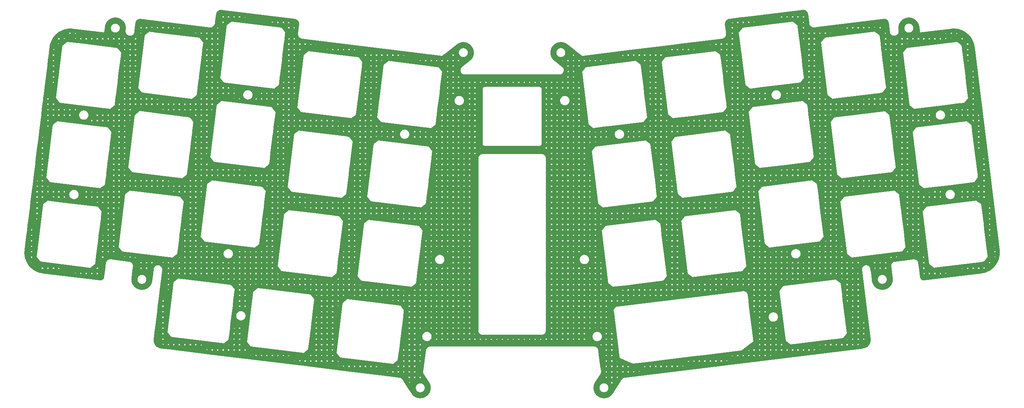
<source format=gtl>
G04 #@! TF.GenerationSoftware,KiCad,Pcbnew,7.0.10-7.0.10~ubuntu23.04.1*
G04 #@! TF.CreationDate,2024-02-07T04:27:00+00:00*
G04 #@! TF.ProjectId,plate,706c6174-652e-46b6-9963-61645f706362,v0.1*
G04 #@! TF.SameCoordinates,Original*
G04 #@! TF.FileFunction,Copper,L1,Top*
G04 #@! TF.FilePolarity,Positive*
%FSLAX46Y46*%
G04 Gerber Fmt 4.6, Leading zero omitted, Abs format (unit mm)*
G04 Created by KiCad (PCBNEW 7.0.10-7.0.10~ubuntu23.04.1) date 2024-02-07 04:27:00*
%MOMM*%
%LPD*%
G01*
G04 APERTURE LIST*
G04 APERTURE END LIST*
G04 #@! TA.AperFunction,NonConductor*
G36*
X215811438Y-58985844D02*
G01*
X215884552Y-58994177D01*
X215887642Y-58994570D01*
X215991590Y-59009182D01*
X216007443Y-59012481D01*
X216084419Y-59033830D01*
X216089598Y-59035388D01*
X216183305Y-59065837D01*
X216196377Y-59070920D01*
X216271238Y-59105036D01*
X216278025Y-59108383D01*
X216363054Y-59153592D01*
X216373247Y-59159656D01*
X216442605Y-59205561D01*
X216450505Y-59211248D01*
X216525897Y-59270147D01*
X216533326Y-59276436D01*
X216537600Y-59280352D01*
X216594654Y-59332627D01*
X216602995Y-59341040D01*
X216667445Y-59412610D01*
X216672318Y-59418367D01*
X216723536Y-59482748D01*
X216731650Y-59494227D01*
X216783872Y-59577784D01*
X216786639Y-59582434D01*
X216825964Y-59651928D01*
X216833011Y-59666535D01*
X216872314Y-59763786D01*
X216873491Y-59766810D01*
X216899217Y-59835595D01*
X216904361Y-59853236D01*
X216933239Y-59989009D01*
X216933460Y-59990070D01*
X216941721Y-60030649D01*
X216943289Y-60040273D01*
X217194032Y-62082417D01*
X217193994Y-62082642D01*
X217211747Y-62226980D01*
X217211748Y-62226985D01*
X217263865Y-62408610D01*
X217343740Y-62579837D01*
X217343750Y-62579854D01*
X217449421Y-62736482D01*
X217449428Y-62736492D01*
X217578302Y-62874673D01*
X217578314Y-62874684D01*
X217727196Y-62990997D01*
X217727201Y-62991000D01*
X217727207Y-62991005D01*
X217892471Y-63082616D01*
X218070026Y-63147251D01*
X218070028Y-63147251D01*
X218070029Y-63147252D01*
X218255511Y-63183325D01*
X218409120Y-63188709D01*
X218444345Y-63189945D01*
X218444346Y-63189944D01*
X218444352Y-63189945D01*
X218524320Y-63180138D01*
X218524346Y-63180138D01*
X218538029Y-63178457D01*
X218538030Y-63178458D01*
X218907873Y-63133047D01*
X227378685Y-63133047D01*
X227378685Y-63435047D01*
X227680685Y-63435047D01*
X227680685Y-63133047D01*
X228678685Y-63133047D01*
X228678685Y-63435047D01*
X228980685Y-63435047D01*
X228980685Y-63133047D01*
X229978685Y-63133047D01*
X229978685Y-63435047D01*
X230280685Y-63435047D01*
X230280685Y-63133047D01*
X231278685Y-63133047D01*
X231278685Y-63392281D01*
X231580685Y-63355199D01*
X231580685Y-63133047D01*
X232578685Y-63133047D01*
X232578685Y-63232432D01*
X232754632Y-63211262D01*
X232778928Y-63210737D01*
X232880685Y-63218542D01*
X232880685Y-63133047D01*
X233878685Y-63133047D01*
X233878685Y-63435047D01*
X234180685Y-63435047D01*
X234180685Y-63133047D01*
X235178685Y-63133047D01*
X235178685Y-63435047D01*
X235240572Y-63435047D01*
X235203491Y-63133047D01*
X235178685Y-63133047D01*
X234180685Y-63133047D01*
X233878685Y-63133047D01*
X232880685Y-63133047D01*
X232578685Y-63133047D01*
X231580685Y-63133047D01*
X231278685Y-63133047D01*
X230280685Y-63133047D01*
X229978685Y-63133047D01*
X228980685Y-63133047D01*
X228678685Y-63133047D01*
X227680685Y-63133047D01*
X227378685Y-63133047D01*
X218907873Y-63133047D01*
X234931073Y-61165644D01*
X234931101Y-61165647D01*
X234954586Y-61162759D01*
X234965387Y-61161908D01*
X235005766Y-61160497D01*
X235006582Y-61160473D01*
X235132312Y-61157436D01*
X235152532Y-61158604D01*
X235219934Y-61168077D01*
X235223703Y-61168670D01*
X235316817Y-61184878D01*
X235333840Y-61189103D01*
X235403638Y-61211781D01*
X235409995Y-61214041D01*
X235448661Y-61228980D01*
X235493060Y-61246134D01*
X235506571Y-61252309D01*
X235573040Y-61287652D01*
X235581192Y-61292394D01*
X235648581Y-61335120D01*
X235654994Y-61339186D01*
X235664938Y-61346198D01*
X235724643Y-61392845D01*
X235733852Y-61400797D01*
X235782775Y-61447429D01*
X235797108Y-61461090D01*
X235803690Y-61467862D01*
X235837918Y-61505877D01*
X235854048Y-61523792D01*
X235863316Y-61535418D01*
X235914549Y-61608250D01*
X235918284Y-61613880D01*
X235930339Y-61633174D01*
X235957161Y-61676100D01*
X235965392Y-61691622D01*
X235973266Y-61709412D01*
X235998316Y-61766013D01*
X236003602Y-61777955D01*
X236005165Y-61781649D01*
X236025929Y-61833047D01*
X236030622Y-61844663D01*
X236036652Y-61864011D01*
X236063671Y-61984663D01*
X236063959Y-61985985D01*
X236072749Y-62027348D01*
X236074534Y-62038012D01*
X236346754Y-64255066D01*
X236346757Y-64255098D01*
X236347268Y-64259250D01*
X236347271Y-64259313D01*
X236347275Y-64259313D01*
X236348747Y-64271336D01*
X236348797Y-64271562D01*
X236357965Y-64346188D01*
X236377599Y-64410393D01*
X236405173Y-64500566D01*
X236409159Y-64513599D01*
X236488637Y-64669570D01*
X236488643Y-64669579D01*
X236593993Y-64809377D01*
X236594002Y-64809387D01*
X236722017Y-64928764D01*
X236722028Y-64928772D01*
X236868837Y-65024114D01*
X236868839Y-65024114D01*
X236868841Y-65024116D01*
X237029981Y-65092523D01*
X237200552Y-65131912D01*
X237375371Y-65141087D01*
X237462249Y-65130427D01*
X237462357Y-65130412D01*
X237462577Y-65130386D01*
X237462670Y-65130374D01*
X237513370Y-65124149D01*
X237513400Y-65124152D01*
X237542212Y-65120609D01*
X237542269Y-65120602D01*
X237554656Y-65119084D01*
X237554955Y-65119015D01*
X237629150Y-65109905D01*
X237796559Y-65058717D01*
X237952538Y-64979239D01*
X238092346Y-64873885D01*
X238097515Y-64868343D01*
X238186819Y-64772577D01*
X238211738Y-64745855D01*
X238218757Y-64735047D01*
X249478685Y-64735047D01*
X249780685Y-64735047D01*
X250778685Y-64735047D01*
X251080685Y-64735047D01*
X251080685Y-64483938D01*
X252078685Y-64483938D01*
X252078685Y-64735047D01*
X252380685Y-64735047D01*
X252380685Y-64537565D01*
X252220289Y-64507837D01*
X252078685Y-64483938D01*
X251080685Y-64483938D01*
X251080685Y-64470094D01*
X251017698Y-64475196D01*
X250922392Y-64486920D01*
X250922176Y-64486920D01*
X250778685Y-64504538D01*
X250778685Y-64735047D01*
X249780685Y-64735047D01*
X249780685Y-64627077D01*
X249478685Y-64664159D01*
X249478685Y-64735047D01*
X238218757Y-64735047D01*
X238307085Y-64599039D01*
X238308716Y-64595198D01*
X238375490Y-64437901D01*
X238383930Y-64401350D01*
X238414878Y-64267326D01*
X238424049Y-64092506D01*
X238413387Y-64005628D01*
X238413326Y-64005132D01*
X238369913Y-63651565D01*
X238369231Y-63644173D01*
X238357204Y-63449680D01*
X238357261Y-63449678D01*
X238357186Y-63449377D01*
X238351301Y-63350165D01*
X238351300Y-63341708D01*
X239807302Y-63341708D01*
X239807634Y-63345078D01*
X239814816Y-63417997D01*
X239815413Y-63430151D01*
X239815413Y-63444875D01*
X239816716Y-63451426D01*
X239818285Y-63459314D01*
X239820070Y-63471349D01*
X239827584Y-63547641D01*
X239827585Y-63547644D01*
X239849839Y-63621010D01*
X239852794Y-63632804D01*
X239855667Y-63647244D01*
X239861299Y-63660841D01*
X239865397Y-63672296D01*
X239887651Y-63745657D01*
X239887652Y-63745661D01*
X239923793Y-63813277D01*
X239928993Y-63824272D01*
X239934625Y-63837868D01*
X239934627Y-63837872D01*
X239942814Y-63850125D01*
X239949063Y-63860551D01*
X239974908Y-63908904D01*
X239985202Y-63928161D01*
X240033827Y-63987411D01*
X240041074Y-63997182D01*
X240046758Y-64005689D01*
X240049261Y-64009434D01*
X240049264Y-64009438D01*
X240059671Y-64019844D01*
X240067847Y-64028864D01*
X240116474Y-64088118D01*
X240131109Y-64100128D01*
X240175726Y-64136744D01*
X240175728Y-64136745D01*
X240184748Y-64144921D01*
X240195156Y-64155329D01*
X240195157Y-64155331D01*
X240207410Y-64163518D01*
X240217180Y-64170764D01*
X240233218Y-64183926D01*
X240276433Y-64219392D01*
X240276436Y-64219394D01*
X240294086Y-64228828D01*
X240344045Y-64255531D01*
X240354464Y-64261776D01*
X240366721Y-64269966D01*
X240380338Y-64275606D01*
X240391318Y-64280799D01*
X240458931Y-64316940D01*
X240532311Y-64339199D01*
X240543744Y-64343290D01*
X240557349Y-64348926D01*
X240571785Y-64351797D01*
X240583576Y-64354750D01*
X240656951Y-64377008D01*
X240733255Y-64384523D01*
X240745272Y-64386306D01*
X240759718Y-64389180D01*
X240774441Y-64389180D01*
X240786595Y-64389777D01*
X240862885Y-64397291D01*
X240939175Y-64389777D01*
X240951329Y-64389180D01*
X240966050Y-64389180D01*
X240966052Y-64389180D01*
X240980518Y-64386302D01*
X240992500Y-64384524D01*
X241064436Y-64377439D01*
X241068820Y-64377008D01*
X241142178Y-64354755D01*
X241153970Y-64351800D01*
X241168421Y-64348926D01*
X241182026Y-64343290D01*
X241193459Y-64339199D01*
X241266839Y-64316940D01*
X241334454Y-64280798D01*
X241345442Y-64275601D01*
X241359049Y-64269966D01*
X241371305Y-64261776D01*
X241381712Y-64255538D01*
X241449335Y-64219393D01*
X241508601Y-64170754D01*
X241518350Y-64163524D01*
X241530610Y-64155333D01*
X241541038Y-64144904D01*
X241550015Y-64136767D01*
X241609295Y-64088118D01*
X241657944Y-64028838D01*
X241666081Y-64019861D01*
X241676510Y-64009433D01*
X241684701Y-63997173D01*
X241691931Y-63987424D01*
X241740570Y-63928158D01*
X241776715Y-63860535D01*
X241782953Y-63850128D01*
X241791143Y-63837872D01*
X241796778Y-63824265D01*
X241801979Y-63813270D01*
X241812099Y-63794338D01*
X241838117Y-63745662D01*
X241860376Y-63672282D01*
X241864467Y-63660849D01*
X241870103Y-63647244D01*
X241872977Y-63632793D01*
X241875932Y-63621001D01*
X241898185Y-63547642D01*
X241905701Y-63471323D01*
X241907480Y-63459338D01*
X241910357Y-63444875D01*
X241910925Y-63421691D01*
X241911478Y-63412671D01*
X241918468Y-63341708D01*
X241911478Y-63270747D01*
X241910924Y-63261720D01*
X241910357Y-63238541D01*
X241907483Y-63224092D01*
X241905700Y-63212078D01*
X241898185Y-63135774D01*
X241875927Y-63062399D01*
X241872974Y-63050608D01*
X241870103Y-63036172D01*
X241864467Y-63022567D01*
X241860376Y-63011134D01*
X241838117Y-62937754D01*
X241801975Y-62870137D01*
X241796783Y-62859161D01*
X241791143Y-62845544D01*
X241782953Y-62833287D01*
X241776706Y-62822864D01*
X241744546Y-62762696D01*
X241740571Y-62755259D01*
X241740569Y-62755256D01*
X241695038Y-62699777D01*
X241691940Y-62696002D01*
X241684695Y-62686233D01*
X241680290Y-62679641D01*
X241676510Y-62673983D01*
X241676508Y-62673980D01*
X241676506Y-62673979D01*
X241666098Y-62663571D01*
X241657922Y-62654551D01*
X241609295Y-62595297D01*
X241550041Y-62546670D01*
X241541021Y-62538494D01*
X241530615Y-62528087D01*
X241530611Y-62528084D01*
X241518359Y-62519897D01*
X241508588Y-62512650D01*
X241449338Y-62464025D01*
X241449336Y-62464024D01*
X241449335Y-62464023D01*
X241381730Y-62427887D01*
X241371302Y-62421637D01*
X241359049Y-62413450D01*
X241359046Y-62413448D01*
X241359045Y-62413448D01*
X241345449Y-62407816D01*
X241334454Y-62402616D01*
X241266838Y-62366475D01*
X241266834Y-62366474D01*
X241193473Y-62344220D01*
X241182018Y-62340122D01*
X241168421Y-62334490D01*
X241168422Y-62334490D01*
X241153981Y-62331617D01*
X241142187Y-62328662D01*
X241068821Y-62306408D01*
X241068818Y-62306407D01*
X240992526Y-62298893D01*
X240980491Y-62297108D01*
X240966052Y-62294236D01*
X240951329Y-62294236D01*
X240939175Y-62293639D01*
X240862885Y-62286125D01*
X240786595Y-62293639D01*
X240774441Y-62294236D01*
X240759714Y-62294236D01*
X240745269Y-62297109D01*
X240733237Y-62298894D01*
X240656950Y-62306408D01*
X240656948Y-62306408D01*
X240583586Y-62328661D01*
X240571793Y-62331616D01*
X240557346Y-62334490D01*
X240543744Y-62340124D01*
X240532296Y-62344220D01*
X240458932Y-62366475D01*
X240458930Y-62366476D01*
X240391314Y-62402616D01*
X240380326Y-62407813D01*
X240366727Y-62413446D01*
X240366713Y-62413454D01*
X240354465Y-62421637D01*
X240344041Y-62427885D01*
X240276435Y-62464023D01*
X240217179Y-62512652D01*
X240207410Y-62519897D01*
X240195165Y-62528079D01*
X240195153Y-62528088D01*
X240184740Y-62538501D01*
X240175731Y-62546666D01*
X240116474Y-62595297D01*
X240067843Y-62654554D01*
X240059678Y-62663563D01*
X240049265Y-62673976D01*
X240049256Y-62673988D01*
X240041074Y-62686233D01*
X240033829Y-62696002D01*
X239985200Y-62755258D01*
X239949062Y-62822864D01*
X239942814Y-62833288D01*
X239934631Y-62845536D01*
X239934623Y-62845550D01*
X239928990Y-62859149D01*
X239923793Y-62870137D01*
X239887653Y-62937753D01*
X239887652Y-62937755D01*
X239865397Y-63011119D01*
X239861301Y-63022567D01*
X239855667Y-63036169D01*
X239852793Y-63050616D01*
X239849838Y-63062409D01*
X239827585Y-63135771D01*
X239827585Y-63135773D01*
X239820071Y-63212060D01*
X239818286Y-63224092D01*
X239815413Y-63238537D01*
X239815413Y-63253263D01*
X239814816Y-63265417D01*
X239807302Y-63341708D01*
X238351300Y-63341708D01*
X238351300Y-63335541D01*
X238360977Y-63171914D01*
X238361031Y-63171069D01*
X238362613Y-63147251D01*
X238369662Y-63041112D01*
X238371386Y-63027174D01*
X238399792Y-62870984D01*
X238399998Y-62869888D01*
X238425887Y-62736698D01*
X238429166Y-62723659D01*
X238475539Y-62574137D01*
X238476066Y-62572486D01*
X238519113Y-62441556D01*
X238523751Y-62429586D01*
X238587282Y-62287916D01*
X238588314Y-62285679D01*
X238647926Y-62160137D01*
X238653705Y-62149378D01*
X238733462Y-62017043D01*
X238735100Y-62014404D01*
X238810339Y-61896756D01*
X238817048Y-61887281D01*
X238911840Y-61765952D01*
X238914191Y-61763039D01*
X239003891Y-61655376D01*
X239011321Y-61647229D01*
X239119816Y-61538441D01*
X239122912Y-61535449D01*
X239225626Y-61439667D01*
X239233579Y-61432854D01*
X239354148Y-61338133D01*
X239358076Y-61335176D01*
X239472217Y-61252855D01*
X239480388Y-61247443D01*
X239611362Y-61168026D01*
X239616197Y-61165244D01*
X239739850Y-61097827D01*
X239748110Y-61093717D01*
X239887545Y-61030737D01*
X239893233Y-61028339D01*
X240024489Y-60976900D01*
X240032635Y-60974033D01*
X240178553Y-60928348D01*
X240185106Y-60926495D01*
X240321806Y-60891904D01*
X240329625Y-60890195D01*
X240479986Y-60862431D01*
X240487297Y-60861308D01*
X240627294Y-60844119D01*
X240634641Y-60843442D01*
X240787257Y-60834004D01*
X240795272Y-60833771D01*
X240936276Y-60834263D01*
X240943041Y-60834475D01*
X241095729Y-60843505D01*
X241104331Y-60844317D01*
X241244059Y-60862465D01*
X241250198Y-60863421D01*
X241400740Y-60890800D01*
X241409759Y-60892791D01*
X241546024Y-60928287D01*
X241551441Y-60929831D01*
X241697673Y-60975184D01*
X241706958Y-60978475D01*
X241830881Y-61028040D01*
X241837497Y-61030687D01*
X241842186Y-61032675D01*
X241982033Y-61095389D01*
X241991405Y-61100077D01*
X242114174Y-61168129D01*
X242118000Y-61170341D01*
X242249541Y-61249620D01*
X242258743Y-61255743D01*
X242371745Y-61338448D01*
X242374823Y-61340776D01*
X242496101Y-61435528D01*
X242504949Y-61443140D01*
X242602530Y-61535418D01*
X242606324Y-61539005D01*
X242608689Y-61541302D01*
X242718008Y-61650329D01*
X242726259Y-61659416D01*
X242814404Y-61766726D01*
X242816045Y-61768769D01*
X242826428Y-61781985D01*
X242911887Y-61890765D01*
X242919307Y-61901292D01*
X242992656Y-62017768D01*
X242993759Y-62019554D01*
X243074813Y-62153231D01*
X243081164Y-62165118D01*
X243138442Y-62287952D01*
X243139067Y-62289312D01*
X243192951Y-62408607D01*
X243196973Y-62417513D01*
X243204303Y-62433740D01*
X243209360Y-62446878D01*
X243249199Y-62570963D01*
X243249471Y-62571820D01*
X243298393Y-62728079D01*
X243301941Y-62742318D01*
X243321071Y-62844539D01*
X243321126Y-62844834D01*
X243355570Y-63031383D01*
X243356707Y-63038786D01*
X243477167Y-64019844D01*
X243518424Y-64355859D01*
X243519547Y-64365000D01*
X243519526Y-64365276D01*
X243522511Y-64389488D01*
X243522715Y-64389848D01*
X243522716Y-64389849D01*
X243523012Y-64389930D01*
X250887570Y-63485675D01*
X250887602Y-63485678D01*
X250913899Y-63482444D01*
X250919004Y-63481923D01*
X251123368Y-63465370D01*
X251329586Y-63449168D01*
X251339494Y-63448788D01*
X251546390Y-63449171D01*
X251546757Y-63449173D01*
X251754565Y-63450989D01*
X251763879Y-63451424D01*
X251972011Y-63469057D01*
X251973152Y-63469160D01*
X252177775Y-63488865D01*
X252186453Y-63490014D01*
X252393381Y-63524937D01*
X252395125Y-63525246D01*
X252596200Y-63562515D01*
X252604211Y-63564277D01*
X252807977Y-63616277D01*
X252810250Y-63616882D01*
X253006851Y-63671406D01*
X253014161Y-63673679D01*
X253213189Y-63742416D01*
X253216029Y-63743437D01*
X253406740Y-63814742D01*
X253413330Y-63817423D01*
X253606095Y-63902401D01*
X253609435Y-63903933D01*
X253792960Y-63991470D01*
X253793042Y-63991509D01*
X253798876Y-63994484D01*
X253895862Y-64047200D01*
X253971139Y-64088117D01*
X253984042Y-64095130D01*
X253987705Y-64097203D01*
X254162946Y-64200427D01*
X254167974Y-64203555D01*
X254344281Y-64319204D01*
X254348236Y-64321909D01*
X254513761Y-64439977D01*
X254518025Y-64443161D01*
X254684218Y-64573003D01*
X254688347Y-64576376D01*
X254842945Y-64708414D01*
X254846564Y-64711629D01*
X255001378Y-64854670D01*
X255005670Y-64858832D01*
X255035495Y-64889181D01*
X255148209Y-65003877D01*
X255151108Y-65006931D01*
X255272747Y-65139552D01*
X255293562Y-65162246D01*
X255297860Y-65167188D01*
X255427251Y-65324150D01*
X255429562Y-65327040D01*
X255558632Y-65493494D01*
X255562830Y-65499242D01*
X255678156Y-65667036D01*
X255679834Y-65669543D01*
X255794681Y-65846031D01*
X255798671Y-65852601D01*
X255899060Y-66030031D01*
X255900299Y-66032274D01*
X256000006Y-66217320D01*
X256003678Y-66224714D01*
X256042984Y-66310958D01*
X256088454Y-66410729D01*
X256089219Y-66412443D01*
X256102292Y-66442393D01*
X256173137Y-66604708D01*
X256176377Y-66612917D01*
X256244916Y-66806454D01*
X256245383Y-66807798D01*
X256296356Y-66957156D01*
X256308639Y-66993150D01*
X256312813Y-67005379D01*
X256315507Y-67014374D01*
X256367492Y-67215365D01*
X256367703Y-67216193D01*
X256418040Y-67416497D01*
X256420078Y-67426250D01*
X256456178Y-67641941D01*
X256456225Y-67642222D01*
X256487432Y-67831346D01*
X256488162Y-67836422D01*
X262424359Y-116182867D01*
X262424363Y-116182905D01*
X262424565Y-116184549D01*
X262425085Y-116189652D01*
X262442923Y-116409781D01*
X262442945Y-116410058D01*
X262457852Y-116599290D01*
X262458235Y-116609253D01*
X262457838Y-116827891D01*
X262457833Y-116828745D01*
X262456132Y-117024153D01*
X262455695Y-117033539D01*
X262437427Y-117249218D01*
X262437298Y-117250636D01*
X262418362Y-117447333D01*
X262417204Y-117456083D01*
X262381358Y-117668504D01*
X262381011Y-117670466D01*
X262344826Y-117865725D01*
X262343052Y-117873790D01*
X262289902Y-118082071D01*
X262289243Y-118084547D01*
X262236056Y-118276341D01*
X262233773Y-118283682D01*
X262163708Y-118486567D01*
X262162648Y-118489515D01*
X262092841Y-118676225D01*
X262090157Y-118682818D01*
X262003663Y-118879027D01*
X262002120Y-118882392D01*
X261916233Y-119062460D01*
X261913258Y-119068294D01*
X261810902Y-119256606D01*
X261808798Y-119260324D01*
X261707512Y-119432273D01*
X261704354Y-119437350D01*
X261586806Y-119616551D01*
X261584072Y-119620546D01*
X261468176Y-119783026D01*
X261464939Y-119787361D01*
X261333014Y-119956218D01*
X261329591Y-119960408D01*
X261199968Y-120112175D01*
X261196753Y-120115794D01*
X261051314Y-120273200D01*
X261047151Y-120277493D01*
X260904812Y-120417367D01*
X260901715Y-120420307D01*
X260743757Y-120565181D01*
X260738815Y-120569479D01*
X260584878Y-120696372D01*
X260581986Y-120698684D01*
X260412508Y-120830091D01*
X260406760Y-120834289D01*
X260242518Y-120947167D01*
X260239914Y-120948909D01*
X260059996Y-121065980D01*
X260053426Y-121069971D01*
X259880170Y-121167992D01*
X259877926Y-121169231D01*
X259688711Y-121271176D01*
X259681316Y-121274848D01*
X259500663Y-121357172D01*
X259498843Y-121357984D01*
X259301341Y-121444181D01*
X259293130Y-121447422D01*
X259106799Y-121513400D01*
X259105455Y-121513867D01*
X258900677Y-121583742D01*
X258891676Y-121586437D01*
X258702364Y-121635391D01*
X258701537Y-121635602D01*
X258489585Y-121688857D01*
X258479831Y-121690895D01*
X258297653Y-121721376D01*
X258297372Y-121721423D01*
X258073861Y-121758293D01*
X258068791Y-121759022D01*
X244613206Y-123411160D01*
X244602411Y-123412009D01*
X244562190Y-123413410D01*
X244560858Y-123413449D01*
X244435540Y-123416467D01*
X244415288Y-123415295D01*
X244347843Y-123405811D01*
X244343838Y-123405181D01*
X244251047Y-123389023D01*
X244233995Y-123384790D01*
X244164101Y-123362076D01*
X244157731Y-123359812D01*
X244074809Y-123327770D01*
X244061283Y-123321588D01*
X243994730Y-123286197D01*
X243986551Y-123281438D01*
X243912871Y-123234722D01*
X243902940Y-123227720D01*
X243843133Y-123180992D01*
X243833957Y-123173069D01*
X243770775Y-123112848D01*
X243764182Y-123106064D01*
X243713752Y-123050056D01*
X243704484Y-123038431D01*
X243653339Y-122965729D01*
X243649600Y-122960094D01*
X243610643Y-122897752D01*
X243602421Y-122882248D01*
X243564279Y-122796083D01*
X243562752Y-122792475D01*
X243537182Y-122729193D01*
X243531157Y-122709865D01*
X243504230Y-122589674D01*
X243504002Y-122588631D01*
X243495040Y-122546478D01*
X243493261Y-122535848D01*
X243382411Y-121633047D01*
X244387906Y-121633047D01*
X244424986Y-121935047D01*
X244580685Y-121935047D01*
X244580685Y-121633047D01*
X245578685Y-121633047D01*
X245578685Y-121935047D01*
X245880685Y-121935047D01*
X245880685Y-121633047D01*
X246878685Y-121633047D01*
X246878685Y-121935047D01*
X247180685Y-121935047D01*
X247180685Y-121633047D01*
X248178685Y-121633047D01*
X248178685Y-121935047D01*
X248446071Y-121935047D01*
X248480685Y-121930796D01*
X248480685Y-121633047D01*
X249478685Y-121633047D01*
X249478685Y-121808257D01*
X249780685Y-121771176D01*
X249780685Y-121633047D01*
X250778685Y-121633047D01*
X250778685Y-121648637D01*
X250905659Y-121633047D01*
X250778685Y-121633047D01*
X249780685Y-121633047D01*
X249478685Y-121633047D01*
X248480685Y-121633047D01*
X248178685Y-121633047D01*
X247180685Y-121633047D01*
X246878685Y-121633047D01*
X245880685Y-121633047D01*
X245578685Y-121633047D01*
X244580685Y-121633047D01*
X244387906Y-121633047D01*
X243382411Y-121633047D01*
X243222792Y-120333047D01*
X244278685Y-120333047D01*
X244278685Y-120635047D01*
X244580685Y-120635047D01*
X253378685Y-120635047D01*
X253680685Y-120635047D01*
X254678685Y-120635047D01*
X254980685Y-120635047D01*
X254980685Y-120385026D01*
X254678685Y-120422107D01*
X254678685Y-120635047D01*
X253680685Y-120635047D01*
X253680685Y-120544646D01*
X253378685Y-120581727D01*
X253378685Y-120635047D01*
X244580685Y-120635047D01*
X244580685Y-120333047D01*
X244278685Y-120333047D01*
X243222792Y-120333047D01*
X243092187Y-119269356D01*
X243092186Y-119269354D01*
X243090703Y-119257274D01*
X243090649Y-119257035D01*
X243081512Y-119182576D01*
X243035806Y-119033047D01*
X244278685Y-119033047D01*
X244278685Y-119335047D01*
X244580685Y-119335047D01*
X244580685Y-119033047D01*
X244278685Y-119033047D01*
X243035806Y-119033047D01*
X243030338Y-119015157D01*
X242950868Y-118859168D01*
X242921549Y-118820258D01*
X242845518Y-118719354D01*
X242804229Y-118680850D01*
X242717483Y-118599954D01*
X242606487Y-118527872D01*
X242570658Y-118504604D01*
X242409513Y-118436204D01*
X242267640Y-118403454D01*
X242238932Y-118396827D01*
X242238931Y-118396826D01*
X242238927Y-118396826D01*
X242075687Y-118388277D01*
X242064106Y-118387671D01*
X242064105Y-118387671D01*
X241977326Y-118398330D01*
X241977324Y-118398330D01*
X240302504Y-118603972D01*
X237564766Y-118940123D01*
X237564700Y-118940131D01*
X237564279Y-118940182D01*
X237555778Y-118941253D01*
X237555391Y-118941301D01*
X237477280Y-118950888D01*
X237477273Y-118950889D01*
X237309860Y-119002060D01*
X237153868Y-119081533D01*
X237014054Y-119186882D01*
X237014053Y-119186883D01*
X236894656Y-119314915D01*
X236799309Y-119461735D01*
X236730904Y-119622889D01*
X236700295Y-119755484D01*
X236692002Y-119791415D01*
X236691527Y-119793471D01*
X236685700Y-119904741D01*
X236682450Y-119966813D01*
X236682372Y-119968293D01*
X236693044Y-120055182D01*
X236693047Y-120055201D01*
X236693104Y-120055668D01*
X237035025Y-122840396D01*
X237035031Y-122840457D01*
X237035088Y-122840917D01*
X237035134Y-122841422D01*
X237035440Y-122844282D01*
X237035441Y-122844293D01*
X237035399Y-122844296D01*
X237035776Y-122848377D01*
X237048893Y-123060445D01*
X237048901Y-123060732D01*
X237048911Y-123060732D01*
X237053643Y-123140221D01*
X237053646Y-123154908D01*
X237043448Y-123327396D01*
X237043392Y-123328294D01*
X237035463Y-123447701D01*
X237033734Y-123461671D01*
X237004403Y-123622961D01*
X237004126Y-123624434D01*
X236979609Y-123750570D01*
X236976322Y-123763641D01*
X236928881Y-123916615D01*
X236928243Y-123918614D01*
X236886948Y-124044217D01*
X236882296Y-124056225D01*
X236817584Y-124200534D01*
X236816453Y-124202984D01*
X236758889Y-124324215D01*
X236753079Y-124335034D01*
X236672139Y-124469337D01*
X236670400Y-124472138D01*
X236597386Y-124586309D01*
X236590635Y-124595844D01*
X236494617Y-124718742D01*
X236492172Y-124721772D01*
X236404909Y-124826512D01*
X236397439Y-124834703D01*
X236287741Y-124944696D01*
X236284511Y-124947820D01*
X236184391Y-125041186D01*
X236176427Y-125048007D01*
X236054570Y-125143741D01*
X236050501Y-125146804D01*
X235939171Y-125227099D01*
X235930928Y-125232558D01*
X235798722Y-125312723D01*
X235793787Y-125315563D01*
X235672965Y-125381437D01*
X235664651Y-125385574D01*
X235523970Y-125449118D01*
X235518171Y-125451562D01*
X235389871Y-125501842D01*
X235381676Y-125504727D01*
X235234450Y-125550822D01*
X235227818Y-125552697D01*
X235094170Y-125586515D01*
X235086267Y-125588243D01*
X234934620Y-125616244D01*
X234927217Y-125617381D01*
X234790331Y-125634189D01*
X234782872Y-125634877D01*
X234628956Y-125644394D01*
X234620871Y-125644629D01*
X234483009Y-125644149D01*
X234476119Y-125643934D01*
X234322101Y-125634824D01*
X234313452Y-125634007D01*
X234176845Y-125616264D01*
X234170628Y-125615296D01*
X234018712Y-125587667D01*
X234009643Y-125585664D01*
X233876500Y-125550982D01*
X233871025Y-125549421D01*
X233723342Y-125503618D01*
X233714023Y-125500315D01*
X233586543Y-125449325D01*
X233581854Y-125447336D01*
X233440485Y-125383938D01*
X233431108Y-125379248D01*
X233392292Y-125357732D01*
X233311375Y-125312878D01*
X233307498Y-125310636D01*
X233174426Y-125230434D01*
X233165198Y-125224293D01*
X233055191Y-125143778D01*
X233052084Y-125141429D01*
X232929188Y-125045411D01*
X232920331Y-125037792D01*
X232821865Y-124944675D01*
X232819528Y-124942406D01*
X232708477Y-124831650D01*
X232700229Y-124822566D01*
X232617556Y-124721916D01*
X232614995Y-124718799D01*
X232613313Y-124716704D01*
X232597705Y-124696836D01*
X232515650Y-124592389D01*
X232508242Y-124581878D01*
X232437692Y-124469844D01*
X232436754Y-124468326D01*
X232353616Y-124331211D01*
X232347284Y-124319358D01*
X232292927Y-124202783D01*
X232292424Y-124201688D01*
X232224864Y-124052107D01*
X232219819Y-124039000D01*
X232190719Y-123948359D01*
X232183225Y-123925015D01*
X232182954Y-123924160D01*
X232172672Y-123891318D01*
X232131329Y-123759261D01*
X232127789Y-123745053D01*
X232114151Y-123672171D01*
X232113975Y-123671230D01*
X232113921Y-123670938D01*
X232074417Y-123456975D01*
X232073280Y-123449573D01*
X232072147Y-123440344D01*
X232036406Y-123149257D01*
X233499094Y-123149257D01*
X233506078Y-123220165D01*
X233506608Y-123225546D01*
X233507205Y-123237700D01*
X233507205Y-123252424D01*
X233508013Y-123256485D01*
X233510077Y-123266863D01*
X233511862Y-123278898D01*
X233519376Y-123355190D01*
X233541629Y-123428549D01*
X233544584Y-123440344D01*
X233547459Y-123454794D01*
X233553091Y-123468391D01*
X233557189Y-123479845D01*
X233579445Y-123553210D01*
X233579447Y-123553215D01*
X233615581Y-123620819D01*
X233620781Y-123631811D01*
X233626420Y-123645424D01*
X233634605Y-123657673D01*
X233640854Y-123668100D01*
X233676992Y-123735708D01*
X233699880Y-123763597D01*
X233725621Y-123794963D01*
X233732868Y-123804734D01*
X233741051Y-123816980D01*
X233741054Y-123816984D01*
X233751460Y-123827390D01*
X233759633Y-123836407D01*
X233808266Y-123895668D01*
X233851061Y-123930788D01*
X233867523Y-123944298D01*
X233867526Y-123944300D01*
X233876546Y-123952476D01*
X233886947Y-123962878D01*
X233886949Y-123962879D01*
X233886953Y-123962883D01*
X233899197Y-123971064D01*
X233908967Y-123978310D01*
X233968227Y-124026943D01*
X234035847Y-124063086D01*
X234046257Y-124069327D01*
X234058513Y-124077516D01*
X234070688Y-124082559D01*
X234072129Y-124083156D01*
X234083126Y-124088358D01*
X234150717Y-124124486D01*
X234150723Y-124124489D01*
X234224097Y-124146746D01*
X234235527Y-124150837D01*
X234249141Y-124156476D01*
X234263586Y-124159349D01*
X234275385Y-124162305D01*
X234288766Y-124166364D01*
X234348744Y-124184558D01*
X234425048Y-124192073D01*
X234437065Y-124193856D01*
X234451511Y-124196730D01*
X234466234Y-124196730D01*
X234478388Y-124197327D01*
X234554678Y-124204841D01*
X234630968Y-124197327D01*
X234643122Y-124196730D01*
X234657843Y-124196730D01*
X234657845Y-124196730D01*
X234672311Y-124193852D01*
X234684293Y-124192074D01*
X234760612Y-124184558D01*
X234833981Y-124162301D01*
X234845754Y-124159352D01*
X234860215Y-124156476D01*
X234873843Y-124150830D01*
X234885234Y-124146754D01*
X234958633Y-124124489D01*
X235026246Y-124088348D01*
X235037218Y-124083159D01*
X235050843Y-124077516D01*
X235063107Y-124069321D01*
X235073502Y-124063089D01*
X235141129Y-124026943D01*
X235200395Y-123978304D01*
X235210136Y-123971079D01*
X235222403Y-123962883D01*
X235232824Y-123952461D01*
X235241802Y-123944322D01*
X235301089Y-123895668D01*
X235349743Y-123836381D01*
X235357882Y-123827403D01*
X235368304Y-123816982D01*
X235376500Y-123804715D01*
X235383725Y-123794974D01*
X235432364Y-123735708D01*
X235468510Y-123668081D01*
X235474742Y-123657686D01*
X235482937Y-123645422D01*
X235488580Y-123631797D01*
X235493773Y-123620819D01*
X235529910Y-123553212D01*
X235552175Y-123479813D01*
X235556251Y-123468422D01*
X235561897Y-123454794D01*
X235564773Y-123440333D01*
X235567722Y-123428560D01*
X235589979Y-123355191D01*
X235597495Y-123278872D01*
X235599274Y-123266887D01*
X235602151Y-123252424D01*
X235602719Y-123229240D01*
X235603272Y-123220220D01*
X235610262Y-123149257D01*
X235603272Y-123078296D01*
X235602718Y-123069269D01*
X235602151Y-123046090D01*
X235599276Y-123031641D01*
X235597494Y-123019627D01*
X235589979Y-122943323D01*
X235567726Y-122869964D01*
X235564770Y-122858164D01*
X235561897Y-122843720D01*
X235556258Y-122830106D01*
X235552167Y-122818676D01*
X235529910Y-122745302D01*
X235523576Y-122733451D01*
X235493779Y-122677705D01*
X235488577Y-122666708D01*
X235487980Y-122665267D01*
X235482937Y-122653092D01*
X235474748Y-122640836D01*
X235468507Y-122630426D01*
X235432364Y-122562806D01*
X235383731Y-122503546D01*
X235376489Y-122493782D01*
X235368304Y-122481532D01*
X235368300Y-122481528D01*
X235368299Y-122481526D01*
X235357897Y-122471125D01*
X235349721Y-122462105D01*
X235301089Y-122402845D01*
X235241828Y-122354212D01*
X235232811Y-122346039D01*
X235222405Y-122335633D01*
X235222403Y-122335631D01*
X235210155Y-122327447D01*
X235200384Y-122320200D01*
X235198090Y-122318318D01*
X235141129Y-122271571D01*
X235141126Y-122271569D01*
X235117979Y-122259197D01*
X235073521Y-122235433D01*
X235063094Y-122229184D01*
X235050845Y-122220999D01*
X235037232Y-122215360D01*
X235026240Y-122210160D01*
X234958636Y-122174026D01*
X234958631Y-122174024D01*
X234885266Y-122151768D01*
X234873812Y-122147670D01*
X234860215Y-122142038D01*
X234845765Y-122139163D01*
X234833970Y-122136208D01*
X234760610Y-122113955D01*
X234760611Y-122113955D01*
X234684319Y-122106441D01*
X234672284Y-122104656D01*
X234657845Y-122101784D01*
X234643122Y-122101784D01*
X234630968Y-122101187D01*
X234554678Y-122093673D01*
X234478388Y-122101187D01*
X234466234Y-122101784D01*
X234451507Y-122101784D01*
X234437062Y-122104657D01*
X234425030Y-122106442D01*
X234348743Y-122113956D01*
X234348741Y-122113956D01*
X234275380Y-122136209D01*
X234263585Y-122139164D01*
X234249139Y-122142038D01*
X234235530Y-122147675D01*
X234224078Y-122151772D01*
X234150724Y-122174024D01*
X234150722Y-122174025D01*
X234083119Y-122210158D01*
X234072133Y-122215355D01*
X234058515Y-122220996D01*
X234058507Y-122221001D01*
X234046257Y-122229186D01*
X234035824Y-122235439D01*
X233968226Y-122271570D01*
X233908973Y-122320198D01*
X233899209Y-122327440D01*
X233886960Y-122335625D01*
X233886946Y-122335636D01*
X233876541Y-122346042D01*
X233867529Y-122354210D01*
X233808267Y-122402846D01*
X233759631Y-122462108D01*
X233751463Y-122471120D01*
X233741057Y-122481525D01*
X233741046Y-122481539D01*
X233732861Y-122493788D01*
X233725619Y-122503552D01*
X233676991Y-122562805D01*
X233640860Y-122630403D01*
X233634607Y-122640836D01*
X233626422Y-122653086D01*
X233626417Y-122653094D01*
X233620776Y-122666712D01*
X233615579Y-122677698D01*
X233579446Y-122745301D01*
X233579445Y-122745303D01*
X233557193Y-122818657D01*
X233553096Y-122830109D01*
X233547459Y-122843718D01*
X233544585Y-122858164D01*
X233541630Y-122869959D01*
X233519377Y-122943320D01*
X233519377Y-122943322D01*
X233511863Y-123019609D01*
X233510078Y-123031641D01*
X233507205Y-123046086D01*
X233507205Y-123060812D01*
X233506608Y-123072966D01*
X233499424Y-123145903D01*
X233499094Y-123149257D01*
X232036406Y-123149257D01*
X231850239Y-121633047D01*
X232855734Y-121633047D01*
X232880685Y-121836255D01*
X232880685Y-121633047D01*
X232855734Y-121633047D01*
X231850239Y-121633047D01*
X231737733Y-120716762D01*
X231737740Y-120716718D01*
X231731310Y-120664360D01*
X231731312Y-120664360D01*
X231720013Y-120572344D01*
X231663983Y-120395600D01*
X231630475Y-120333047D01*
X232689184Y-120333047D01*
X232690210Y-120337282D01*
X232700033Y-120382350D01*
X232701123Y-120387974D01*
X232706933Y-120422148D01*
X232707763Y-120427818D01*
X232733209Y-120635047D01*
X232880685Y-120635047D01*
X232880685Y-120333047D01*
X233878685Y-120333047D01*
X233878685Y-120635047D01*
X234180685Y-120635047D01*
X234180685Y-120333047D01*
X235178685Y-120333047D01*
X235178685Y-120635047D01*
X235480685Y-120635047D01*
X235480685Y-120333047D01*
X235178685Y-120333047D01*
X234180685Y-120333047D01*
X233878685Y-120333047D01*
X232880685Y-120333047D01*
X232689184Y-120333047D01*
X231630475Y-120333047D01*
X231576432Y-120232159D01*
X231460339Y-120087590D01*
X231319658Y-119966813D01*
X231159181Y-119873943D01*
X231159176Y-119873941D01*
X230984370Y-119812140D01*
X230801182Y-119783513D01*
X230801174Y-119783512D01*
X230615847Y-119789032D01*
X230434700Y-119828508D01*
X230434690Y-119828512D01*
X230263870Y-119900606D01*
X230109201Y-120002863D01*
X229975956Y-120131800D01*
X229868677Y-120283017D01*
X229834189Y-120357774D01*
X229791005Y-120451383D01*
X229791004Y-120451386D01*
X229791003Y-120451386D01*
X229745595Y-120631139D01*
X229745594Y-120631146D01*
X229738044Y-120751532D01*
X229733988Y-120816198D01*
X229744469Y-120901568D01*
X229745287Y-120908227D01*
X229745300Y-120908332D01*
X229745346Y-120908710D01*
X231765872Y-137364580D01*
X231765899Y-137364835D01*
X231765902Y-137364835D01*
X231765927Y-137365042D01*
X231765954Y-137365356D01*
X231766287Y-137368466D01*
X231766288Y-137368477D01*
X231766232Y-137368482D01*
X231766623Y-137372883D01*
X231771162Y-137452849D01*
X231771201Y-137453578D01*
X231780202Y-137630580D01*
X231780021Y-137646068D01*
X231771546Y-137760107D01*
X231771362Y-137762312D01*
X231758294Y-137903917D01*
X231756221Y-137917773D01*
X231731611Y-138036091D01*
X231730806Y-138039693D01*
X231699225Y-138171693D01*
X231695695Y-138183722D01*
X231655006Y-138300236D01*
X231653202Y-138305075D01*
X231604094Y-138428878D01*
X231599560Y-138438969D01*
X231543476Y-138550237D01*
X231540330Y-138556084D01*
X231474649Y-138670684D01*
X231469563Y-138678813D01*
X231399154Y-138782223D01*
X231394370Y-138788778D01*
X231313252Y-138892603D01*
X231308050Y-138898830D01*
X231224733Y-138992178D01*
X231218076Y-138999079D01*
X231122780Y-139090523D01*
X231117868Y-139094990D01*
X231023473Y-139176326D01*
X231014777Y-139183167D01*
X230906499Y-139260789D01*
X230902241Y-139263709D01*
X230799064Y-139331355D01*
X230788246Y-139337691D01*
X230667808Y-139400266D01*
X230664509Y-139401918D01*
X230555660Y-139454420D01*
X230542716Y-139459784D01*
X230408435Y-139506736D01*
X230406340Y-139507448D01*
X230297766Y-139543250D01*
X230282788Y-139547171D01*
X230110146Y-139581014D01*
X230109421Y-139581154D01*
X230029282Y-139596369D01*
X230021265Y-139597621D01*
X173444504Y-146544372D01*
X173444438Y-146544380D01*
X173444179Y-146544411D01*
X173438105Y-146545176D01*
X173437715Y-146545224D01*
X173357181Y-146555098D01*
X173357180Y-146555098D01*
X173357179Y-146555099D01*
X173343945Y-146559140D01*
X173190063Y-146606126D01*
X173034324Y-146685345D01*
X173034317Y-146685349D01*
X172894670Y-146790359D01*
X172775334Y-146917984D01*
X172775331Y-146917988D01*
X172772688Y-146922045D01*
X172727692Y-146991103D01*
X172727691Y-146991105D01*
X170553825Y-150326441D01*
X170549548Y-150332589D01*
X170420094Y-150507178D01*
X170419926Y-150507404D01*
X170375351Y-150567236D01*
X170365891Y-150578477D01*
X170245597Y-150705333D01*
X170244976Y-150705983D01*
X170163416Y-150790753D01*
X170153096Y-150800326D01*
X170025863Y-150905575D01*
X170024703Y-150906524D01*
X169925639Y-150986474D01*
X169914705Y-150994356D01*
X169779121Y-151081314D01*
X169777347Y-151082431D01*
X169665636Y-151151440D01*
X169654342Y-151157631D01*
X169511248Y-151226657D01*
X169508805Y-151227802D01*
X169387356Y-151283163D01*
X169375942Y-151287698D01*
X169226907Y-151338515D01*
X169223775Y-151339537D01*
X169095026Y-151379651D01*
X169083721Y-151382597D01*
X168930539Y-151414893D01*
X168926714Y-151415636D01*
X168793103Y-151439448D01*
X168782116Y-151440903D01*
X168626813Y-151454442D01*
X168622329Y-151454752D01*
X168486126Y-151461664D01*
X168475641Y-151461752D01*
X168320344Y-151456489D01*
X168315258Y-151456212D01*
X168178811Y-151445965D01*
X168168989Y-151444832D01*
X168015783Y-151420938D01*
X168010180Y-151419932D01*
X167875802Y-151392605D01*
X167866777Y-151390415D01*
X167717781Y-151348290D01*
X167711772Y-151346425D01*
X167581682Y-151302405D01*
X167573567Y-151299338D01*
X167505681Y-151270926D01*
X167430868Y-151239615D01*
X167424589Y-151236779D01*
X167300939Y-151176752D01*
X167293803Y-151172996D01*
X167159353Y-151096513D01*
X167153009Y-151092646D01*
X167043473Y-151021254D01*
X167037815Y-151017566D01*
X167031683Y-151013300D01*
X166907440Y-150921175D01*
X166901142Y-150916178D01*
X166796302Y-150827283D01*
X166791176Y-150822685D01*
X166678917Y-150716230D01*
X166672832Y-150710042D01*
X166580048Y-150608803D01*
X166575917Y-150604059D01*
X166554756Y-150578477D01*
X166477202Y-150484722D01*
X166471583Y-150477384D01*
X166392336Y-150365479D01*
X166389154Y-150360760D01*
X166305433Y-150230220D01*
X166300432Y-150221693D01*
X166235973Y-150100998D01*
X166233674Y-150096470D01*
X166198913Y-150024406D01*
X166166150Y-149956484D01*
X166162008Y-149946880D01*
X166113320Y-149819410D01*
X166111831Y-149815287D01*
X166061507Y-149667695D01*
X166058412Y-149657088D01*
X166026235Y-149525138D01*
X166025386Y-149521402D01*
X165993090Y-149368210D01*
X165991229Y-149356725D01*
X165975940Y-149222629D01*
X165975621Y-149219460D01*
X165961944Y-149062546D01*
X165961486Y-149050312D01*
X165962525Y-148964762D01*
X167402212Y-148964762D01*
X167409726Y-149041052D01*
X167410323Y-149053206D01*
X167410323Y-149067930D01*
X167411131Y-149071991D01*
X167413195Y-149082369D01*
X167414980Y-149094404D01*
X167422494Y-149170696D01*
X167444747Y-149244055D01*
X167447702Y-149255850D01*
X167450577Y-149270300D01*
X167456209Y-149283897D01*
X167460307Y-149295351D01*
X167482563Y-149368716D01*
X167482565Y-149368721D01*
X167518699Y-149436325D01*
X167523899Y-149447317D01*
X167529538Y-149460930D01*
X167537723Y-149473179D01*
X167543972Y-149483606D01*
X167580110Y-149551214D01*
X167626857Y-149608175D01*
X167628739Y-149610469D01*
X167635986Y-149620240D01*
X167644169Y-149632486D01*
X167644172Y-149632490D01*
X167654578Y-149642896D01*
X167662751Y-149651913D01*
X167711384Y-149711174D01*
X167754179Y-149746294D01*
X167770641Y-149759804D01*
X167770644Y-149759806D01*
X167779664Y-149767982D01*
X167790065Y-149778384D01*
X167790067Y-149778385D01*
X167790071Y-149778389D01*
X167802315Y-149786570D01*
X167812085Y-149793816D01*
X167871345Y-149842449D01*
X167938965Y-149878592D01*
X167949375Y-149884833D01*
X167961631Y-149893022D01*
X167971433Y-149897082D01*
X167975247Y-149898662D01*
X167986244Y-149903864D01*
X168053835Y-149939992D01*
X168053841Y-149939995D01*
X168127215Y-149962252D01*
X168138645Y-149966343D01*
X168152259Y-149971982D01*
X168166704Y-149974855D01*
X168178503Y-149977811D01*
X168191884Y-149981870D01*
X168251862Y-150000064D01*
X168328166Y-150007579D01*
X168340183Y-150009362D01*
X168354629Y-150012236D01*
X168369352Y-150012236D01*
X168381506Y-150012833D01*
X168457796Y-150020347D01*
X168534086Y-150012833D01*
X168546240Y-150012236D01*
X168560961Y-150012236D01*
X168560963Y-150012236D01*
X168575429Y-150009358D01*
X168587411Y-150007580D01*
X168663730Y-150000064D01*
X168737099Y-149977807D01*
X168748872Y-149974858D01*
X168763333Y-149971982D01*
X168776961Y-149966336D01*
X168788352Y-149962260D01*
X168861751Y-149939995D01*
X168929364Y-149903854D01*
X168940336Y-149898665D01*
X168953961Y-149893022D01*
X168966225Y-149884827D01*
X168976620Y-149878595D01*
X169044247Y-149842449D01*
X169103513Y-149793810D01*
X169113254Y-149786585D01*
X169125521Y-149778389D01*
X169135942Y-149767967D01*
X169144920Y-149759828D01*
X169204207Y-149711174D01*
X169252861Y-149651887D01*
X169261000Y-149642909D01*
X169271422Y-149632488D01*
X169279618Y-149620221D01*
X169286843Y-149610480D01*
X169335482Y-149551214D01*
X169371628Y-149483587D01*
X169377860Y-149473192D01*
X169386055Y-149460928D01*
X169391698Y-149447303D01*
X169396891Y-149436325D01*
X169433028Y-149368718D01*
X169455293Y-149295319D01*
X169459369Y-149283928D01*
X169465015Y-149270300D01*
X169467891Y-149255839D01*
X169470840Y-149244066D01*
X169493097Y-149170697D01*
X169500613Y-149094378D01*
X169502392Y-149082393D01*
X169505269Y-149067930D01*
X169505837Y-149044746D01*
X169506390Y-149035726D01*
X169513380Y-148964763D01*
X169506390Y-148893802D01*
X169505836Y-148884775D01*
X169505269Y-148861596D01*
X169502394Y-148847147D01*
X169500612Y-148835133D01*
X169493097Y-148758829D01*
X169470844Y-148685470D01*
X169467888Y-148673670D01*
X169465015Y-148659226D01*
X169459376Y-148645612D01*
X169455285Y-148634182D01*
X169433028Y-148560808D01*
X169433025Y-148560802D01*
X169396897Y-148493211D01*
X169391695Y-148482214D01*
X169391098Y-148480773D01*
X169386055Y-148468598D01*
X169377866Y-148456342D01*
X169371625Y-148445932D01*
X169335482Y-148378312D01*
X169286849Y-148319052D01*
X169279607Y-148309288D01*
X169271422Y-148297038D01*
X169271418Y-148297034D01*
X169271417Y-148297032D01*
X169261015Y-148286631D01*
X169252839Y-148277611D01*
X169204207Y-148218351D01*
X169144946Y-148169718D01*
X169135929Y-148161545D01*
X169125523Y-148151139D01*
X169125521Y-148151137D01*
X169113273Y-148142953D01*
X169103502Y-148135706D01*
X169101208Y-148133824D01*
X169044247Y-148087077D01*
X169044244Y-148087075D01*
X169021097Y-148074703D01*
X168976639Y-148050939D01*
X168966212Y-148044690D01*
X168953963Y-148036505D01*
X168940350Y-148030866D01*
X168929358Y-148025666D01*
X168861754Y-147989532D01*
X168861749Y-147989530D01*
X168788384Y-147967274D01*
X168776930Y-147963176D01*
X168763333Y-147957544D01*
X168748883Y-147954669D01*
X168737088Y-147951714D01*
X168663728Y-147929461D01*
X168663729Y-147929461D01*
X168587437Y-147921947D01*
X168575402Y-147920162D01*
X168560963Y-147917290D01*
X168546240Y-147917290D01*
X168534086Y-147916693D01*
X168457796Y-147909179D01*
X168381506Y-147916693D01*
X168369352Y-147917290D01*
X168354625Y-147917290D01*
X168340180Y-147920163D01*
X168328148Y-147921948D01*
X168251861Y-147929462D01*
X168251859Y-147929462D01*
X168178498Y-147951715D01*
X168166703Y-147954670D01*
X168152257Y-147957544D01*
X168138648Y-147963181D01*
X168127196Y-147967278D01*
X168053842Y-147989530D01*
X168053840Y-147989531D01*
X167986237Y-148025664D01*
X167975251Y-148030861D01*
X167961633Y-148036502D01*
X167961625Y-148036507D01*
X167949375Y-148044692D01*
X167938942Y-148050945D01*
X167871344Y-148087076D01*
X167812091Y-148135704D01*
X167802327Y-148142946D01*
X167790078Y-148151131D01*
X167790064Y-148151142D01*
X167779659Y-148161548D01*
X167770647Y-148169716D01*
X167711385Y-148218352D01*
X167662749Y-148277614D01*
X167654581Y-148286626D01*
X167644175Y-148297031D01*
X167644164Y-148297045D01*
X167635979Y-148309294D01*
X167628737Y-148319058D01*
X167580109Y-148378311D01*
X167543978Y-148445909D01*
X167537725Y-148456342D01*
X167529540Y-148468592D01*
X167529535Y-148468600D01*
X167523894Y-148482218D01*
X167518697Y-148493204D01*
X167482564Y-148560807D01*
X167482563Y-148560809D01*
X167460311Y-148634163D01*
X167456214Y-148645615D01*
X167450577Y-148659224D01*
X167447703Y-148673670D01*
X167444748Y-148685465D01*
X167422495Y-148758826D01*
X167422495Y-148758828D01*
X167414981Y-148835115D01*
X167413196Y-148847147D01*
X167410323Y-148861592D01*
X167410323Y-148876318D01*
X167409726Y-148888472D01*
X167402212Y-148964762D01*
X165962525Y-148964762D01*
X165963108Y-148916731D01*
X165963167Y-148914154D01*
X165968551Y-148755338D01*
X165969653Y-148742531D01*
X165987702Y-148612384D01*
X165987982Y-148610487D01*
X166012825Y-148451200D01*
X166015616Y-148438050D01*
X166048804Y-148315013D01*
X166049084Y-148314000D01*
X166094106Y-148154768D01*
X166098685Y-148141501D01*
X166143397Y-148032458D01*
X166143503Y-148032202D01*
X166211173Y-147870518D01*
X166217609Y-147857381D01*
X166251794Y-147796951D01*
X166345033Y-147633047D01*
X170178685Y-147633047D01*
X170178685Y-147843902D01*
X170178895Y-147844217D01*
X170182151Y-147849358D01*
X170201090Y-147880954D01*
X170204093Y-147886255D01*
X170230171Y-147935047D01*
X170480685Y-147935047D01*
X170480685Y-147633047D01*
X170178685Y-147633047D01*
X166345033Y-147633047D01*
X166362407Y-147602506D01*
X166366276Y-147596158D01*
X167189360Y-146333047D01*
X168878685Y-146333047D01*
X168878685Y-146635047D01*
X169180685Y-146635047D01*
X169180685Y-146333047D01*
X170178685Y-146333047D01*
X170178685Y-146635047D01*
X170480685Y-146635047D01*
X170480685Y-146333047D01*
X171478685Y-146333047D01*
X171478685Y-146635047D01*
X171768495Y-146635047D01*
X171780685Y-146616343D01*
X171780685Y-146333047D01*
X171478685Y-146333047D01*
X170480685Y-146333047D01*
X170178685Y-146333047D01*
X169180685Y-146333047D01*
X168878685Y-146333047D01*
X167189360Y-146333047D01*
X167593967Y-145712134D01*
X167594808Y-145710863D01*
X167600606Y-145702217D01*
X167601277Y-145700915D01*
X167603961Y-145696796D01*
X167603963Y-145696792D01*
X167633208Y-145651949D01*
X167693297Y-145522765D01*
X167734476Y-145386371D01*
X167755914Y-145245518D01*
X167757179Y-145103049D01*
X167748023Y-145034935D01*
X167747769Y-145033047D01*
X168878685Y-145033047D01*
X168878685Y-145335047D01*
X169180685Y-145335047D01*
X169180685Y-145033047D01*
X170178685Y-145033047D01*
X170178685Y-145335047D01*
X170480685Y-145335047D01*
X170480685Y-145033047D01*
X171478685Y-145033047D01*
X171478685Y-145335047D01*
X171780685Y-145335047D01*
X171780685Y-145033047D01*
X172778685Y-145033047D01*
X172778685Y-145335047D01*
X173080685Y-145335047D01*
X173080685Y-145033047D01*
X174078685Y-145033047D01*
X174078685Y-145335047D01*
X174380685Y-145335047D01*
X174380685Y-145033047D01*
X175378685Y-145033047D01*
X175378685Y-145301388D01*
X175680685Y-145264306D01*
X175680685Y-145033047D01*
X176678685Y-145033047D01*
X176678685Y-145141768D01*
X176980685Y-145104687D01*
X176980685Y-145033047D01*
X176678685Y-145033047D01*
X175680685Y-145033047D01*
X175378685Y-145033047D01*
X174380685Y-145033047D01*
X174078685Y-145033047D01*
X173080685Y-145033047D01*
X172778685Y-145033047D01*
X171780685Y-145033047D01*
X171478685Y-145033047D01*
X170480685Y-145033047D01*
X170178685Y-145033047D01*
X169180685Y-145033047D01*
X168878685Y-145033047D01*
X167747769Y-145033047D01*
X167747702Y-145032545D01*
X167747703Y-145032545D01*
X167573368Y-143733047D01*
X168878685Y-143733047D01*
X168878685Y-144035047D01*
X169180685Y-144035047D01*
X169180685Y-143733047D01*
X170178685Y-143733047D01*
X170178685Y-144035047D01*
X170480685Y-144035047D01*
X170480685Y-143733047D01*
X171478685Y-143733047D01*
X171478685Y-144035047D01*
X171780685Y-144035047D01*
X171780685Y-143733047D01*
X172778685Y-143733047D01*
X172778685Y-144035047D01*
X173080685Y-144035047D01*
X173080685Y-143757729D01*
X174078685Y-143757729D01*
X174078685Y-144035047D01*
X174380685Y-144035047D01*
X177978685Y-144035047D01*
X178280685Y-144035047D01*
X179278685Y-144035047D01*
X179580685Y-144035047D01*
X179580685Y-143733047D01*
X180578685Y-143733047D01*
X180578685Y-144035047D01*
X180880685Y-144035047D01*
X180880685Y-143733047D01*
X181878685Y-143733047D01*
X181878685Y-144035047D01*
X182180685Y-144035047D01*
X182180685Y-143733047D01*
X183178685Y-143733047D01*
X183178685Y-144035047D01*
X183480685Y-144035047D01*
X183480685Y-143733047D01*
X184478685Y-143733047D01*
X184478685Y-144035047D01*
X184780685Y-144035047D01*
X184780685Y-143733047D01*
X185778685Y-143733047D01*
X185778685Y-144024429D01*
X186080685Y-143987347D01*
X186080685Y-143733047D01*
X187078685Y-143733047D01*
X187078685Y-143864809D01*
X187380685Y-143827727D01*
X187380685Y-143733047D01*
X187078685Y-143733047D01*
X186080685Y-143733047D01*
X185778685Y-143733047D01*
X184780685Y-143733047D01*
X184478685Y-143733047D01*
X183480685Y-143733047D01*
X183178685Y-143733047D01*
X182180685Y-143733047D01*
X181878685Y-143733047D01*
X180880685Y-143733047D01*
X180578685Y-143733047D01*
X179580685Y-143733047D01*
X179448941Y-143733047D01*
X179278685Y-143753951D01*
X179278685Y-144035047D01*
X178280685Y-144035047D01*
X178280685Y-143876490D01*
X177978685Y-143913571D01*
X177978685Y-144035047D01*
X174380685Y-144035047D01*
X174380685Y-143891959D01*
X174078685Y-143757729D01*
X173080685Y-143757729D01*
X173080685Y-143733047D01*
X172778685Y-143733047D01*
X171780685Y-143733047D01*
X171478685Y-143733047D01*
X170480685Y-143733047D01*
X170178685Y-143733047D01*
X169180685Y-143733047D01*
X168878685Y-143733047D01*
X167573368Y-143733047D01*
X167398965Y-142433047D01*
X168878685Y-142433047D01*
X168878685Y-142735047D01*
X169180685Y-142735047D01*
X169180685Y-142433047D01*
X170178685Y-142433047D01*
X170178685Y-142735047D01*
X170480685Y-142735047D01*
X170480685Y-142549519D01*
X171478685Y-142549519D01*
X171478685Y-142735047D01*
X171766477Y-142735047D01*
X171638551Y-142670899D01*
X171617982Y-142657915D01*
X171478685Y-142549519D01*
X170480685Y-142549519D01*
X170480685Y-142433047D01*
X170178685Y-142433047D01*
X169180685Y-142433047D01*
X168878685Y-142433047D01*
X167398965Y-142433047D01*
X167224562Y-141133047D01*
X168878685Y-141133047D01*
X168878685Y-141435047D01*
X169180685Y-141435047D01*
X169180685Y-141133047D01*
X170178685Y-141133047D01*
X170178685Y-141435047D01*
X170480685Y-141435047D01*
X170480685Y-141133047D01*
X170178685Y-141133047D01*
X169180685Y-141133047D01*
X168878685Y-141133047D01*
X167224562Y-141133047D01*
X167079629Y-140052715D01*
X167079632Y-140052690D01*
X167074347Y-140013332D01*
X167074348Y-140013332D01*
X167062353Y-139924002D01*
X167032909Y-139833047D01*
X168878685Y-139833047D01*
X168878685Y-140135047D01*
X169180685Y-140135047D01*
X169180685Y-139833047D01*
X170178685Y-139833047D01*
X170178685Y-140135047D01*
X170480685Y-140135047D01*
X170480685Y-139833047D01*
X170178685Y-139833047D01*
X169180685Y-139833047D01*
X168878685Y-139833047D01*
X167032909Y-139833047D01*
X167025859Y-139811270D01*
X167006835Y-139752503D01*
X166921559Y-139593683D01*
X166809275Y-139452663D01*
X166809273Y-139452660D01*
X166682451Y-139341728D01*
X166673593Y-139333980D01*
X166673590Y-139333978D01*
X166673587Y-139333976D01*
X166518887Y-139241457D01*
X166518886Y-139241456D01*
X166518885Y-139241456D01*
X166350133Y-139178071D01*
X166350128Y-139178070D01*
X166172772Y-139145866D01*
X166172763Y-139145865D01*
X166082739Y-139145864D01*
X166082737Y-139145864D01*
X166082717Y-139145864D01*
X166082638Y-139145864D01*
X166082138Y-139145864D01*
X166027928Y-139145868D01*
X127257171Y-139149396D01*
X127257089Y-139149372D01*
X127115665Y-139149398D01*
X127115653Y-139149399D01*
X126938328Y-139181628D01*
X126938315Y-139181632D01*
X126769584Y-139245038D01*
X126614901Y-139337579D01*
X126614900Y-139337580D01*
X126479243Y-139456275D01*
X126479242Y-139456276D01*
X126366986Y-139597299D01*
X126366978Y-139597312D01*
X126281732Y-139756123D01*
X126226238Y-139927620D01*
X126220444Y-139970808D01*
X126220390Y-139970928D01*
X126214330Y-140016379D01*
X126214268Y-140016848D01*
X126214268Y-140016849D01*
X126214255Y-140016948D01*
X126214254Y-140016948D01*
X126214188Y-140017443D01*
X126214179Y-140017507D01*
X125539657Y-145048357D01*
X125539647Y-145048627D01*
X125531786Y-145107100D01*
X125531785Y-145107116D01*
X125533045Y-145249576D01*
X125533045Y-145249578D01*
X125554475Y-145390427D01*
X125595646Y-145526823D01*
X125595649Y-145526830D01*
X125655725Y-145656006D01*
X125655726Y-145656007D01*
X125655727Y-145656009D01*
X125682294Y-145696755D01*
X125694633Y-145715679D01*
X125694886Y-145716067D01*
X125694906Y-145716098D01*
X126923087Y-147600877D01*
X126926978Y-147607261D01*
X127028498Y-147785716D01*
X127034854Y-147796951D01*
X127071487Y-147861708D01*
X127077944Y-147874886D01*
X127143195Y-148030782D01*
X127143539Y-148031613D01*
X127190388Y-148145864D01*
X127194981Y-148159172D01*
X127238928Y-148314603D01*
X127239327Y-148316046D01*
X127273421Y-148442440D01*
X127276219Y-148455624D01*
X127300631Y-148612136D01*
X127300936Y-148614211D01*
X127319345Y-148746943D01*
X127320450Y-148759777D01*
X127325757Y-148916317D01*
X127325819Y-148919012D01*
X127327468Y-149054738D01*
X127327009Y-149067011D01*
X127313502Y-149221977D01*
X127313172Y-149225256D01*
X127297677Y-149361167D01*
X127295808Y-149372700D01*
X127263875Y-149524172D01*
X127263012Y-149527970D01*
X127230436Y-149661559D01*
X127227331Y-149672199D01*
X127177542Y-149818225D01*
X127176015Y-149822453D01*
X127126777Y-149951363D01*
X127122625Y-149960991D01*
X127055742Y-150099649D01*
X127053435Y-150104190D01*
X126988285Y-150226182D01*
X126983284Y-150234710D01*
X126900316Y-150364076D01*
X126897133Y-150368797D01*
X126817067Y-150481857D01*
X126811420Y-150489230D01*
X126713571Y-150607521D01*
X126709439Y-150612265D01*
X126615732Y-150714513D01*
X126609641Y-150720709D01*
X126498342Y-150826254D01*
X126493210Y-150830856D01*
X126387363Y-150920604D01*
X126381027Y-150925631D01*
X126257837Y-151016976D01*
X126251687Y-151021254D01*
X126135421Y-151097032D01*
X126129026Y-151100930D01*
X125995720Y-151176762D01*
X125988561Y-151180531D01*
X125863718Y-151241137D01*
X125857438Y-151243973D01*
X125715951Y-151303189D01*
X125707823Y-151306261D01*
X125576432Y-151350721D01*
X125570423Y-151352585D01*
X125422708Y-151394349D01*
X125413683Y-151396540D01*
X125277920Y-151424149D01*
X125272316Y-151425155D01*
X125120470Y-151448835D01*
X125110649Y-151449968D01*
X124972739Y-151460325D01*
X124967653Y-151460602D01*
X124813796Y-151465816D01*
X124803310Y-151465728D01*
X124665476Y-151458732D01*
X124660992Y-151458422D01*
X124507313Y-151445024D01*
X124496326Y-151443569D01*
X124360960Y-151419444D01*
X124357136Y-151418701D01*
X124205659Y-151386765D01*
X124194354Y-151383819D01*
X124063734Y-151343121D01*
X124060600Y-151342098D01*
X123913392Y-151291902D01*
X123901979Y-151287368D01*
X123778460Y-151231063D01*
X123776018Y-151229918D01*
X123634954Y-151161871D01*
X123623660Y-151155680D01*
X123509591Y-151085214D01*
X123507867Y-151084129D01*
X123374537Y-150998615D01*
X123363614Y-150990739D01*
X123261723Y-150908506D01*
X123260634Y-150907617D01*
X123136117Y-150804614D01*
X123125802Y-150795045D01*
X123040173Y-150706045D01*
X123039552Y-150705394D01*
X122923271Y-150582768D01*
X122913821Y-150571541D01*
X122862516Y-150502695D01*
X122862337Y-150502455D01*
X122849207Y-150484747D01*
X122739296Y-150336511D01*
X122735043Y-150330397D01*
X121847612Y-148968821D01*
X123775556Y-148968821D01*
X123783070Y-149045111D01*
X123783667Y-149057265D01*
X123783667Y-149071989D01*
X123785558Y-149081498D01*
X123786539Y-149086428D01*
X123788324Y-149098463D01*
X123795838Y-149174755D01*
X123818091Y-149248114D01*
X123821046Y-149259909D01*
X123823921Y-149274359D01*
X123829553Y-149287956D01*
X123833651Y-149299410D01*
X123855907Y-149372775D01*
X123855909Y-149372780D01*
X123892043Y-149440384D01*
X123897243Y-149451376D01*
X123901198Y-149460925D01*
X123902882Y-149464989D01*
X123911067Y-149477238D01*
X123917316Y-149487665D01*
X123935333Y-149521371D01*
X123951287Y-149551220D01*
X123953454Y-149555273D01*
X123998749Y-149610465D01*
X124002083Y-149614528D01*
X124009330Y-149624299D01*
X124017513Y-149636545D01*
X124017516Y-149636549D01*
X124027922Y-149646955D01*
X124036095Y-149655972D01*
X124084728Y-149715233D01*
X124127523Y-149750353D01*
X124143985Y-149763863D01*
X124143988Y-149763865D01*
X124153008Y-149772041D01*
X124163409Y-149782443D01*
X124163411Y-149782444D01*
X124163415Y-149782448D01*
X124175659Y-149790629D01*
X124185429Y-149797875D01*
X124244689Y-149846508D01*
X124312309Y-149882651D01*
X124322719Y-149888892D01*
X124334975Y-149897081D01*
X124347150Y-149902124D01*
X124348591Y-149902721D01*
X124359588Y-149907923D01*
X124419589Y-149939994D01*
X124427185Y-149944054D01*
X124500559Y-149966311D01*
X124511989Y-149970402D01*
X124525603Y-149976041D01*
X124540048Y-149978914D01*
X124551847Y-149981870D01*
X124551854Y-149981872D01*
X124625206Y-150004123D01*
X124701510Y-150011638D01*
X124713527Y-150013421D01*
X124727973Y-150016295D01*
X124742696Y-150016295D01*
X124754850Y-150016892D01*
X124831140Y-150024406D01*
X124907430Y-150016892D01*
X124919584Y-150016295D01*
X124934305Y-150016295D01*
X124934307Y-150016295D01*
X124948773Y-150013417D01*
X124960755Y-150011639D01*
X125037074Y-150004123D01*
X125110443Y-149981866D01*
X125122216Y-149978917D01*
X125136677Y-149976041D01*
X125150305Y-149970395D01*
X125161696Y-149966319D01*
X125235095Y-149944054D01*
X125302708Y-149907913D01*
X125313680Y-149902724D01*
X125327305Y-149897081D01*
X125339569Y-149888886D01*
X125349964Y-149882654D01*
X125417591Y-149846508D01*
X125476857Y-149797869D01*
X125486598Y-149790644D01*
X125498865Y-149782448D01*
X125509286Y-149772026D01*
X125518264Y-149763887D01*
X125577551Y-149715233D01*
X125626205Y-149655946D01*
X125634344Y-149646968D01*
X125644766Y-149636547D01*
X125652962Y-149624280D01*
X125660187Y-149614539D01*
X125708826Y-149555273D01*
X125744972Y-149487646D01*
X125751204Y-149477251D01*
X125759399Y-149464987D01*
X125765042Y-149451362D01*
X125770235Y-149440384D01*
X125806372Y-149372777D01*
X125828637Y-149299378D01*
X125832713Y-149287987D01*
X125838359Y-149274359D01*
X125841235Y-149259898D01*
X125844184Y-149248125D01*
X125866441Y-149174756D01*
X125873957Y-149098437D01*
X125875736Y-149086452D01*
X125878613Y-149071989D01*
X125879181Y-149048805D01*
X125879734Y-149039785D01*
X125886724Y-148968822D01*
X125879734Y-148897861D01*
X125879180Y-148888834D01*
X125878613Y-148865655D01*
X125875738Y-148851206D01*
X125873956Y-148839192D01*
X125866441Y-148762888D01*
X125844188Y-148689529D01*
X125841232Y-148677729D01*
X125838359Y-148663285D01*
X125832720Y-148649671D01*
X125828629Y-148638241D01*
X125806372Y-148564867D01*
X125804203Y-148560809D01*
X125770241Y-148497270D01*
X125765039Y-148486273D01*
X125763359Y-148482218D01*
X125759399Y-148472657D01*
X125751210Y-148460401D01*
X125744969Y-148449991D01*
X125708826Y-148382371D01*
X125660193Y-148323111D01*
X125652951Y-148313347D01*
X125644766Y-148301097D01*
X125644762Y-148301093D01*
X125644761Y-148301091D01*
X125634359Y-148290690D01*
X125626183Y-148281670D01*
X125622854Y-148277614D01*
X125581082Y-148226713D01*
X125577551Y-148222410D01*
X125518290Y-148173777D01*
X125509273Y-148165604D01*
X125498867Y-148155198D01*
X125498865Y-148155196D01*
X125486617Y-148147012D01*
X125476846Y-148139765D01*
X125471898Y-148135704D01*
X125417591Y-148091136D01*
X125417588Y-148091134D01*
X125394441Y-148078762D01*
X125349983Y-148054998D01*
X125339556Y-148048749D01*
X125327307Y-148040564D01*
X125313694Y-148034925D01*
X125302702Y-148029725D01*
X125235098Y-147993591D01*
X125235093Y-147993589D01*
X125161728Y-147971333D01*
X125150274Y-147967235D01*
X125136677Y-147961603D01*
X125122227Y-147958728D01*
X125110432Y-147955773D01*
X125037072Y-147933520D01*
X125037073Y-147933520D01*
X124960781Y-147926006D01*
X124948746Y-147924221D01*
X124934307Y-147921349D01*
X124919584Y-147921349D01*
X124907430Y-147920752D01*
X124831140Y-147913238D01*
X124754850Y-147920752D01*
X124742696Y-147921349D01*
X124727969Y-147921349D01*
X124713524Y-147924222D01*
X124701492Y-147926007D01*
X124625205Y-147933521D01*
X124625203Y-147933521D01*
X124551842Y-147955774D01*
X124540047Y-147958729D01*
X124525601Y-147961603D01*
X124511992Y-147967240D01*
X124500540Y-147971337D01*
X124427186Y-147993589D01*
X124427184Y-147993590D01*
X124359581Y-148029723D01*
X124348595Y-148034920D01*
X124334977Y-148040561D01*
X124334969Y-148040566D01*
X124322719Y-148048751D01*
X124312286Y-148055004D01*
X124244688Y-148091135D01*
X124185435Y-148139763D01*
X124175671Y-148147005D01*
X124163422Y-148155190D01*
X124163408Y-148155201D01*
X124153003Y-148165607D01*
X124143991Y-148173775D01*
X124084729Y-148222411D01*
X124036093Y-148281673D01*
X124027925Y-148290685D01*
X124017519Y-148301090D01*
X124017508Y-148301104D01*
X124009323Y-148313353D01*
X124002081Y-148323117D01*
X123953453Y-148382370D01*
X123917322Y-148449968D01*
X123911069Y-148460401D01*
X123902884Y-148472651D01*
X123902879Y-148472659D01*
X123897238Y-148486277D01*
X123892041Y-148497263D01*
X123855908Y-148564866D01*
X123855907Y-148564868D01*
X123833655Y-148638222D01*
X123829558Y-148649674D01*
X123823921Y-148663283D01*
X123821047Y-148677729D01*
X123818092Y-148689524D01*
X123795839Y-148762885D01*
X123795839Y-148762887D01*
X123788325Y-148839174D01*
X123786540Y-148851206D01*
X123783667Y-148865651D01*
X123783667Y-148880377D01*
X123783070Y-148892531D01*
X123775556Y-148968821D01*
X121847612Y-148968821D01*
X120976997Y-147633047D01*
X122168261Y-147633047D01*
X122365095Y-147935047D01*
X122380685Y-147935047D01*
X122380685Y-147633047D01*
X122168261Y-147633047D01*
X120976997Y-147633047D01*
X120590092Y-147039423D01*
X120590086Y-147039403D01*
X120590085Y-147039405D01*
X120513618Y-146922045D01*
X120513611Y-146922036D01*
X120394273Y-146794409D01*
X120254620Y-146689395D01*
X120254615Y-146689392D01*
X120147779Y-146635047D01*
X120098876Y-146610171D01*
X120098873Y-146610170D01*
X120098871Y-146610169D01*
X119931760Y-146559139D01*
X119845086Y-146548512D01*
X119845070Y-146548505D01*
X119845048Y-146548507D01*
X119840856Y-146547991D01*
X119840794Y-146547985D01*
X118090264Y-146333047D01*
X122078685Y-146333047D01*
X122078685Y-146635047D01*
X122380685Y-146635047D01*
X122380685Y-146333047D01*
X123378685Y-146333047D01*
X123378685Y-146635047D01*
X123680685Y-146635047D01*
X123680685Y-146333047D01*
X124678685Y-146333047D01*
X124678685Y-146635047D01*
X124980685Y-146635047D01*
X124980685Y-146448056D01*
X124905741Y-146333047D01*
X124678685Y-146333047D01*
X123680685Y-146333047D01*
X123378685Y-146333047D01*
X122380685Y-146333047D01*
X122078685Y-146333047D01*
X118090264Y-146333047D01*
X107502613Y-145033047D01*
X115691724Y-145033047D01*
X115880685Y-145056248D01*
X115880685Y-145033047D01*
X116878685Y-145033047D01*
X116878685Y-145178787D01*
X117180685Y-145215868D01*
X117180685Y-145033047D01*
X118178685Y-145033047D01*
X118178685Y-145335047D01*
X118480685Y-145335047D01*
X118480685Y-145033047D01*
X119478685Y-145033047D01*
X119478685Y-145335047D01*
X119780685Y-145335047D01*
X119780685Y-145033047D01*
X120778685Y-145033047D01*
X120778685Y-145335047D01*
X121080685Y-145335047D01*
X121080685Y-145033047D01*
X122078685Y-145033047D01*
X122078685Y-145335047D01*
X122380685Y-145335047D01*
X122380685Y-145033047D01*
X123378685Y-145033047D01*
X123378685Y-145335047D01*
X123680685Y-145335047D01*
X123680685Y-145033047D01*
X123378685Y-145033047D01*
X122380685Y-145033047D01*
X122078685Y-145033047D01*
X121080685Y-145033047D01*
X120778685Y-145033047D01*
X119780685Y-145033047D01*
X119478685Y-145033047D01*
X118480685Y-145033047D01*
X118178685Y-145033047D01*
X117180685Y-145033047D01*
X116878685Y-145033047D01*
X115880685Y-145033047D01*
X115691724Y-145033047D01*
X107502613Y-145033047D01*
X96914961Y-143733047D01*
X105178685Y-143733047D01*
X105178685Y-143742207D01*
X105480685Y-143779289D01*
X105480685Y-143733047D01*
X106478685Y-143733047D01*
X106478685Y-143901827D01*
X106780685Y-143938909D01*
X106780685Y-143733047D01*
X107778685Y-143733047D01*
X107778685Y-144035047D01*
X108080685Y-144035047D01*
X108080685Y-143733047D01*
X109078685Y-143733047D01*
X109078685Y-144035047D01*
X109380685Y-144035047D01*
X109380685Y-143733047D01*
X110378685Y-143733047D01*
X110378685Y-144035047D01*
X110680685Y-144035047D01*
X110680685Y-143733047D01*
X111678685Y-143733047D01*
X111678685Y-144035047D01*
X111980685Y-144035047D01*
X111980685Y-143733047D01*
X112978685Y-143733047D01*
X112978685Y-144035047D01*
X113280685Y-144035047D01*
X113280685Y-143809840D01*
X114278685Y-143809840D01*
X114278685Y-144035047D01*
X114580685Y-144035047D01*
X114580685Y-143969459D01*
X115578685Y-143969459D01*
X115578685Y-144035047D01*
X115880685Y-144035047D01*
X115880685Y-144006541D01*
X115578685Y-143969459D01*
X114580685Y-143969459D01*
X114580685Y-143846921D01*
X114278685Y-143809840D01*
X113280685Y-143809840D01*
X113280685Y-143733047D01*
X119478685Y-143733047D01*
X119478685Y-144035047D01*
X119780685Y-144035047D01*
X119780685Y-143733047D01*
X120778685Y-143733047D01*
X120778685Y-144035047D01*
X121080685Y-144035047D01*
X121080685Y-143733047D01*
X122078685Y-143733047D01*
X122078685Y-144035047D01*
X122380685Y-144035047D01*
X122380685Y-143733047D01*
X123378685Y-143733047D01*
X123378685Y-144035047D01*
X123680685Y-144035047D01*
X123680685Y-143733047D01*
X124678685Y-143733047D01*
X124678685Y-143959747D01*
X124709080Y-143733047D01*
X124678685Y-143733047D01*
X123680685Y-143733047D01*
X123378685Y-143733047D01*
X122380685Y-143733047D01*
X122078685Y-143733047D01*
X121080685Y-143733047D01*
X120778685Y-143733047D01*
X119780685Y-143733047D01*
X119478685Y-143733047D01*
X113280685Y-143733047D01*
X112978685Y-143733047D01*
X111980685Y-143733047D01*
X111678685Y-143733047D01*
X110680685Y-143733047D01*
X110378685Y-143733047D01*
X109380685Y-143733047D01*
X109078685Y-143733047D01*
X108080685Y-143733047D01*
X107778685Y-143733047D01*
X106780685Y-143733047D01*
X106478685Y-143733047D01*
X105480685Y-143733047D01*
X105178685Y-143733047D01*
X96914961Y-143733047D01*
X86327310Y-142433047D01*
X94778685Y-142433047D01*
X94778685Y-142465248D01*
X95080685Y-142502329D01*
X95080685Y-142433047D01*
X96078685Y-142433047D01*
X96078685Y-142624868D01*
X96380685Y-142661949D01*
X96380685Y-142433047D01*
X97378685Y-142433047D01*
X97378685Y-142735047D01*
X97680685Y-142735047D01*
X97680685Y-142433047D01*
X98678685Y-142433047D01*
X98678685Y-142735047D01*
X98980685Y-142735047D01*
X98980685Y-142433047D01*
X99978685Y-142433047D01*
X99978685Y-142735047D01*
X100280685Y-142735047D01*
X100280685Y-142433047D01*
X101278685Y-142433047D01*
X101278685Y-142735047D01*
X101580685Y-142735047D01*
X101580685Y-142433047D01*
X102578685Y-142433047D01*
X102578685Y-142735047D01*
X102880685Y-142735047D01*
X102880685Y-142433047D01*
X103878685Y-142433047D01*
X103878685Y-142735047D01*
X104180685Y-142735047D01*
X104180685Y-142506071D01*
X105178685Y-142506071D01*
X105178685Y-142735047D01*
X105480685Y-142735047D01*
X105480685Y-142699568D01*
X105475160Y-142697753D01*
X105452816Y-142687880D01*
X105368477Y-142640177D01*
X105283874Y-142592878D01*
X105263775Y-142578868D01*
X105178685Y-142506071D01*
X104180685Y-142506071D01*
X104180685Y-142433047D01*
X103878685Y-142433047D01*
X102880685Y-142433047D01*
X102578685Y-142433047D01*
X101580685Y-142433047D01*
X101278685Y-142433047D01*
X100280685Y-142433047D01*
X99978685Y-142433047D01*
X98980685Y-142433047D01*
X98678685Y-142433047D01*
X97680685Y-142433047D01*
X97378685Y-142433047D01*
X96380685Y-142433047D01*
X96078685Y-142433047D01*
X95080685Y-142433047D01*
X94778685Y-142433047D01*
X86327310Y-142433047D01*
X75739658Y-141133047D01*
X84378685Y-141133047D01*
X84378685Y-141188288D01*
X84680685Y-141225370D01*
X84680685Y-141133047D01*
X85678685Y-141133047D01*
X85678685Y-141347908D01*
X85980685Y-141384990D01*
X85980685Y-141133047D01*
X86978685Y-141133047D01*
X86978685Y-141435047D01*
X87280685Y-141435047D01*
X87280685Y-141133047D01*
X88278685Y-141133047D01*
X88278685Y-141435047D01*
X88580685Y-141435047D01*
X88580685Y-141133047D01*
X89578685Y-141133047D01*
X89578685Y-141435047D01*
X89880685Y-141435047D01*
X89880685Y-141133047D01*
X90878685Y-141133047D01*
X90878685Y-141435047D01*
X91180685Y-141435047D01*
X91180685Y-141133047D01*
X92178685Y-141133047D01*
X92178685Y-141435047D01*
X92480685Y-141435047D01*
X92480685Y-141255921D01*
X93478685Y-141255921D01*
X93478685Y-141435047D01*
X93780685Y-141435047D01*
X93780685Y-141415541D01*
X94778685Y-141415541D01*
X94778685Y-141435047D01*
X94937544Y-141435047D01*
X94778685Y-141415541D01*
X93780685Y-141415541D01*
X93780685Y-141293003D01*
X93478685Y-141255921D01*
X92480685Y-141255921D01*
X92480685Y-141133383D01*
X92477945Y-141133047D01*
X98678685Y-141133047D01*
X98678685Y-141435047D01*
X98980685Y-141435047D01*
X98980685Y-141133047D01*
X99978685Y-141133047D01*
X99978685Y-141435047D01*
X100280685Y-141435047D01*
X100280685Y-141133047D01*
X101278685Y-141133047D01*
X101278685Y-141435047D01*
X101580685Y-141435047D01*
X101580685Y-141133047D01*
X102578685Y-141133047D01*
X102578685Y-141435047D01*
X102880685Y-141435047D01*
X102880685Y-141133047D01*
X103878685Y-141133047D01*
X103878685Y-141435047D01*
X104180685Y-141435047D01*
X104180685Y-141244819D01*
X104138746Y-141190892D01*
X104125800Y-141170381D01*
X104107067Y-141133047D01*
X103878685Y-141133047D01*
X102880685Y-141133047D01*
X102578685Y-141133047D01*
X101580685Y-141133047D01*
X101278685Y-141133047D01*
X100280685Y-141133047D01*
X99978685Y-141133047D01*
X98980685Y-141133047D01*
X98678685Y-141133047D01*
X92477945Y-141133047D01*
X92178685Y-141133047D01*
X91180685Y-141133047D01*
X90878685Y-141133047D01*
X89880685Y-141133047D01*
X89578685Y-141133047D01*
X88580685Y-141133047D01*
X88278685Y-141133047D01*
X87280685Y-141133047D01*
X86978685Y-141133047D01*
X85980685Y-141133047D01*
X85678685Y-141133047D01*
X84680685Y-141133047D01*
X84378685Y-141133047D01*
X75739658Y-141133047D01*
X65152007Y-139833047D01*
X73978685Y-139833047D01*
X73978685Y-139911329D01*
X74280685Y-139948410D01*
X74280685Y-139833047D01*
X75278685Y-139833047D01*
X75278685Y-140070949D01*
X75580685Y-140108030D01*
X75580685Y-139833047D01*
X76578685Y-139833047D01*
X76578685Y-140135047D01*
X76880685Y-140135047D01*
X76880685Y-139833047D01*
X77878685Y-139833047D01*
X77878685Y-140135047D01*
X78180685Y-140135047D01*
X78180685Y-139833047D01*
X79178685Y-139833047D01*
X79178685Y-140135047D01*
X79480685Y-140135047D01*
X79480685Y-139833047D01*
X80478685Y-139833047D01*
X80478685Y-140135047D01*
X80780685Y-140135047D01*
X80780685Y-139833047D01*
X81778685Y-139833047D01*
X81778685Y-140135047D01*
X82080685Y-140135047D01*
X82080685Y-139833047D01*
X83078685Y-139833047D01*
X83078685Y-140135047D01*
X83380685Y-140135047D01*
X83380685Y-139833047D01*
X83078685Y-139833047D01*
X82080685Y-139833047D01*
X81778685Y-139833047D01*
X80780685Y-139833047D01*
X80478685Y-139833047D01*
X79480685Y-139833047D01*
X79178685Y-139833047D01*
X78180685Y-139833047D01*
X77878685Y-139833047D01*
X76880685Y-139833047D01*
X76578685Y-139833047D01*
X75580685Y-139833047D01*
X75278685Y-139833047D01*
X74280685Y-139833047D01*
X73978685Y-139833047D01*
X65152007Y-139833047D01*
X63267503Y-139601659D01*
X63259488Y-139600407D01*
X63181176Y-139585540D01*
X63180454Y-139585401D01*
X63027720Y-139555466D01*
X63006085Y-139551226D01*
X62991113Y-139547307D01*
X62930765Y-139527408D01*
X62882950Y-139511641D01*
X62880855Y-139510929D01*
X62746152Y-139463830D01*
X62733210Y-139458467D01*
X62624662Y-139406112D01*
X62621362Y-139404459D01*
X62500621Y-139341728D01*
X62489803Y-139335393D01*
X62386816Y-139267873D01*
X62382568Y-139264960D01*
X62274075Y-139187184D01*
X62265394Y-139180353D01*
X62171151Y-139099149D01*
X62166246Y-139094688D01*
X62070784Y-139003085D01*
X62064127Y-138996184D01*
X61980949Y-138902992D01*
X61975746Y-138896763D01*
X61894486Y-138792753D01*
X61889703Y-138786200D01*
X61819410Y-138682961D01*
X61814323Y-138674831D01*
X61807703Y-138663281D01*
X61748536Y-138560043D01*
X61745390Y-138554197D01*
X61734730Y-138533047D01*
X63578685Y-138533047D01*
X63578685Y-138634370D01*
X63880685Y-138671451D01*
X63880685Y-138533047D01*
X64878685Y-138533047D01*
X64878685Y-138793989D01*
X65180685Y-138831071D01*
X65180685Y-138533047D01*
X66178685Y-138533047D01*
X66178685Y-138835047D01*
X66480685Y-138835047D01*
X66480685Y-138533047D01*
X67478685Y-138533047D01*
X67478685Y-138835047D01*
X67780685Y-138835047D01*
X67780685Y-138533047D01*
X68778685Y-138533047D01*
X68778685Y-138835047D01*
X69080685Y-138835047D01*
X69080685Y-138533047D01*
X70078685Y-138533047D01*
X70078685Y-138835047D01*
X70380685Y-138835047D01*
X70380685Y-138542386D01*
X71378685Y-138542386D01*
X71378685Y-138835047D01*
X71680685Y-138835047D01*
X71680685Y-138702005D01*
X72678685Y-138702005D01*
X72678685Y-138835047D01*
X72980685Y-138835047D01*
X79213802Y-138835047D01*
X79480685Y-138835047D01*
X79480685Y-138626535D01*
X79213802Y-138835047D01*
X72980685Y-138835047D01*
X72980685Y-138739087D01*
X72678685Y-138702005D01*
X71680685Y-138702005D01*
X71680685Y-138579467D01*
X71378685Y-138542386D01*
X70380685Y-138542386D01*
X70380685Y-138533047D01*
X80478685Y-138533047D01*
X80478685Y-138835047D01*
X80780685Y-138835047D01*
X80780685Y-138533047D01*
X81778685Y-138533047D01*
X81778685Y-138835047D01*
X82080685Y-138835047D01*
X82080685Y-138533047D01*
X81778685Y-138533047D01*
X80780685Y-138533047D01*
X80478685Y-138533047D01*
X70380685Y-138533047D01*
X70078685Y-138533047D01*
X69080685Y-138533047D01*
X68778685Y-138533047D01*
X67780685Y-138533047D01*
X67478685Y-138533047D01*
X66480685Y-138533047D01*
X66178685Y-138533047D01*
X65180685Y-138533047D01*
X64878685Y-138533047D01*
X63880685Y-138533047D01*
X63578685Y-138533047D01*
X61734730Y-138533047D01*
X61689398Y-138443110D01*
X61684864Y-138433018D01*
X61659662Y-138369482D01*
X61635654Y-138308955D01*
X61633852Y-138304119D01*
X61632496Y-138300236D01*
X61593241Y-138187825D01*
X61589728Y-138175851D01*
X61558056Y-138043457D01*
X61557280Y-138039987D01*
X61532717Y-137921887D01*
X61530651Y-137908081D01*
X61517521Y-137765783D01*
X61517357Y-137763810D01*
X61508913Y-137650164D01*
X61508733Y-137634717D01*
X61513799Y-137535047D01*
X62513086Y-137535047D01*
X62580685Y-137535047D01*
X62580685Y-137233047D01*
X63578685Y-137233047D01*
X63578685Y-137535047D01*
X63880685Y-137535047D01*
X63880685Y-137434743D01*
X64878685Y-137434743D01*
X64878685Y-137535047D01*
X64958083Y-137535047D01*
X64954164Y-137530958D01*
X64878685Y-137434743D01*
X63880685Y-137434743D01*
X63880685Y-137233047D01*
X63578685Y-137233047D01*
X62580685Y-137233047D01*
X62545206Y-137233047D01*
X62527335Y-137378590D01*
X62527335Y-137378804D01*
X62517082Y-137462144D01*
X62514319Y-137510785D01*
X62513086Y-137535047D01*
X61513799Y-137535047D01*
X61517749Y-137457327D01*
X61522318Y-137376885D01*
X61523045Y-137368791D01*
X61526093Y-137344009D01*
X61526090Y-137343982D01*
X61527309Y-137334059D01*
X61699331Y-135933047D01*
X63578685Y-135933047D01*
X63578685Y-136235047D01*
X63880685Y-136235047D01*
X63880685Y-136106216D01*
X63880178Y-136105206D01*
X63871471Y-136082564D01*
X63845796Y-135989484D01*
X63829995Y-135933047D01*
X63578685Y-135933047D01*
X61699331Y-135933047D01*
X61725243Y-135722014D01*
X64807287Y-135722014D01*
X64807351Y-135722240D01*
X64807399Y-135722412D01*
X64822184Y-135741424D01*
X64822554Y-135741744D01*
X65662819Y-136817232D01*
X65663026Y-136817641D01*
X65678075Y-136836825D01*
X65678076Y-136836827D01*
X65678169Y-136836879D01*
X65678170Y-136836880D01*
X65678437Y-136837031D01*
X65678438Y-136837030D01*
X65678439Y-136837031D01*
X65698319Y-136839431D01*
X65698424Y-136839443D01*
X78159599Y-138369483D01*
X78159764Y-138369539D01*
X78159767Y-138369518D01*
X78184515Y-138372584D01*
X78184518Y-138372586D01*
X78184600Y-138372562D01*
X78184916Y-138372476D01*
X78184916Y-138372475D01*
X78184918Y-138372475D01*
X78184918Y-138372473D01*
X78204585Y-138357074D01*
X78204597Y-138357090D01*
X78204709Y-138356958D01*
X78605761Y-138043622D01*
X83715292Y-138043622D01*
X83715356Y-138043848D01*
X83715404Y-138044020D01*
X83730189Y-138063032D01*
X83730559Y-138063352D01*
X84570824Y-139138840D01*
X84571031Y-139139249D01*
X84586080Y-139158433D01*
X84586081Y-139158435D01*
X84586174Y-139158487D01*
X84586175Y-139158488D01*
X84586442Y-139158639D01*
X84586443Y-139158638D01*
X84586444Y-139158639D01*
X84606324Y-139161039D01*
X84606429Y-139161051D01*
X97067604Y-140691091D01*
X97067769Y-140691147D01*
X97067772Y-140691126D01*
X97092520Y-140694192D01*
X97092523Y-140694194D01*
X97092605Y-140694170D01*
X97092921Y-140694084D01*
X97092921Y-140694083D01*
X97092923Y-140694083D01*
X97092923Y-140694081D01*
X97112590Y-140678682D01*
X97112602Y-140678698D01*
X97112714Y-140678566D01*
X97142322Y-140655434D01*
X104986797Y-140655434D01*
X104986861Y-140655660D01*
X104986909Y-140655832D01*
X105001694Y-140674844D01*
X105002064Y-140675164D01*
X105842329Y-141750652D01*
X105842536Y-141751061D01*
X105857585Y-141770245D01*
X105857586Y-141770247D01*
X105857679Y-141770299D01*
X105857680Y-141770300D01*
X105857947Y-141770451D01*
X105857948Y-141770450D01*
X105857949Y-141770451D01*
X105877829Y-141772851D01*
X105877934Y-141772863D01*
X118339109Y-143302903D01*
X118339274Y-143302959D01*
X118339277Y-143302938D01*
X118364025Y-143306004D01*
X118364028Y-143306006D01*
X118364110Y-143305982D01*
X118364426Y-143305896D01*
X118364426Y-143305895D01*
X118364428Y-143305895D01*
X118364428Y-143305893D01*
X118384095Y-143290494D01*
X118384107Y-143290510D01*
X118384219Y-143290378D01*
X119471023Y-142441274D01*
X119478841Y-142435218D01*
X119478843Y-142435218D01*
X119478896Y-142435124D01*
X119479048Y-142434857D01*
X119479047Y-142434854D01*
X119479048Y-142434853D01*
X119479267Y-142433047D01*
X120778685Y-142433047D01*
X120778685Y-142735047D01*
X121080685Y-142735047D01*
X121080685Y-142433047D01*
X122078685Y-142433047D01*
X122078685Y-142735047D01*
X122380685Y-142735047D01*
X122380685Y-142433047D01*
X123378685Y-142433047D01*
X123378685Y-142735047D01*
X123680685Y-142735047D01*
X123680685Y-142433047D01*
X124678685Y-142433047D01*
X124678685Y-142735047D01*
X124842889Y-142735047D01*
X124883380Y-142433047D01*
X124678685Y-142433047D01*
X123680685Y-142433047D01*
X123378685Y-142433047D01*
X122380685Y-142433047D01*
X122078685Y-142433047D01*
X121080685Y-142433047D01*
X120778685Y-142433047D01*
X119479267Y-142433047D01*
X119482052Y-142410119D01*
X119482080Y-142410122D01*
X119482065Y-142409932D01*
X119638847Y-141133047D01*
X120778685Y-141133047D01*
X120778685Y-141435047D01*
X121080685Y-141435047D01*
X121080685Y-141133047D01*
X122078685Y-141133047D01*
X122078685Y-141435047D01*
X122380685Y-141435047D01*
X122380685Y-141133047D01*
X123378685Y-141133047D01*
X123378685Y-141435047D01*
X123680685Y-141435047D01*
X123680685Y-141133047D01*
X124678685Y-141133047D01*
X124678685Y-141435047D01*
X124980685Y-141435047D01*
X124980685Y-141133047D01*
X124678685Y-141133047D01*
X123680685Y-141133047D01*
X123378685Y-141133047D01*
X122380685Y-141133047D01*
X122078685Y-141133047D01*
X121080685Y-141133047D01*
X120778685Y-141133047D01*
X119638847Y-141133047D01*
X119761386Y-140135047D01*
X120778685Y-140135047D01*
X121080685Y-140135047D01*
X121080685Y-139833047D01*
X122078685Y-139833047D01*
X122078685Y-140135047D01*
X122380685Y-140135047D01*
X122380685Y-139833047D01*
X123378685Y-139833047D01*
X123378685Y-140135047D01*
X123680685Y-140135047D01*
X123680685Y-139833047D01*
X124678685Y-139833047D01*
X124678685Y-140135047D01*
X124980685Y-140135047D01*
X124980685Y-139833047D01*
X124678685Y-139833047D01*
X123680685Y-139833047D01*
X123378685Y-139833047D01*
X122380685Y-139833047D01*
X122078685Y-139833047D01*
X121080685Y-139833047D01*
X120803962Y-139833047D01*
X120778685Y-140038910D01*
X120778685Y-140135047D01*
X119761386Y-140135047D01*
X119921006Y-138835047D01*
X120926501Y-138835047D01*
X121080685Y-138835047D01*
X121080685Y-138533047D01*
X122078685Y-138533047D01*
X122078685Y-138835047D01*
X122380685Y-138835047D01*
X122380685Y-138533047D01*
X123378685Y-138533047D01*
X123378685Y-138835047D01*
X123680685Y-138835047D01*
X123680685Y-138533047D01*
X124678685Y-138533047D01*
X124678685Y-138835047D01*
X124980685Y-138835047D01*
X124980685Y-138816784D01*
X167578685Y-138816784D01*
X167593226Y-138835047D01*
X167880685Y-138835047D01*
X167880685Y-138587381D01*
X167859240Y-138600661D01*
X167854300Y-138603564D01*
X167824031Y-138620425D01*
X167818966Y-138623096D01*
X167777673Y-138643660D01*
X167772485Y-138646095D01*
X167740762Y-138660103D01*
X167735465Y-138662297D01*
X167628954Y-138703557D01*
X167614368Y-138710220D01*
X167608934Y-138712548D01*
X167578685Y-138724657D01*
X167578685Y-138816784D01*
X124980685Y-138816784D01*
X124980685Y-138533047D01*
X168878685Y-138533047D01*
X168878685Y-138835047D01*
X169180685Y-138835047D01*
X169180685Y-138533047D01*
X170178685Y-138533047D01*
X170178685Y-138835047D01*
X170480685Y-138835047D01*
X170480685Y-138533047D01*
X170178685Y-138533047D01*
X169180685Y-138533047D01*
X168878685Y-138533047D01*
X124980685Y-138533047D01*
X124678685Y-138533047D01*
X123680685Y-138533047D01*
X123378685Y-138533047D01*
X122380685Y-138533047D01*
X122078685Y-138533047D01*
X121080685Y-138533047D01*
X120963581Y-138533047D01*
X120926501Y-138835047D01*
X119921006Y-138835047D01*
X120117706Y-137233047D01*
X122078685Y-137233047D01*
X122078685Y-137535047D01*
X122380685Y-137535047D01*
X122380685Y-137233047D01*
X123378685Y-137233047D01*
X123378685Y-137535047D01*
X123680685Y-137535047D01*
X123680685Y-137233047D01*
X123378685Y-137233047D01*
X122380685Y-137233047D01*
X122078685Y-137233047D01*
X120117706Y-137233047D01*
X120176934Y-136750673D01*
X125312926Y-136750673D01*
X125331743Y-136953755D01*
X125387558Y-137149920D01*
X125387563Y-137149933D01*
X125478468Y-137332494D01*
X125601378Y-137495254D01*
X125752099Y-137632653D01*
X125752101Y-137632655D01*
X125925500Y-137740019D01*
X125925502Y-137740020D01*
X125925504Y-137740021D01*
X125955271Y-137751552D01*
X125959286Y-137753246D01*
X125960144Y-137753543D01*
X125960145Y-137753544D01*
X125960486Y-137753662D01*
X125964723Y-137755214D01*
X126115685Y-137813697D01*
X126146927Y-137819537D01*
X126153355Y-137820917D01*
X126158206Y-137822093D01*
X126158216Y-137822097D01*
X126166089Y-137823229D01*
X126171161Y-137824067D01*
X126316165Y-137851173D01*
X126316167Y-137851173D01*
X126351578Y-137851173D01*
X126359784Y-137851759D01*
X126359790Y-137851645D01*
X126365680Y-137851926D01*
X126365681Y-137851925D01*
X126365682Y-137851926D01*
X126378551Y-137851313D01*
X126384451Y-137851173D01*
X126520116Y-137851173D01*
X126520117Y-137851173D01*
X126559147Y-137843876D01*
X126572487Y-137842320D01*
X126575032Y-137841953D01*
X126575043Y-137841953D01*
X126590688Y-137838157D01*
X126597054Y-137836790D01*
X126720597Y-137813697D01*
X126761703Y-137797772D01*
X126777266Y-137792893D01*
X126778734Y-137792538D01*
X126795101Y-137785063D01*
X126801796Y-137782240D01*
X126910778Y-137740021D01*
X126952046Y-137714468D01*
X126965803Y-137707106D01*
X126969392Y-137705468D01*
X126984892Y-137694430D01*
X126991466Y-137690060D01*
X127084182Y-137632654D01*
X127123431Y-137596873D01*
X127135001Y-137587536D01*
X127140126Y-137583888D01*
X127153441Y-137569923D01*
X127159570Y-137563928D01*
X127234905Y-137495252D01*
X127269715Y-137449155D01*
X127278898Y-137438348D01*
X127284766Y-137432195D01*
X127295058Y-137416179D01*
X127300382Y-137408545D01*
X127357814Y-137332494D01*
X127385682Y-137276526D01*
X127392341Y-137264803D01*
X127398084Y-137255869D01*
X127404892Y-137238862D01*
X127407498Y-137233047D01*
X128578685Y-137233047D01*
X128578685Y-137535047D01*
X128880685Y-137535047D01*
X128880685Y-137233047D01*
X129878685Y-137233047D01*
X129878685Y-137535047D01*
X130180685Y-137535047D01*
X130180685Y-137233047D01*
X131178685Y-137233047D01*
X131178685Y-137535047D01*
X131480685Y-137535047D01*
X131480685Y-137233047D01*
X132478685Y-137233047D01*
X132478685Y-137535047D01*
X132780685Y-137535047D01*
X132780685Y-137233047D01*
X133778685Y-137233047D01*
X133778685Y-137535047D01*
X134080685Y-137535047D01*
X134080685Y-137233047D01*
X135078685Y-137233047D01*
X135078685Y-137535047D01*
X135380685Y-137535047D01*
X135380685Y-137233047D01*
X136378685Y-137233047D01*
X136378685Y-137535047D01*
X136680685Y-137535047D01*
X136680685Y-137233047D01*
X137678685Y-137233047D01*
X137678685Y-137535047D01*
X137980685Y-137535047D01*
X137980685Y-137233852D01*
X138978685Y-137233852D01*
X138978685Y-137535047D01*
X139280685Y-137535047D01*
X139280685Y-137346633D01*
X140278685Y-137346633D01*
X140278685Y-137535047D01*
X140580685Y-137535047D01*
X140580685Y-137346633D01*
X141578685Y-137346633D01*
X141578685Y-137535047D01*
X141880685Y-137535047D01*
X141880685Y-137346633D01*
X142878685Y-137346633D01*
X142878685Y-137535047D01*
X143180685Y-137535047D01*
X143180685Y-137346633D01*
X144178685Y-137346633D01*
X144178685Y-137535047D01*
X144480685Y-137535047D01*
X144480685Y-137346633D01*
X145478685Y-137346633D01*
X145478685Y-137535047D01*
X145780685Y-137535047D01*
X145780685Y-137346633D01*
X146778685Y-137346633D01*
X146778685Y-137535047D01*
X147080685Y-137535047D01*
X147080685Y-137346633D01*
X148078685Y-137346633D01*
X148078685Y-137535047D01*
X148380685Y-137535047D01*
X148380685Y-137346633D01*
X149378685Y-137346633D01*
X149378685Y-137535047D01*
X149680685Y-137535047D01*
X149680685Y-137346633D01*
X150678685Y-137346633D01*
X150678685Y-137535047D01*
X150980685Y-137535047D01*
X150980685Y-137346633D01*
X151978685Y-137346633D01*
X151978685Y-137535047D01*
X152280685Y-137535047D01*
X152280685Y-137346633D01*
X153278685Y-137346633D01*
X153278685Y-137535047D01*
X153580685Y-137535047D01*
X153580685Y-137346696D01*
X153440215Y-137346709D01*
X153439832Y-137346633D01*
X153278685Y-137346633D01*
X152280685Y-137346633D01*
X151978685Y-137346633D01*
X150980685Y-137346633D01*
X150678685Y-137346633D01*
X149680685Y-137346633D01*
X149378685Y-137346633D01*
X148380685Y-137346633D01*
X148078685Y-137346633D01*
X147080685Y-137346633D01*
X146778685Y-137346633D01*
X145780685Y-137346633D01*
X145478685Y-137346633D01*
X144480685Y-137346633D01*
X144178685Y-137346633D01*
X143180685Y-137346633D01*
X142878685Y-137346633D01*
X141880685Y-137346633D01*
X141578685Y-137346633D01*
X140580685Y-137346633D01*
X140278685Y-137346633D01*
X139280685Y-137346633D01*
X139280685Y-137313933D01*
X139185806Y-137297180D01*
X139180500Y-137296123D01*
X139148552Y-137289032D01*
X139143298Y-137287745D01*
X139101241Y-137276465D01*
X139096054Y-137274952D01*
X139064856Y-137265109D01*
X139059733Y-137263369D01*
X138978685Y-137233852D01*
X137980685Y-137233852D01*
X137980685Y-137233047D01*
X154578685Y-137233047D01*
X154578685Y-137535047D01*
X154880685Y-137535047D01*
X154880685Y-137233047D01*
X155878685Y-137233047D01*
X155878685Y-137535047D01*
X156180685Y-137535047D01*
X156180685Y-137233047D01*
X157178685Y-137233047D01*
X157178685Y-137535047D01*
X157480685Y-137535047D01*
X157480685Y-137233047D01*
X158478685Y-137233047D01*
X158478685Y-137535047D01*
X158780685Y-137535047D01*
X158780685Y-137233047D01*
X159778685Y-137233047D01*
X159778685Y-137535047D01*
X160080685Y-137535047D01*
X160080685Y-137233047D01*
X161078685Y-137233047D01*
X161078685Y-137535047D01*
X161380685Y-137535047D01*
X161380685Y-137233047D01*
X162378685Y-137233047D01*
X162378685Y-137535047D01*
X162680685Y-137535047D01*
X162680685Y-137233047D01*
X163678685Y-137233047D01*
X163678685Y-137535047D01*
X163980685Y-137535047D01*
X163980685Y-137233047D01*
X163678685Y-137233047D01*
X162680685Y-137233047D01*
X162378685Y-137233047D01*
X161380685Y-137233047D01*
X161078685Y-137233047D01*
X160080685Y-137233047D01*
X159778685Y-137233047D01*
X158780685Y-137233047D01*
X158478685Y-137233047D01*
X157480685Y-137233047D01*
X157178685Y-137233047D01*
X156180685Y-137233047D01*
X155878685Y-137233047D01*
X154880685Y-137233047D01*
X154578685Y-137233047D01*
X137980685Y-137233047D01*
X137678685Y-137233047D01*
X136680685Y-137233047D01*
X136378685Y-137233047D01*
X135380685Y-137233047D01*
X135078685Y-137233047D01*
X134080685Y-137233047D01*
X133778685Y-137233047D01*
X132780685Y-137233047D01*
X132478685Y-137233047D01*
X131480685Y-137233047D01*
X131178685Y-137233047D01*
X130180685Y-137233047D01*
X129878685Y-137233047D01*
X128880685Y-137233047D01*
X128578685Y-137233047D01*
X127407498Y-137233047D01*
X127408999Y-137229699D01*
X127448723Y-137149923D01*
X127467173Y-137085075D01*
X127471323Y-137072926D01*
X127475982Y-137061289D01*
X127475982Y-137061288D01*
X127475984Y-137061284D01*
X127479255Y-137044312D01*
X127481735Y-137033898D01*
X127504538Y-136953756D01*
X127511229Y-136881546D01*
X127512935Y-136869563D01*
X127515651Y-136855472D01*
X127516242Y-136830582D01*
X127516731Y-136822166D01*
X127523356Y-136750673D01*
X165755588Y-136750673D01*
X165774405Y-136953755D01*
X165830220Y-137149920D01*
X165830225Y-137149933D01*
X165921130Y-137332494D01*
X166044040Y-137495254D01*
X166194761Y-137632653D01*
X166194763Y-137632655D01*
X166368162Y-137740019D01*
X166368164Y-137740020D01*
X166368166Y-137740021D01*
X166397933Y-137751552D01*
X166401948Y-137753246D01*
X166402806Y-137753543D01*
X166402807Y-137753544D01*
X166403148Y-137753662D01*
X166407385Y-137755214D01*
X166558347Y-137813697D01*
X166589589Y-137819537D01*
X166596017Y-137820917D01*
X166600868Y-137822093D01*
X166600878Y-137822097D01*
X166608751Y-137823229D01*
X166613823Y-137824067D01*
X166758827Y-137851173D01*
X166758829Y-137851173D01*
X166794240Y-137851173D01*
X166802446Y-137851759D01*
X166802452Y-137851645D01*
X166808342Y-137851926D01*
X166808343Y-137851925D01*
X166808344Y-137851926D01*
X166821213Y-137851313D01*
X166827113Y-137851173D01*
X166962778Y-137851173D01*
X166962779Y-137851173D01*
X167001809Y-137843876D01*
X167015149Y-137842320D01*
X167017694Y-137841953D01*
X167017705Y-137841953D01*
X167033350Y-137838157D01*
X167039716Y-137836790D01*
X167163259Y-137813697D01*
X167204365Y-137797772D01*
X167219928Y-137792893D01*
X167221396Y-137792538D01*
X167237763Y-137785063D01*
X167244458Y-137782240D01*
X167353440Y-137740021D01*
X167394708Y-137714468D01*
X167408465Y-137707106D01*
X167412054Y-137705468D01*
X167427554Y-137694430D01*
X167434128Y-137690060D01*
X167526844Y-137632654D01*
X167566093Y-137596873D01*
X167577663Y-137587536D01*
X167582788Y-137583888D01*
X167596103Y-137569923D01*
X167602232Y-137563928D01*
X167633913Y-137535047D01*
X168878685Y-137535047D01*
X169180685Y-137535047D01*
X169180685Y-137233047D01*
X170178685Y-137233047D01*
X170178685Y-137535047D01*
X170480685Y-137535047D01*
X170480685Y-137233047D01*
X170178685Y-137233047D01*
X169180685Y-137233047D01*
X168905345Y-137233047D01*
X168894697Y-137270462D01*
X168894126Y-137273431D01*
X168892870Y-137279207D01*
X168884452Y-137313916D01*
X168882924Y-137319622D01*
X168878685Y-137334059D01*
X168878685Y-137535047D01*
X167633913Y-137535047D01*
X167677567Y-137495252D01*
X167712377Y-137449155D01*
X167721560Y-137438348D01*
X167727428Y-137432195D01*
X167737720Y-137416179D01*
X167743044Y-137408545D01*
X167800476Y-137332494D01*
X167828344Y-137276526D01*
X167835003Y-137264803D01*
X167840746Y-137255869D01*
X167847554Y-137238862D01*
X167851661Y-137229699D01*
X167891385Y-137149923D01*
X167909835Y-137085075D01*
X167913985Y-137072926D01*
X167918644Y-137061289D01*
X167918644Y-137061288D01*
X167918646Y-137061284D01*
X167921917Y-137044312D01*
X167924397Y-137033898D01*
X167947200Y-136953756D01*
X167953891Y-136881546D01*
X167955597Y-136869563D01*
X167958313Y-136855472D01*
X167958904Y-136830582D01*
X167959393Y-136822166D01*
X167966018Y-136750673D01*
X167959393Y-136679181D01*
X167958904Y-136670762D01*
X167958313Y-136645874D01*
X167955597Y-136631782D01*
X167953891Y-136619799D01*
X167947200Y-136547590D01*
X167924398Y-136467453D01*
X167921911Y-136457005D01*
X167918647Y-136440068D01*
X167918646Y-136440062D01*
X167913974Y-136428394D01*
X167909837Y-136416275D01*
X167891385Y-136351423D01*
X167851667Y-136271658D01*
X167847548Y-136262468D01*
X167845867Y-136258270D01*
X167840746Y-136245477D01*
X167840745Y-136245474D01*
X167835015Y-136236559D01*
X167828333Y-136224797D01*
X167800476Y-136168852D01*
X167743060Y-136092820D01*
X167737713Y-136085155D01*
X167727428Y-136069151D01*
X167727426Y-136069149D01*
X167727425Y-136069147D01*
X167721563Y-136062999D01*
X167712353Y-136052158D01*
X167677566Y-136006092D01*
X167602281Y-135937461D01*
X167597767Y-135933047D01*
X168878685Y-135933047D01*
X168878685Y-136167287D01*
X168882919Y-136181709D01*
X168884446Y-136187410D01*
X168892866Y-136222121D01*
X168894122Y-136227897D01*
X168894694Y-136230871D01*
X168895883Y-136235047D01*
X169180685Y-136235047D01*
X169180685Y-135933047D01*
X170178685Y-135933047D01*
X170178685Y-136235047D01*
X170462972Y-136235047D01*
X170425891Y-135933047D01*
X170178685Y-135933047D01*
X169180685Y-135933047D01*
X168878685Y-135933047D01*
X167597767Y-135933047D01*
X167596075Y-135931393D01*
X167582791Y-135917461D01*
X167582790Y-135917460D01*
X167582788Y-135917458D01*
X167582784Y-135917455D01*
X167577673Y-135913815D01*
X167566069Y-135904450D01*
X167557774Y-135896889D01*
X167526844Y-135868692D01*
X167526837Y-135868688D01*
X167526835Y-135868686D01*
X167434164Y-135811307D01*
X167427525Y-135806895D01*
X167412054Y-135795878D01*
X167412050Y-135795876D01*
X167408470Y-135794241D01*
X167394698Y-135786871D01*
X167353443Y-135761326D01*
X167244478Y-135719112D01*
X167237769Y-135716284D01*
X167221398Y-135708809D01*
X167221396Y-135708808D01*
X167221392Y-135708807D01*
X167221389Y-135708806D01*
X167219914Y-135708448D01*
X167204367Y-135703574D01*
X167177448Y-135693146D01*
X167163259Y-135687649D01*
X167163250Y-135687647D01*
X167163249Y-135687647D01*
X167039748Y-135664559D01*
X167033305Y-135663177D01*
X167017704Y-135659392D01*
X167015203Y-135659033D01*
X167001820Y-135657470D01*
X166962781Y-135650173D01*
X166962779Y-135650173D01*
X166827113Y-135650173D01*
X166821213Y-135650033D01*
X166808342Y-135649419D01*
X166802452Y-135649701D01*
X166802446Y-135649586D01*
X166794240Y-135650173D01*
X166758825Y-135650173D01*
X166613842Y-135677273D01*
X166608721Y-135678120D01*
X166600873Y-135679249D01*
X166595997Y-135680432D01*
X166589557Y-135681814D01*
X166558352Y-135687647D01*
X166558337Y-135687652D01*
X166407390Y-135746127D01*
X166403221Y-135747657D01*
X166401969Y-135748090D01*
X166397923Y-135749796D01*
X166368166Y-135761324D01*
X166368164Y-135761325D01*
X166194760Y-135868693D01*
X166044040Y-136006091D01*
X165921130Y-136168851D01*
X165830225Y-136351412D01*
X165830220Y-136351425D01*
X165774405Y-136547590D01*
X165755588Y-136750672D01*
X165755588Y-136750673D01*
X127523356Y-136750673D01*
X127516731Y-136679181D01*
X127516242Y-136670762D01*
X127515651Y-136645874D01*
X127512935Y-136631782D01*
X127511229Y-136619799D01*
X127504538Y-136547590D01*
X127481736Y-136467453D01*
X127479249Y-136457005D01*
X127475985Y-136440068D01*
X127475984Y-136440062D01*
X127471312Y-136428394D01*
X127467175Y-136416275D01*
X127448723Y-136351423D01*
X127409005Y-136271658D01*
X127404886Y-136262468D01*
X127403205Y-136258270D01*
X127398084Y-136245477D01*
X127398083Y-136245474D01*
X127392353Y-136236559D01*
X127385671Y-136224797D01*
X127357814Y-136168852D01*
X127300398Y-136092820D01*
X127295051Y-136085155D01*
X127284766Y-136069151D01*
X127284764Y-136069149D01*
X127284763Y-136069147D01*
X127278901Y-136062999D01*
X127269691Y-136052158D01*
X127234904Y-136006092D01*
X127159619Y-135937461D01*
X127155105Y-135933047D01*
X128578685Y-135933047D01*
X128578685Y-136235047D01*
X128880685Y-136235047D01*
X128880685Y-135933047D01*
X129878685Y-135933047D01*
X129878685Y-136235047D01*
X130180685Y-136235047D01*
X130180685Y-135933047D01*
X131178685Y-135933047D01*
X131178685Y-136235047D01*
X131480685Y-136235047D01*
X131480685Y-135933047D01*
X132478685Y-135933047D01*
X132478685Y-136235047D01*
X132780685Y-136235047D01*
X132780685Y-135933047D01*
X133778685Y-135933047D01*
X133778685Y-136235047D01*
X134080685Y-136235047D01*
X134080685Y-135933047D01*
X135078685Y-135933047D01*
X135078685Y-136235047D01*
X135380685Y-136235047D01*
X135380685Y-135933047D01*
X136378685Y-135933047D01*
X136378685Y-136235047D01*
X136680685Y-136235047D01*
X136680685Y-135933047D01*
X137678685Y-135933047D01*
X137678685Y-136235047D01*
X137846116Y-136235047D01*
X137837722Y-136218925D01*
X137835328Y-136214072D01*
X137816925Y-136174611D01*
X137814748Y-136169664D01*
X137802231Y-136139452D01*
X137800271Y-136134414D01*
X137726953Y-135933047D01*
X137678685Y-135933047D01*
X136680685Y-135933047D01*
X136378685Y-135933047D01*
X135380685Y-135933047D01*
X135078685Y-135933047D01*
X134080685Y-135933047D01*
X133778685Y-135933047D01*
X132780685Y-135933047D01*
X132478685Y-135933047D01*
X131480685Y-135933047D01*
X131178685Y-135933047D01*
X130180685Y-135933047D01*
X129878685Y-135933047D01*
X128880685Y-135933047D01*
X128578685Y-135933047D01*
X127155105Y-135933047D01*
X127153413Y-135931393D01*
X127140129Y-135917461D01*
X127140128Y-135917460D01*
X127140126Y-135917458D01*
X127140122Y-135917455D01*
X127135011Y-135913815D01*
X127123407Y-135904450D01*
X127115112Y-135896889D01*
X127084182Y-135868692D01*
X127084175Y-135868688D01*
X127084173Y-135868686D01*
X126991502Y-135811307D01*
X126984863Y-135806895D01*
X126969392Y-135795878D01*
X126969388Y-135795876D01*
X126965808Y-135794241D01*
X126952036Y-135786871D01*
X126910781Y-135761326D01*
X126801816Y-135719112D01*
X126795107Y-135716284D01*
X126778736Y-135708809D01*
X126778734Y-135708808D01*
X126778730Y-135708807D01*
X126778727Y-135708806D01*
X126777252Y-135708448D01*
X126761705Y-135703574D01*
X126734786Y-135693146D01*
X126720597Y-135687649D01*
X126720588Y-135687647D01*
X126720587Y-135687647D01*
X126597086Y-135664559D01*
X126590643Y-135663177D01*
X126575042Y-135659392D01*
X126572541Y-135659033D01*
X126559158Y-135657470D01*
X126520119Y-135650173D01*
X126520117Y-135650173D01*
X126384451Y-135650173D01*
X126378551Y-135650033D01*
X126365680Y-135649419D01*
X126359790Y-135649701D01*
X126359784Y-135649586D01*
X126351578Y-135650173D01*
X126316163Y-135650173D01*
X126171180Y-135677273D01*
X126166059Y-135678120D01*
X126158211Y-135679249D01*
X126153335Y-135680432D01*
X126146895Y-135681814D01*
X126115690Y-135687647D01*
X126115675Y-135687652D01*
X125964728Y-135746127D01*
X125960559Y-135747657D01*
X125959307Y-135748090D01*
X125955261Y-135749796D01*
X125925504Y-135761324D01*
X125925502Y-135761325D01*
X125752098Y-135868693D01*
X125601378Y-136006091D01*
X125478468Y-136168851D01*
X125387563Y-136351412D01*
X125387558Y-136351425D01*
X125331743Y-136547590D01*
X125312926Y-136750672D01*
X125312926Y-136750673D01*
X120176934Y-136750673D01*
X120277326Y-135933047D01*
X122078685Y-135933047D01*
X122078685Y-136235047D01*
X122380685Y-136235047D01*
X122380685Y-135933047D01*
X123378685Y-135933047D01*
X123378685Y-136235047D01*
X123680685Y-136235047D01*
X123680685Y-135933047D01*
X123378685Y-135933047D01*
X122380685Y-135933047D01*
X122078685Y-135933047D01*
X120277326Y-135933047D01*
X120436945Y-134633047D01*
X122078685Y-134633047D01*
X122078685Y-134935047D01*
X122380685Y-134935047D01*
X122380685Y-134633047D01*
X123378685Y-134633047D01*
X123378685Y-134935047D01*
X123680685Y-134935047D01*
X123680685Y-134633047D01*
X124678685Y-134633047D01*
X124678685Y-134935047D01*
X124980685Y-134935047D01*
X124980685Y-134633047D01*
X125978685Y-134633047D01*
X125978685Y-134697340D01*
X125986787Y-134695779D01*
X125992591Y-134694802D01*
X126005795Y-134692901D01*
X126155461Y-134664927D01*
X126161114Y-134664005D01*
X126195426Y-134659219D01*
X126201113Y-134658559D01*
X126247034Y-134654303D01*
X126252749Y-134653906D01*
X126280685Y-134652614D01*
X126280685Y-134633047D01*
X127278685Y-134633047D01*
X127278685Y-134833580D01*
X127292797Y-134839048D01*
X127298084Y-134841238D01*
X127329761Y-134855224D01*
X127334940Y-134857654D01*
X127376228Y-134878209D01*
X127381299Y-134880882D01*
X127411602Y-134897759D01*
X127416548Y-134900665D01*
X127443423Y-134917306D01*
X127447804Y-134919698D01*
X127474390Y-134935047D01*
X127580685Y-134935047D01*
X127580685Y-134633047D01*
X128578685Y-134633047D01*
X128578685Y-134935047D01*
X128880685Y-134935047D01*
X128880685Y-134633047D01*
X129878685Y-134633047D01*
X129878685Y-134935047D01*
X130180685Y-134935047D01*
X130180685Y-134633047D01*
X131178685Y-134633047D01*
X131178685Y-134935047D01*
X131480685Y-134935047D01*
X131480685Y-134633047D01*
X132478685Y-134633047D01*
X132478685Y-134935047D01*
X132780685Y-134935047D01*
X132780685Y-134633047D01*
X133778685Y-134633047D01*
X133778685Y-134935047D01*
X134080685Y-134935047D01*
X134080685Y-134633047D01*
X135078685Y-134633047D01*
X135078685Y-134935047D01*
X135380685Y-134935047D01*
X135380685Y-134633047D01*
X136378685Y-134633047D01*
X136378685Y-134935047D01*
X136680685Y-134935047D01*
X136680685Y-134633047D01*
X136378685Y-134633047D01*
X135380685Y-134633047D01*
X135078685Y-134633047D01*
X134080685Y-134633047D01*
X133778685Y-134633047D01*
X132780685Y-134633047D01*
X132478685Y-134633047D01*
X131480685Y-134633047D01*
X131178685Y-134633047D01*
X130180685Y-134633047D01*
X129878685Y-134633047D01*
X128880685Y-134633047D01*
X128578685Y-134633047D01*
X127580685Y-134633047D01*
X127278685Y-134633047D01*
X126280685Y-134633047D01*
X125978685Y-134633047D01*
X124980685Y-134633047D01*
X124678685Y-134633047D01*
X123680685Y-134633047D01*
X123378685Y-134633047D01*
X122380685Y-134633047D01*
X122078685Y-134633047D01*
X120436945Y-134633047D01*
X120596565Y-133333047D01*
X122078685Y-133333047D01*
X122078685Y-133635047D01*
X122380685Y-133635047D01*
X122380685Y-133333047D01*
X123378685Y-133333047D01*
X123378685Y-133635047D01*
X123680685Y-133635047D01*
X123680685Y-133333047D01*
X124678685Y-133333047D01*
X124678685Y-133635047D01*
X124980685Y-133635047D01*
X124980685Y-133333047D01*
X125978685Y-133333047D01*
X125978685Y-133635047D01*
X126280685Y-133635047D01*
X126280685Y-133333047D01*
X127278685Y-133333047D01*
X127278685Y-133635047D01*
X127580685Y-133635047D01*
X127580685Y-133333047D01*
X128578685Y-133333047D01*
X128578685Y-133635047D01*
X128880685Y-133635047D01*
X128880685Y-133333047D01*
X129878685Y-133333047D01*
X129878685Y-133635047D01*
X130180685Y-133635047D01*
X130180685Y-133333047D01*
X131178685Y-133333047D01*
X131178685Y-133635047D01*
X131480685Y-133635047D01*
X131480685Y-133333047D01*
X132478685Y-133333047D01*
X132478685Y-133635047D01*
X132780685Y-133635047D01*
X132780685Y-133333047D01*
X133778685Y-133333047D01*
X133778685Y-133635047D01*
X134080685Y-133635047D01*
X134080685Y-133333047D01*
X135078685Y-133333047D01*
X135078685Y-133635047D01*
X135380685Y-133635047D01*
X135380685Y-133333047D01*
X136378685Y-133333047D01*
X136378685Y-133635047D01*
X136680685Y-133635047D01*
X136680685Y-133333047D01*
X136378685Y-133333047D01*
X135380685Y-133333047D01*
X135078685Y-133333047D01*
X134080685Y-133333047D01*
X133778685Y-133333047D01*
X132780685Y-133333047D01*
X132478685Y-133333047D01*
X131480685Y-133333047D01*
X131178685Y-133333047D01*
X130180685Y-133333047D01*
X129878685Y-133333047D01*
X128880685Y-133333047D01*
X128578685Y-133333047D01*
X127580685Y-133333047D01*
X127278685Y-133333047D01*
X126280685Y-133333047D01*
X125978685Y-133333047D01*
X124980685Y-133333047D01*
X124678685Y-133333047D01*
X123680685Y-133333047D01*
X123378685Y-133333047D01*
X122380685Y-133333047D01*
X122078685Y-133333047D01*
X120596565Y-133333047D01*
X120756185Y-132033047D01*
X122078685Y-132033047D01*
X122078685Y-132335047D01*
X122380685Y-132335047D01*
X122380685Y-132033047D01*
X123378685Y-132033047D01*
X123378685Y-132335047D01*
X123680685Y-132335047D01*
X123680685Y-132033047D01*
X124678685Y-132033047D01*
X124678685Y-132335047D01*
X124980685Y-132335047D01*
X124980685Y-132033047D01*
X125978685Y-132033047D01*
X125978685Y-132335047D01*
X126280685Y-132335047D01*
X126280685Y-132033047D01*
X127278685Y-132033047D01*
X127278685Y-132335047D01*
X127580685Y-132335047D01*
X127580685Y-132033047D01*
X128578685Y-132033047D01*
X128578685Y-132335047D01*
X128880685Y-132335047D01*
X128880685Y-132033047D01*
X129878685Y-132033047D01*
X129878685Y-132335047D01*
X130180685Y-132335047D01*
X130180685Y-132033047D01*
X131178685Y-132033047D01*
X131178685Y-132335047D01*
X131480685Y-132335047D01*
X131480685Y-132033047D01*
X132478685Y-132033047D01*
X132478685Y-132335047D01*
X132780685Y-132335047D01*
X132780685Y-132033047D01*
X133778685Y-132033047D01*
X133778685Y-132335047D01*
X134080685Y-132335047D01*
X134080685Y-132033047D01*
X135078685Y-132033047D01*
X135078685Y-132335047D01*
X135380685Y-132335047D01*
X135380685Y-132033047D01*
X136378685Y-132033047D01*
X136378685Y-132335047D01*
X136680685Y-132335047D01*
X136680685Y-132033047D01*
X136378685Y-132033047D01*
X135380685Y-132033047D01*
X135078685Y-132033047D01*
X134080685Y-132033047D01*
X133778685Y-132033047D01*
X132780685Y-132033047D01*
X132478685Y-132033047D01*
X131480685Y-132033047D01*
X131178685Y-132033047D01*
X130180685Y-132033047D01*
X129878685Y-132033047D01*
X128880685Y-132033047D01*
X128578685Y-132033047D01*
X127580685Y-132033047D01*
X127278685Y-132033047D01*
X126280685Y-132033047D01*
X125978685Y-132033047D01*
X124980685Y-132033047D01*
X124678685Y-132033047D01*
X123680685Y-132033047D01*
X123378685Y-132033047D01*
X122380685Y-132033047D01*
X122078685Y-132033047D01*
X120756185Y-132033047D01*
X120915805Y-130733047D01*
X122078685Y-130733047D01*
X122078685Y-131035047D01*
X122380685Y-131035047D01*
X122380685Y-130733047D01*
X123378685Y-130733047D01*
X123378685Y-131035047D01*
X123680685Y-131035047D01*
X123680685Y-130733047D01*
X124678685Y-130733047D01*
X124678685Y-131035047D01*
X124980685Y-131035047D01*
X124980685Y-130733047D01*
X125978685Y-130733047D01*
X125978685Y-131035047D01*
X126280685Y-131035047D01*
X126280685Y-130733047D01*
X127278685Y-130733047D01*
X127278685Y-131035047D01*
X127580685Y-131035047D01*
X127580685Y-130733047D01*
X128578685Y-130733047D01*
X128578685Y-131035047D01*
X128880685Y-131035047D01*
X128880685Y-130733047D01*
X129878685Y-130733047D01*
X129878685Y-131035047D01*
X130180685Y-131035047D01*
X130180685Y-130733047D01*
X131178685Y-130733047D01*
X131178685Y-131035047D01*
X131480685Y-131035047D01*
X131480685Y-130733047D01*
X132478685Y-130733047D01*
X132478685Y-131035047D01*
X132780685Y-131035047D01*
X132780685Y-130733047D01*
X133778685Y-130733047D01*
X133778685Y-131035047D01*
X134080685Y-131035047D01*
X134080685Y-130733047D01*
X135078685Y-130733047D01*
X135078685Y-131035047D01*
X135380685Y-131035047D01*
X135380685Y-130733047D01*
X136378685Y-130733047D01*
X136378685Y-131035047D01*
X136680685Y-131035047D01*
X136680685Y-130733047D01*
X136378685Y-130733047D01*
X135380685Y-130733047D01*
X135078685Y-130733047D01*
X134080685Y-130733047D01*
X133778685Y-130733047D01*
X132780685Y-130733047D01*
X132478685Y-130733047D01*
X131480685Y-130733047D01*
X131178685Y-130733047D01*
X130180685Y-130733047D01*
X129878685Y-130733047D01*
X128880685Y-130733047D01*
X128578685Y-130733047D01*
X127580685Y-130733047D01*
X127278685Y-130733047D01*
X126280685Y-130733047D01*
X125978685Y-130733047D01*
X124980685Y-130733047D01*
X124678685Y-130733047D01*
X123680685Y-130733047D01*
X123378685Y-130733047D01*
X122380685Y-130733047D01*
X122078685Y-130733047D01*
X120915805Y-130733047D01*
X120940527Y-130531702D01*
X120940590Y-130531209D01*
X120941477Y-130524305D01*
X120941479Y-130524303D01*
X120941397Y-130524007D01*
X120941369Y-130523904D01*
X120927049Y-130505353D01*
X120926349Y-130504746D01*
X120774365Y-130310216D01*
X120089045Y-129433047D01*
X122078685Y-129433047D01*
X122078685Y-129735047D01*
X122380685Y-129735047D01*
X122380685Y-129433047D01*
X123378685Y-129433047D01*
X123378685Y-129735047D01*
X123680685Y-129735047D01*
X123680685Y-129433047D01*
X124678685Y-129433047D01*
X124678685Y-129735047D01*
X124980685Y-129735047D01*
X124980685Y-129433047D01*
X125978685Y-129433047D01*
X125978685Y-129735047D01*
X126280685Y-129735047D01*
X126280685Y-129433047D01*
X127278685Y-129433047D01*
X127278685Y-129735047D01*
X127580685Y-129735047D01*
X127580685Y-129433047D01*
X128578685Y-129433047D01*
X128578685Y-129735047D01*
X128880685Y-129735047D01*
X128880685Y-129433047D01*
X129878685Y-129433047D01*
X129878685Y-129735047D01*
X130180685Y-129735047D01*
X130180685Y-129433047D01*
X131178685Y-129433047D01*
X131178685Y-129735047D01*
X131480685Y-129735047D01*
X131480685Y-129433047D01*
X132478685Y-129433047D01*
X132478685Y-129735047D01*
X132780685Y-129735047D01*
X132780685Y-129433047D01*
X133778685Y-129433047D01*
X133778685Y-129735047D01*
X134080685Y-129735047D01*
X134080685Y-129433047D01*
X135078685Y-129433047D01*
X135078685Y-129735047D01*
X135380685Y-129735047D01*
X135380685Y-129433047D01*
X136378685Y-129433047D01*
X136378685Y-129735047D01*
X136680685Y-129735047D01*
X136680685Y-129433047D01*
X136378685Y-129433047D01*
X135380685Y-129433047D01*
X135078685Y-129433047D01*
X134080685Y-129433047D01*
X133778685Y-129433047D01*
X132780685Y-129433047D01*
X132478685Y-129433047D01*
X131480685Y-129433047D01*
X131178685Y-129433047D01*
X130180685Y-129433047D01*
X129878685Y-129433047D01*
X128880685Y-129433047D01*
X128578685Y-129433047D01*
X127580685Y-129433047D01*
X127278685Y-129433047D01*
X126280685Y-129433047D01*
X125978685Y-129433047D01*
X124980685Y-129433047D01*
X124678685Y-129433047D01*
X123680685Y-129433047D01*
X123378685Y-129433047D01*
X122380685Y-129433047D01*
X122078685Y-129433047D01*
X120089045Y-129433047D01*
X120076620Y-129417144D01*
X120070691Y-129409488D01*
X120070528Y-129409396D01*
X120070410Y-129409329D01*
X120070329Y-129409283D01*
X120046528Y-129406293D01*
X120045965Y-129406334D01*
X109675876Y-128133047D01*
X118178685Y-128133047D01*
X118178685Y-128171563D01*
X118480685Y-128208645D01*
X118480685Y-128133047D01*
X119478685Y-128133047D01*
X119478685Y-128331183D01*
X119780685Y-128368264D01*
X119780685Y-128133047D01*
X120778685Y-128133047D01*
X120778685Y-128435047D01*
X121080685Y-128435047D01*
X121080685Y-128133047D01*
X122078685Y-128133047D01*
X122078685Y-128435047D01*
X122380685Y-128435047D01*
X122380685Y-128133047D01*
X123378685Y-128133047D01*
X123378685Y-128435047D01*
X123680685Y-128435047D01*
X123680685Y-128133047D01*
X124678685Y-128133047D01*
X124678685Y-128435047D01*
X124980685Y-128435047D01*
X124980685Y-128133047D01*
X125978685Y-128133047D01*
X125978685Y-128435047D01*
X126280685Y-128435047D01*
X126280685Y-128133047D01*
X127278685Y-128133047D01*
X127278685Y-128435047D01*
X127580685Y-128435047D01*
X127580685Y-128133047D01*
X128578685Y-128133047D01*
X128578685Y-128435047D01*
X128880685Y-128435047D01*
X128880685Y-128133047D01*
X129878685Y-128133047D01*
X129878685Y-128435047D01*
X130180685Y-128435047D01*
X130180685Y-128133047D01*
X131178685Y-128133047D01*
X131178685Y-128435047D01*
X131480685Y-128435047D01*
X131480685Y-128133047D01*
X132478685Y-128133047D01*
X132478685Y-128435047D01*
X132780685Y-128435047D01*
X132780685Y-128133047D01*
X133778685Y-128133047D01*
X133778685Y-128435047D01*
X134080685Y-128435047D01*
X134080685Y-128133047D01*
X135078685Y-128133047D01*
X135078685Y-128435047D01*
X135380685Y-128435047D01*
X135380685Y-128133047D01*
X136378685Y-128133047D01*
X136378685Y-128435047D01*
X136680685Y-128435047D01*
X136680685Y-128133047D01*
X136378685Y-128133047D01*
X135380685Y-128133047D01*
X135078685Y-128133047D01*
X134080685Y-128133047D01*
X133778685Y-128133047D01*
X132780685Y-128133047D01*
X132478685Y-128133047D01*
X131480685Y-128133047D01*
X131178685Y-128133047D01*
X130180685Y-128133047D01*
X129878685Y-128133047D01*
X128880685Y-128133047D01*
X128578685Y-128133047D01*
X127580685Y-128133047D01*
X127278685Y-128133047D01*
X126280685Y-128133047D01*
X125978685Y-128133047D01*
X124980685Y-128133047D01*
X124678685Y-128133047D01*
X123680685Y-128133047D01*
X123378685Y-128133047D01*
X122380685Y-128133047D01*
X122078685Y-128133047D01*
X121080685Y-128133047D01*
X120778685Y-128133047D01*
X119780685Y-128133047D01*
X119478685Y-128133047D01*
X118480685Y-128133047D01*
X118178685Y-128133047D01*
X109675876Y-128133047D01*
X107588953Y-127876805D01*
X107588789Y-127876750D01*
X107564250Y-127873730D01*
X107564249Y-127873730D01*
X107564189Y-127873747D01*
X107563982Y-127873804D01*
X107563851Y-127873840D01*
X107545530Y-127887984D01*
X107544926Y-127888676D01*
X106468903Y-128729359D01*
X106468762Y-128729431D01*
X106468769Y-128729439D01*
X106449435Y-128744517D01*
X106448779Y-128745669D01*
X106448430Y-128751298D01*
X106446228Y-128768956D01*
X106446261Y-128769396D01*
X104989838Y-140631014D01*
X104989674Y-140631514D01*
X104986797Y-140655434D01*
X97142322Y-140655434D01*
X98194929Y-139833047D01*
X99978685Y-139833047D01*
X99978685Y-140135047D01*
X100280685Y-140135047D01*
X100280685Y-139833047D01*
X101278685Y-139833047D01*
X101278685Y-140135047D01*
X101580685Y-140135047D01*
X101580685Y-139833047D01*
X102578685Y-139833047D01*
X102578685Y-140135047D01*
X102880685Y-140135047D01*
X102880685Y-139833047D01*
X103878685Y-139833047D01*
X103878685Y-140135047D01*
X104045239Y-140135047D01*
X104082319Y-139833047D01*
X103878685Y-139833047D01*
X102880685Y-139833047D01*
X102578685Y-139833047D01*
X101580685Y-139833047D01*
X101278685Y-139833047D01*
X100280685Y-139833047D01*
X99978685Y-139833047D01*
X98194929Y-139833047D01*
X98199518Y-139829462D01*
X98207336Y-139823406D01*
X98207338Y-139823406D01*
X98207391Y-139823312D01*
X98207543Y-139823045D01*
X98207542Y-139823042D01*
X98207543Y-139823041D01*
X98210547Y-139798307D01*
X98210575Y-139798310D01*
X98210560Y-139798120D01*
X98216161Y-139752503D01*
X98365891Y-138533047D01*
X99978685Y-138533047D01*
X99978685Y-138835047D01*
X100280685Y-138835047D01*
X100280685Y-138533047D01*
X101278685Y-138533047D01*
X101278685Y-138835047D01*
X101580685Y-138835047D01*
X101580685Y-138533047D01*
X102578685Y-138533047D01*
X102578685Y-138835047D01*
X102880685Y-138835047D01*
X102880685Y-138533047D01*
X103878685Y-138533047D01*
X103878685Y-138835047D01*
X104180685Y-138835047D01*
X104180685Y-138533047D01*
X103878685Y-138533047D01*
X102880685Y-138533047D01*
X102578685Y-138533047D01*
X101580685Y-138533047D01*
X101278685Y-138533047D01*
X100280685Y-138533047D01*
X99978685Y-138533047D01*
X98365891Y-138533047D01*
X98525511Y-137233047D01*
X99978685Y-137233047D01*
X99978685Y-137535047D01*
X100280685Y-137535047D01*
X100280685Y-137233047D01*
X101278685Y-137233047D01*
X101278685Y-137535047D01*
X101580685Y-137535047D01*
X101580685Y-137233047D01*
X102578685Y-137233047D01*
X102578685Y-137535047D01*
X102880685Y-137535047D01*
X102880685Y-137233047D01*
X103878685Y-137233047D01*
X103878685Y-137535047D01*
X104180685Y-137535047D01*
X104180685Y-137233047D01*
X103878685Y-137233047D01*
X102880685Y-137233047D01*
X102578685Y-137233047D01*
X101580685Y-137233047D01*
X101278685Y-137233047D01*
X100280685Y-137233047D01*
X99978685Y-137233047D01*
X98525511Y-137233047D01*
X98685131Y-135933047D01*
X99978685Y-135933047D01*
X99978685Y-136235047D01*
X100280685Y-136235047D01*
X100280685Y-135933047D01*
X101278685Y-135933047D01*
X101278685Y-136235047D01*
X101580685Y-136235047D01*
X101580685Y-135933047D01*
X102578685Y-135933047D01*
X102578685Y-136235047D01*
X102880685Y-136235047D01*
X102880685Y-135933047D01*
X103878685Y-135933047D01*
X103878685Y-136235047D01*
X104180685Y-136235047D01*
X104180685Y-135933047D01*
X103878685Y-135933047D01*
X102880685Y-135933047D01*
X102578685Y-135933047D01*
X101580685Y-135933047D01*
X101278685Y-135933047D01*
X100280685Y-135933047D01*
X99978685Y-135933047D01*
X98685131Y-135933047D01*
X98844751Y-134633047D01*
X99978685Y-134633047D01*
X99978685Y-134935047D01*
X100280685Y-134935047D01*
X100280685Y-134633047D01*
X101278685Y-134633047D01*
X101278685Y-134935047D01*
X101580685Y-134935047D01*
X101580685Y-134633047D01*
X102578685Y-134633047D01*
X102578685Y-134935047D01*
X102880685Y-134935047D01*
X102880685Y-134633047D01*
X103878685Y-134633047D01*
X103878685Y-134935047D01*
X104180685Y-134935047D01*
X104180685Y-134633047D01*
X103878685Y-134633047D01*
X102880685Y-134633047D01*
X102578685Y-134633047D01*
X101580685Y-134633047D01*
X101278685Y-134633047D01*
X100280685Y-134633047D01*
X99978685Y-134633047D01*
X98844751Y-134633047D01*
X98967290Y-133635047D01*
X99978685Y-133635047D01*
X100280685Y-133635047D01*
X100280685Y-133333047D01*
X101278685Y-133333047D01*
X101278685Y-133635047D01*
X101580685Y-133635047D01*
X101580685Y-133333047D01*
X102578685Y-133333047D01*
X102578685Y-133635047D01*
X102880685Y-133635047D01*
X102880685Y-133333047D01*
X103878685Y-133333047D01*
X103878685Y-133635047D01*
X104180685Y-133635047D01*
X104180685Y-133333047D01*
X103878685Y-133333047D01*
X102880685Y-133333047D01*
X102578685Y-133333047D01*
X101580685Y-133333047D01*
X101278685Y-133333047D01*
X100280685Y-133333047D01*
X100009866Y-133333047D01*
X99978685Y-133586994D01*
X99978685Y-133635047D01*
X98967290Y-133635047D01*
X99126910Y-132335047D01*
X100132405Y-132335047D01*
X100280685Y-132335047D01*
X100280685Y-132033047D01*
X101278685Y-132033047D01*
X101278685Y-132335047D01*
X101580685Y-132335047D01*
X101580685Y-132033047D01*
X102578685Y-132033047D01*
X102578685Y-132335047D01*
X102880685Y-132335047D01*
X102880685Y-132033047D01*
X103878685Y-132033047D01*
X103878685Y-132335047D01*
X104180685Y-132335047D01*
X104180685Y-132033047D01*
X103878685Y-132033047D01*
X102880685Y-132033047D01*
X102578685Y-132033047D01*
X101580685Y-132033047D01*
X101278685Y-132033047D01*
X100280685Y-132033047D01*
X100169485Y-132033047D01*
X100132405Y-132335047D01*
X99126910Y-132335047D01*
X99323610Y-130733047D01*
X101278685Y-130733047D01*
X101278685Y-131035047D01*
X101580685Y-131035047D01*
X101580685Y-130733047D01*
X102578685Y-130733047D01*
X102578685Y-131035047D01*
X102880685Y-131035047D01*
X102880685Y-130733047D01*
X103878685Y-130733047D01*
X103878685Y-131035047D01*
X104180685Y-131035047D01*
X104180685Y-130733047D01*
X105178685Y-130733047D01*
X105178685Y-130903865D01*
X105199659Y-130733047D01*
X105178685Y-130733047D01*
X104180685Y-130733047D01*
X103878685Y-130733047D01*
X102880685Y-130733047D01*
X102578685Y-130733047D01*
X101580685Y-130733047D01*
X101278685Y-130733047D01*
X99323610Y-130733047D01*
X99483230Y-129433047D01*
X101278685Y-129433047D01*
X101278685Y-129735047D01*
X101580685Y-129735047D01*
X101580685Y-129433047D01*
X102578685Y-129433047D01*
X102578685Y-129735047D01*
X102880685Y-129735047D01*
X102880685Y-129433047D01*
X103878685Y-129433047D01*
X103878685Y-129735047D01*
X104180685Y-129735047D01*
X104180685Y-129433047D01*
X105178685Y-129433047D01*
X105178685Y-129735047D01*
X105322198Y-129735047D01*
X105359278Y-129433047D01*
X105178685Y-129433047D01*
X104180685Y-129433047D01*
X103878685Y-129433047D01*
X102880685Y-129433047D01*
X102578685Y-129433047D01*
X101580685Y-129433047D01*
X101278685Y-129433047D01*
X99483230Y-129433047D01*
X99642850Y-128133047D01*
X101278685Y-128133047D01*
X101278685Y-128435047D01*
X101580685Y-128435047D01*
X101580685Y-128133047D01*
X102578685Y-128133047D01*
X102578685Y-128435047D01*
X102880685Y-128435047D01*
X102880685Y-128133047D01*
X103878685Y-128133047D01*
X103878685Y-128435047D01*
X104180685Y-128435047D01*
X104180685Y-128133047D01*
X105178685Y-128133047D01*
X105178685Y-128435047D01*
X105480685Y-128435047D01*
X105480685Y-128133047D01*
X105178685Y-128133047D01*
X104180685Y-128133047D01*
X103878685Y-128133047D01*
X102880685Y-128133047D01*
X102578685Y-128133047D01*
X101580685Y-128133047D01*
X101278685Y-128133047D01*
X99642850Y-128133047D01*
X99669022Y-127919890D01*
X99669085Y-127919397D01*
X99669972Y-127912493D01*
X99669974Y-127912491D01*
X99669892Y-127912195D01*
X99669864Y-127912092D01*
X99655544Y-127893541D01*
X99654844Y-127892934D01*
X98826768Y-126833047D01*
X100093249Y-126833047D01*
X100280685Y-127072953D01*
X100280685Y-126833047D01*
X101278685Y-126833047D01*
X101278685Y-127135047D01*
X101580685Y-127135047D01*
X101580685Y-126833047D01*
X102578685Y-126833047D01*
X102578685Y-127135047D01*
X102880685Y-127135047D01*
X102880685Y-126833047D01*
X103878685Y-126833047D01*
X103878685Y-127135047D01*
X104180685Y-127135047D01*
X104180685Y-126833047D01*
X105178685Y-126833047D01*
X105178685Y-127135047D01*
X105480685Y-127135047D01*
X105480685Y-126833047D01*
X106478685Y-126833047D01*
X106478685Y-127135047D01*
X106780685Y-127135047D01*
X106780685Y-126833047D01*
X107778685Y-126833047D01*
X107778685Y-126894594D01*
X107784036Y-126895253D01*
X107784127Y-126895273D01*
X108080685Y-126931685D01*
X108080685Y-126833047D01*
X109078685Y-126833047D01*
X109078685Y-127054224D01*
X109380685Y-127091305D01*
X109380685Y-126833047D01*
X110378685Y-126833047D01*
X110378685Y-127135047D01*
X110680685Y-127135047D01*
X110680685Y-126833047D01*
X111678685Y-126833047D01*
X111678685Y-127135047D01*
X111980685Y-127135047D01*
X111980685Y-126833047D01*
X112978685Y-126833047D01*
X112978685Y-127135047D01*
X113280685Y-127135047D01*
X113280685Y-126833047D01*
X114278685Y-126833047D01*
X114278685Y-127135047D01*
X114580685Y-127135047D01*
X114580685Y-126833047D01*
X115578685Y-126833047D01*
X115578685Y-127135047D01*
X115880685Y-127135047D01*
X115880685Y-126833047D01*
X116878685Y-126833047D01*
X116878685Y-127135047D01*
X117180685Y-127135047D01*
X117180685Y-126833047D01*
X118178685Y-126833047D01*
X118178685Y-127135047D01*
X118480685Y-127135047D01*
X118480685Y-126833047D01*
X119478685Y-126833047D01*
X119478685Y-127135047D01*
X119780685Y-127135047D01*
X119780685Y-126833047D01*
X120778685Y-126833047D01*
X120778685Y-127135047D01*
X121080685Y-127135047D01*
X121080685Y-126833047D01*
X122078685Y-126833047D01*
X122078685Y-127135047D01*
X122380685Y-127135047D01*
X122380685Y-126833047D01*
X123378685Y-126833047D01*
X123378685Y-127135047D01*
X123680685Y-127135047D01*
X123680685Y-126833047D01*
X124678685Y-126833047D01*
X124678685Y-127135047D01*
X124980685Y-127135047D01*
X124980685Y-126833047D01*
X125978685Y-126833047D01*
X125978685Y-127135047D01*
X126280685Y-127135047D01*
X126280685Y-126833047D01*
X127278685Y-126833047D01*
X127278685Y-127135047D01*
X127580685Y-127135047D01*
X127580685Y-126833047D01*
X128578685Y-126833047D01*
X128578685Y-127135047D01*
X128880685Y-127135047D01*
X128880685Y-126833047D01*
X129878685Y-126833047D01*
X129878685Y-127135047D01*
X130180685Y-127135047D01*
X130180685Y-126833047D01*
X131178685Y-126833047D01*
X131178685Y-127135047D01*
X131480685Y-127135047D01*
X131480685Y-126833047D01*
X132478685Y-126833047D01*
X132478685Y-127135047D01*
X132780685Y-127135047D01*
X132780685Y-126833047D01*
X133778685Y-126833047D01*
X133778685Y-127135047D01*
X134080685Y-127135047D01*
X134080685Y-126833047D01*
X135078685Y-126833047D01*
X135078685Y-127135047D01*
X135380685Y-127135047D01*
X135380685Y-126833047D01*
X136378685Y-126833047D01*
X136378685Y-127135047D01*
X136680685Y-127135047D01*
X136680685Y-126833047D01*
X136378685Y-126833047D01*
X135380685Y-126833047D01*
X135078685Y-126833047D01*
X134080685Y-126833047D01*
X133778685Y-126833047D01*
X132780685Y-126833047D01*
X132478685Y-126833047D01*
X131480685Y-126833047D01*
X131178685Y-126833047D01*
X130180685Y-126833047D01*
X129878685Y-126833047D01*
X128880685Y-126833047D01*
X128578685Y-126833047D01*
X127580685Y-126833047D01*
X127278685Y-126833047D01*
X126280685Y-126833047D01*
X125978685Y-126833047D01*
X124980685Y-126833047D01*
X124678685Y-126833047D01*
X123680685Y-126833047D01*
X123378685Y-126833047D01*
X122380685Y-126833047D01*
X122078685Y-126833047D01*
X121080685Y-126833047D01*
X120778685Y-126833047D01*
X119780685Y-126833047D01*
X119478685Y-126833047D01*
X118480685Y-126833047D01*
X118178685Y-126833047D01*
X117180685Y-126833047D01*
X116878685Y-126833047D01*
X115880685Y-126833047D01*
X115578685Y-126833047D01*
X114580685Y-126833047D01*
X114278685Y-126833047D01*
X113280685Y-126833047D01*
X112978685Y-126833047D01*
X111980685Y-126833047D01*
X111678685Y-126833047D01*
X110680685Y-126833047D01*
X110378685Y-126833047D01*
X109380685Y-126833047D01*
X109078685Y-126833047D01*
X108080685Y-126833047D01*
X107778685Y-126833047D01*
X106780685Y-126833047D01*
X106478685Y-126833047D01*
X105480685Y-126833047D01*
X105178685Y-126833047D01*
X104180685Y-126833047D01*
X103878685Y-126833047D01*
X102880685Y-126833047D01*
X102578685Y-126833047D01*
X101580685Y-126833047D01*
X101278685Y-126833047D01*
X100280685Y-126833047D01*
X100093249Y-126833047D01*
X98826768Y-126833047D01*
X98805115Y-126805332D01*
X98799186Y-126797676D01*
X98799023Y-126797584D01*
X98798905Y-126797517D01*
X98798824Y-126797471D01*
X98775023Y-126794481D01*
X98774460Y-126794522D01*
X88500572Y-125533047D01*
X97378685Y-125533047D01*
X97378685Y-125617645D01*
X97680685Y-125654726D01*
X97680685Y-125533047D01*
X98678685Y-125533047D01*
X98678685Y-125777265D01*
X98822720Y-125794951D01*
X98825997Y-125795042D01*
X98980685Y-125814473D01*
X98980685Y-125533047D01*
X99978685Y-125533047D01*
X99978685Y-125835047D01*
X100280685Y-125835047D01*
X100280685Y-125533047D01*
X101278685Y-125533047D01*
X101278685Y-125835047D01*
X101580685Y-125835047D01*
X101580685Y-125533047D01*
X102578685Y-125533047D01*
X102578685Y-125835047D01*
X102880685Y-125835047D01*
X102880685Y-125533047D01*
X103878685Y-125533047D01*
X103878685Y-125835047D01*
X104180685Y-125835047D01*
X104180685Y-125533047D01*
X105178685Y-125533047D01*
X105178685Y-125835047D01*
X105480685Y-125835047D01*
X105480685Y-125533047D01*
X106478685Y-125533047D01*
X106478685Y-125835047D01*
X106780685Y-125835047D01*
X106780685Y-125533047D01*
X107778685Y-125533047D01*
X107778685Y-125835047D01*
X108080685Y-125835047D01*
X108080685Y-125533047D01*
X109078685Y-125533047D01*
X109078685Y-125835047D01*
X109380685Y-125835047D01*
X109380685Y-125533047D01*
X110378685Y-125533047D01*
X110378685Y-125835047D01*
X110680685Y-125835047D01*
X110680685Y-125533047D01*
X111678685Y-125533047D01*
X111678685Y-125835047D01*
X111980685Y-125835047D01*
X111980685Y-125533047D01*
X112978685Y-125533047D01*
X112978685Y-125835047D01*
X113280685Y-125835047D01*
X113280685Y-125533047D01*
X114278685Y-125533047D01*
X114278685Y-125835047D01*
X114580685Y-125835047D01*
X114580685Y-125533047D01*
X115578685Y-125533047D01*
X115578685Y-125835047D01*
X115880685Y-125835047D01*
X115880685Y-125533047D01*
X116878685Y-125533047D01*
X116878685Y-125835047D01*
X117180685Y-125835047D01*
X117180685Y-125533047D01*
X118178685Y-125533047D01*
X118178685Y-125835047D01*
X118480685Y-125835047D01*
X118480685Y-125557509D01*
X119478685Y-125557509D01*
X119478685Y-125835047D01*
X119780685Y-125835047D01*
X119780685Y-125717129D01*
X120778685Y-125717129D01*
X120778685Y-125835047D01*
X121080685Y-125835047D01*
X123378685Y-125835047D01*
X123680685Y-125835047D01*
X123680685Y-125533047D01*
X124678685Y-125533047D01*
X124678685Y-125835047D01*
X124980685Y-125835047D01*
X124980685Y-125533047D01*
X125978685Y-125533047D01*
X125978685Y-125835047D01*
X126280685Y-125835047D01*
X126280685Y-125533047D01*
X127278685Y-125533047D01*
X127278685Y-125835047D01*
X127580685Y-125835047D01*
X127580685Y-125533047D01*
X128578685Y-125533047D01*
X128578685Y-125835047D01*
X128880685Y-125835047D01*
X128880685Y-125533047D01*
X129878685Y-125533047D01*
X129878685Y-125835047D01*
X130180685Y-125835047D01*
X130180685Y-125533047D01*
X131178685Y-125533047D01*
X131178685Y-125835047D01*
X131480685Y-125835047D01*
X131480685Y-125533047D01*
X132478685Y-125533047D01*
X132478685Y-125835047D01*
X132780685Y-125835047D01*
X132780685Y-125533047D01*
X133778685Y-125533047D01*
X133778685Y-125835047D01*
X134080685Y-125835047D01*
X134080685Y-125533047D01*
X135078685Y-125533047D01*
X135078685Y-125835047D01*
X135380685Y-125835047D01*
X135380685Y-125533047D01*
X136378685Y-125533047D01*
X136378685Y-125835047D01*
X136680685Y-125835047D01*
X136680685Y-125533047D01*
X136378685Y-125533047D01*
X135380685Y-125533047D01*
X135078685Y-125533047D01*
X134080685Y-125533047D01*
X133778685Y-125533047D01*
X132780685Y-125533047D01*
X132478685Y-125533047D01*
X131480685Y-125533047D01*
X131178685Y-125533047D01*
X130180685Y-125533047D01*
X129878685Y-125533047D01*
X128880685Y-125533047D01*
X128578685Y-125533047D01*
X127580685Y-125533047D01*
X127278685Y-125533047D01*
X126280685Y-125533047D01*
X125978685Y-125533047D01*
X124980685Y-125533047D01*
X124678685Y-125533047D01*
X123680685Y-125533047D01*
X123588995Y-125533047D01*
X123408933Y-125673726D01*
X123405632Y-125676860D01*
X123378685Y-125697740D01*
X123378685Y-125835047D01*
X121080685Y-125835047D01*
X121080685Y-125754211D01*
X120778685Y-125717129D01*
X119780685Y-125717129D01*
X119780685Y-125594591D01*
X119478685Y-125557509D01*
X118480685Y-125557509D01*
X118480685Y-125533047D01*
X118178685Y-125533047D01*
X117180685Y-125533047D01*
X116878685Y-125533047D01*
X115880685Y-125533047D01*
X115578685Y-125533047D01*
X114580685Y-125533047D01*
X114278685Y-125533047D01*
X113280685Y-125533047D01*
X112978685Y-125533047D01*
X111980685Y-125533047D01*
X111678685Y-125533047D01*
X110680685Y-125533047D01*
X110378685Y-125533047D01*
X109380685Y-125533047D01*
X109078685Y-125533047D01*
X108080685Y-125533047D01*
X107778685Y-125533047D01*
X106780685Y-125533047D01*
X106478685Y-125533047D01*
X105480685Y-125533047D01*
X105178685Y-125533047D01*
X104180685Y-125533047D01*
X103878685Y-125533047D01*
X102880685Y-125533047D01*
X102578685Y-125533047D01*
X101580685Y-125533047D01*
X101278685Y-125533047D01*
X100280685Y-125533047D01*
X99978685Y-125533047D01*
X98980685Y-125533047D01*
X98678685Y-125533047D01*
X97680685Y-125533047D01*
X97378685Y-125533047D01*
X88500572Y-125533047D01*
X86317448Y-125264993D01*
X86317284Y-125264938D01*
X86292745Y-125261918D01*
X86292744Y-125261918D01*
X86292684Y-125261935D01*
X86292477Y-125261992D01*
X86292346Y-125262028D01*
X86274025Y-125276172D01*
X86273421Y-125276864D01*
X85197398Y-126117547D01*
X85197257Y-126117619D01*
X85197264Y-126117627D01*
X85177930Y-126132705D01*
X85177274Y-126133857D01*
X85176925Y-126139486D01*
X85174723Y-126157144D01*
X85174756Y-126157584D01*
X83718333Y-138019202D01*
X83718169Y-138019702D01*
X83715292Y-138043622D01*
X78605761Y-138043622D01*
X79291513Y-137507854D01*
X79299331Y-137501798D01*
X79299333Y-137501798D01*
X79299386Y-137501704D01*
X79299538Y-137501437D01*
X79299537Y-137501434D01*
X79299538Y-137501433D01*
X79302542Y-137476699D01*
X79302570Y-137476702D01*
X79302555Y-137476512D01*
X79332449Y-137233047D01*
X80478685Y-137233047D01*
X80478685Y-137535047D01*
X80780685Y-137535047D01*
X80780685Y-137233047D01*
X81778685Y-137233047D01*
X81778685Y-137535047D01*
X82080685Y-137535047D01*
X82080685Y-137233047D01*
X81778685Y-137233047D01*
X80780685Y-137233047D01*
X80478685Y-137233047D01*
X79332449Y-137233047D01*
X79454988Y-136235047D01*
X80478685Y-136235047D01*
X80780685Y-136235047D01*
X80780685Y-135933047D01*
X81778685Y-135933047D01*
X81778685Y-136235047D01*
X82080685Y-136235047D01*
X82080685Y-135933047D01*
X81778685Y-135933047D01*
X80780685Y-135933047D01*
X80497564Y-135933047D01*
X80478685Y-136086804D01*
X80478685Y-136235047D01*
X79454988Y-136235047D01*
X79614608Y-134935047D01*
X80620103Y-134935047D01*
X80780685Y-134935047D01*
X80780685Y-134633047D01*
X81778685Y-134633047D01*
X81778685Y-134935047D01*
X82080685Y-134935047D01*
X82080685Y-134633047D01*
X83078685Y-134633047D01*
X83078685Y-134935047D01*
X83091523Y-134935047D01*
X83128604Y-134633047D01*
X83078685Y-134633047D01*
X82080685Y-134633047D01*
X81778685Y-134633047D01*
X80780685Y-134633047D01*
X80657184Y-134633047D01*
X80620103Y-134935047D01*
X79614608Y-134935047D01*
X79774228Y-133635047D01*
X80779723Y-133635047D01*
X80780685Y-133635047D01*
X80780685Y-133627209D01*
X80779723Y-133635047D01*
X79774228Y-133635047D01*
X79997425Y-131817253D01*
X81133416Y-131817253D01*
X81152233Y-132020335D01*
X81208048Y-132216500D01*
X81208053Y-132216513D01*
X81298958Y-132399074D01*
X81421868Y-132561834D01*
X81572589Y-132699233D01*
X81572591Y-132699235D01*
X81745990Y-132806599D01*
X81745992Y-132806600D01*
X81745994Y-132806601D01*
X81775761Y-132818132D01*
X81779776Y-132819826D01*
X81780634Y-132820123D01*
X81780635Y-132820124D01*
X81780976Y-132820242D01*
X81785213Y-132821794D01*
X81936175Y-132880277D01*
X81967417Y-132886117D01*
X81973845Y-132887497D01*
X81978696Y-132888673D01*
X81978706Y-132888677D01*
X81986579Y-132889809D01*
X81991651Y-132890647D01*
X82136655Y-132917753D01*
X82136657Y-132917753D01*
X82172068Y-132917753D01*
X82180274Y-132918339D01*
X82180280Y-132918225D01*
X82186170Y-132918506D01*
X82186171Y-132918505D01*
X82186172Y-132918506D01*
X82199041Y-132917893D01*
X82204941Y-132917753D01*
X82340606Y-132917753D01*
X82340607Y-132917753D01*
X82379637Y-132910456D01*
X82392977Y-132908900D01*
X82395522Y-132908533D01*
X82395533Y-132908533D01*
X82411178Y-132904737D01*
X82417544Y-132903370D01*
X82541087Y-132880277D01*
X82582193Y-132864352D01*
X82597756Y-132859473D01*
X82599224Y-132859118D01*
X82615591Y-132851643D01*
X82622286Y-132848820D01*
X82731268Y-132806601D01*
X82772536Y-132781048D01*
X82786293Y-132773686D01*
X82789882Y-132772048D01*
X82805382Y-132761010D01*
X82811956Y-132756640D01*
X82904672Y-132699234D01*
X82943921Y-132663453D01*
X82955491Y-132654116D01*
X82960616Y-132650468D01*
X82973931Y-132636503D01*
X82980060Y-132630508D01*
X83055395Y-132561832D01*
X83090205Y-132515735D01*
X83099388Y-132504928D01*
X83105256Y-132498775D01*
X83115548Y-132482759D01*
X83120872Y-132475125D01*
X83178304Y-132399074D01*
X83206172Y-132343106D01*
X83212831Y-132331383D01*
X83218574Y-132322449D01*
X83225382Y-132305442D01*
X83229489Y-132296279D01*
X83269213Y-132216503D01*
X83287663Y-132151655D01*
X83291813Y-132139506D01*
X83296472Y-132127869D01*
X83296472Y-132127868D01*
X83296474Y-132127864D01*
X83299745Y-132110892D01*
X83302225Y-132100478D01*
X83325028Y-132020336D01*
X83331719Y-131948126D01*
X83333425Y-131936143D01*
X83336141Y-131922052D01*
X83336732Y-131897162D01*
X83337221Y-131888746D01*
X83343846Y-131817253D01*
X83337221Y-131745761D01*
X83336732Y-131737342D01*
X83336141Y-131712454D01*
X83333425Y-131698362D01*
X83331719Y-131686379D01*
X83325028Y-131614170D01*
X83302226Y-131534033D01*
X83299739Y-131523585D01*
X83296475Y-131506648D01*
X83296474Y-131506642D01*
X83291802Y-131494974D01*
X83287665Y-131482855D01*
X83269213Y-131418003D01*
X83229495Y-131338238D01*
X83225376Y-131329048D01*
X83218575Y-131312059D01*
X83218573Y-131312054D01*
X83212843Y-131303139D01*
X83206161Y-131291377D01*
X83178304Y-131235432D01*
X83120888Y-131159400D01*
X83115541Y-131151735D01*
X83105256Y-131135731D01*
X83105254Y-131135729D01*
X83105253Y-131135727D01*
X83099391Y-131129579D01*
X83090181Y-131118738D01*
X83055394Y-131072672D01*
X82980109Y-131004041D01*
X82973903Y-130997973D01*
X82960619Y-130984041D01*
X82960618Y-130984040D01*
X82960616Y-130984038D01*
X82960612Y-130984035D01*
X82955501Y-130980395D01*
X82943897Y-130971030D01*
X82935602Y-130963469D01*
X82904672Y-130935272D01*
X82904665Y-130935268D01*
X82904663Y-130935266D01*
X82811992Y-130877887D01*
X82805353Y-130873475D01*
X82789882Y-130862458D01*
X82789878Y-130862456D01*
X82786298Y-130860821D01*
X82772526Y-130853451D01*
X82731271Y-130827906D01*
X82622306Y-130785692D01*
X82615597Y-130782864D01*
X82599226Y-130775389D01*
X82599224Y-130775388D01*
X82599220Y-130775387D01*
X82599217Y-130775386D01*
X82597742Y-130775028D01*
X82582195Y-130770154D01*
X82555276Y-130759726D01*
X82541087Y-130754229D01*
X82541078Y-130754227D01*
X82541077Y-130754227D01*
X82417576Y-130731139D01*
X82411133Y-130729757D01*
X82395532Y-130725972D01*
X82393031Y-130725613D01*
X82379648Y-130724050D01*
X82340609Y-130716753D01*
X82340607Y-130716753D01*
X82204941Y-130716753D01*
X82199041Y-130716613D01*
X82186170Y-130715999D01*
X82180280Y-130716281D01*
X82180274Y-130716166D01*
X82172068Y-130716753D01*
X82136653Y-130716753D01*
X81991670Y-130743853D01*
X81986549Y-130744700D01*
X81978701Y-130745829D01*
X81973825Y-130747012D01*
X81967385Y-130748394D01*
X81936180Y-130754227D01*
X81936165Y-130754232D01*
X81785218Y-130812707D01*
X81781049Y-130814237D01*
X81779797Y-130814670D01*
X81775751Y-130816376D01*
X81745994Y-130827904D01*
X81745992Y-130827905D01*
X81572588Y-130935273D01*
X81421868Y-131072671D01*
X81298958Y-131235431D01*
X81208053Y-131417992D01*
X81208048Y-131418005D01*
X81152233Y-131614170D01*
X81133416Y-131817252D01*
X81133416Y-131817253D01*
X79997425Y-131817253D01*
X80290168Y-129433047D01*
X81778685Y-129433047D01*
X81778685Y-129735047D01*
X81957012Y-129735047D01*
X81975951Y-129731507D01*
X81981604Y-129730585D01*
X82015916Y-129725799D01*
X82021603Y-129725139D01*
X82067524Y-129720883D01*
X82073239Y-129720486D01*
X82080685Y-129720141D01*
X82080685Y-129433047D01*
X83078685Y-129433047D01*
X83078685Y-129735047D01*
X83380685Y-129735047D01*
X83380685Y-129433047D01*
X83078685Y-129433047D01*
X82080685Y-129433047D01*
X81778685Y-129433047D01*
X80290168Y-129433047D01*
X80449787Y-128133047D01*
X81778685Y-128133047D01*
X81778685Y-128435047D01*
X82080685Y-128435047D01*
X82080685Y-128133047D01*
X83078685Y-128133047D01*
X83078685Y-128435047D01*
X83380685Y-128435047D01*
X83380685Y-128133047D01*
X83078685Y-128133047D01*
X82080685Y-128133047D01*
X81778685Y-128133047D01*
X80449787Y-128133047D01*
X80609407Y-126833047D01*
X81778685Y-126833047D01*
X81778685Y-127135047D01*
X82080685Y-127135047D01*
X82080685Y-126833047D01*
X83078685Y-126833047D01*
X83078685Y-127135047D01*
X83380685Y-127135047D01*
X83380685Y-126833047D01*
X83078685Y-126833047D01*
X82080685Y-126833047D01*
X81778685Y-126833047D01*
X80609407Y-126833047D01*
X80761017Y-125598282D01*
X80761080Y-125597789D01*
X80761967Y-125590885D01*
X80761969Y-125590883D01*
X80761887Y-125590587D01*
X80761859Y-125590484D01*
X80747539Y-125571933D01*
X80746839Y-125571326D01*
X80732704Y-125553234D01*
X80716932Y-125533047D01*
X81778685Y-125533047D01*
X81778685Y-125835047D01*
X82080685Y-125835047D01*
X82080685Y-125533047D01*
X83078685Y-125533047D01*
X83078685Y-125835047D01*
X83380685Y-125835047D01*
X83380685Y-125533047D01*
X83078685Y-125533047D01*
X82080685Y-125533047D01*
X81778685Y-125533047D01*
X80716932Y-125533047D01*
X79897110Y-124483724D01*
X79891181Y-124476068D01*
X79891018Y-124475976D01*
X79890900Y-124475909D01*
X79890819Y-124475863D01*
X79867018Y-124472873D01*
X79866455Y-124472914D01*
X77912895Y-124233047D01*
X81778685Y-124233047D01*
X81778685Y-124535047D01*
X82080685Y-124535047D01*
X82080685Y-124233047D01*
X83078685Y-124233047D01*
X83078685Y-124535047D01*
X83380685Y-124535047D01*
X83380685Y-124233047D01*
X84378685Y-124233047D01*
X84378685Y-124535047D01*
X84680685Y-124535047D01*
X84680685Y-124233047D01*
X85678685Y-124233047D01*
X85678685Y-124474978D01*
X85759385Y-124412678D01*
X85779688Y-124399932D01*
X85909979Y-124334761D01*
X85932356Y-124326159D01*
X85980685Y-124312774D01*
X85980685Y-124233047D01*
X86978685Y-124233047D01*
X86978685Y-124340685D01*
X87280685Y-124377767D01*
X87280685Y-124233047D01*
X88278685Y-124233047D01*
X88278685Y-124500305D01*
X88561624Y-124535047D01*
X88580685Y-124535047D01*
X88580685Y-124233047D01*
X89578685Y-124233047D01*
X89578685Y-124535047D01*
X89880685Y-124535047D01*
X89880685Y-124233047D01*
X90878685Y-124233047D01*
X90878685Y-124535047D01*
X91180685Y-124535047D01*
X91180685Y-124233047D01*
X92178685Y-124233047D01*
X92178685Y-124535047D01*
X92480685Y-124535047D01*
X92480685Y-124233047D01*
X93478685Y-124233047D01*
X93478685Y-124535047D01*
X93780685Y-124535047D01*
X93780685Y-124233047D01*
X94778685Y-124233047D01*
X94778685Y-124535047D01*
X95080685Y-124535047D01*
X95080685Y-124233047D01*
X96078685Y-124233047D01*
X96078685Y-124535047D01*
X96380685Y-124535047D01*
X96380685Y-124233047D01*
X97378685Y-124233047D01*
X97378685Y-124535047D01*
X97680685Y-124535047D01*
X97680685Y-124233047D01*
X98678685Y-124233047D01*
X98678685Y-124535047D01*
X98980685Y-124535047D01*
X98980685Y-124233047D01*
X99978685Y-124233047D01*
X99978685Y-124535047D01*
X100280685Y-124535047D01*
X100280685Y-124233047D01*
X101278685Y-124233047D01*
X101278685Y-124535047D01*
X101580685Y-124535047D01*
X101580685Y-124233047D01*
X102578685Y-124233047D01*
X102578685Y-124535047D01*
X102880685Y-124535047D01*
X102880685Y-124233047D01*
X103878685Y-124233047D01*
X103878685Y-124535047D01*
X104180685Y-124535047D01*
X104180685Y-124233047D01*
X105178685Y-124233047D01*
X105178685Y-124535047D01*
X105480685Y-124535047D01*
X105480685Y-124233047D01*
X106478685Y-124233047D01*
X106478685Y-124535047D01*
X106780685Y-124535047D01*
X106780685Y-124233047D01*
X107778685Y-124233047D01*
X107778685Y-124535047D01*
X108080685Y-124535047D01*
X108080685Y-124233047D01*
X109078685Y-124233047D01*
X109078685Y-124535047D01*
X109380685Y-124535047D01*
X109380685Y-124393089D01*
X110378685Y-124393089D01*
X110378685Y-124535047D01*
X110680685Y-124535047D01*
X110680685Y-124477303D01*
X110586050Y-124465934D01*
X110562004Y-124460580D01*
X110419806Y-124413684D01*
X110397295Y-124403684D01*
X110378685Y-124393089D01*
X109380685Y-124393089D01*
X109380685Y-124233047D01*
X109078685Y-124233047D01*
X108080685Y-124233047D01*
X107778685Y-124233047D01*
X106780685Y-124233047D01*
X106478685Y-124233047D01*
X105480685Y-124233047D01*
X105178685Y-124233047D01*
X104180685Y-124233047D01*
X103878685Y-124233047D01*
X102880685Y-124233047D01*
X102578685Y-124233047D01*
X101580685Y-124233047D01*
X101278685Y-124233047D01*
X100280685Y-124233047D01*
X99978685Y-124233047D01*
X98980685Y-124233047D01*
X98678685Y-124233047D01*
X97680685Y-124233047D01*
X97378685Y-124233047D01*
X96380685Y-124233047D01*
X96078685Y-124233047D01*
X95080685Y-124233047D01*
X94778685Y-124233047D01*
X93780685Y-124233047D01*
X93478685Y-124233047D01*
X92480685Y-124233047D01*
X92178685Y-124233047D01*
X91180685Y-124233047D01*
X90878685Y-124233047D01*
X89880685Y-124233047D01*
X89578685Y-124233047D01*
X88580685Y-124233047D01*
X88278685Y-124233047D01*
X87280685Y-124233047D01*
X86978685Y-124233047D01*
X85980685Y-124233047D01*
X85678685Y-124233047D01*
X84680685Y-124233047D01*
X84378685Y-124233047D01*
X83380685Y-124233047D01*
X83078685Y-124233047D01*
X82080685Y-124233047D01*
X81778685Y-124233047D01*
X77912895Y-124233047D01*
X67409443Y-122943385D01*
X67409279Y-122943330D01*
X67384740Y-122940310D01*
X67384739Y-122940310D01*
X67384679Y-122940327D01*
X67384472Y-122940384D01*
X67384341Y-122940420D01*
X67366020Y-122954564D01*
X67365416Y-122955256D01*
X66289393Y-123795939D01*
X66289252Y-123796011D01*
X66289259Y-123796019D01*
X66269925Y-123811097D01*
X66269269Y-123812249D01*
X66268920Y-123817878D01*
X66266718Y-123835536D01*
X66266751Y-123835976D01*
X64810328Y-135697594D01*
X64810164Y-135698094D01*
X64807287Y-135722014D01*
X61725243Y-135722014D01*
X61858951Y-134633047D01*
X63578685Y-134633047D01*
X63578685Y-134935047D01*
X63880685Y-134935047D01*
X63880685Y-134633047D01*
X63578685Y-134633047D01*
X61858951Y-134633047D01*
X62018571Y-133333047D01*
X63578685Y-133333047D01*
X63578685Y-133635047D01*
X63880685Y-133635047D01*
X63880685Y-133333047D01*
X63578685Y-133333047D01*
X62018571Y-133333047D01*
X62178191Y-132033047D01*
X63578685Y-132033047D01*
X63578685Y-132335047D01*
X63880685Y-132335047D01*
X63880685Y-132033047D01*
X63578685Y-132033047D01*
X62178191Y-132033047D01*
X62337811Y-130733047D01*
X63578685Y-130733047D01*
X63578685Y-131035047D01*
X63880685Y-131035047D01*
X63880685Y-130733047D01*
X63578685Y-130733047D01*
X62337811Y-130733047D01*
X62497431Y-129433047D01*
X63578685Y-129433047D01*
X63578685Y-129735047D01*
X63880685Y-129735047D01*
X63880685Y-129433047D01*
X63578685Y-129433047D01*
X62497431Y-129433047D01*
X62619970Y-128435047D01*
X63625465Y-128435047D01*
X63880685Y-128435047D01*
X63880685Y-128133047D01*
X63662546Y-128133047D01*
X63625465Y-128435047D01*
X62619970Y-128435047D01*
X62779590Y-127135047D01*
X63785085Y-127135047D01*
X63880685Y-127135047D01*
X63880685Y-126833047D01*
X64878685Y-126833047D01*
X64878685Y-126951758D01*
X64893261Y-126833047D01*
X64878685Y-126833047D01*
X63880685Y-126833047D01*
X63822166Y-126833047D01*
X63785085Y-127135047D01*
X62779590Y-127135047D01*
X62976291Y-125533047D01*
X64878685Y-125533047D01*
X64878685Y-125835047D01*
X65015800Y-125835047D01*
X65052880Y-125533047D01*
X64878685Y-125533047D01*
X62976291Y-125533047D01*
X63135911Y-124233047D01*
X64878685Y-124233047D01*
X64878685Y-124535047D01*
X65175420Y-124535047D01*
X65180685Y-124492163D01*
X65180685Y-124233047D01*
X64878685Y-124233047D01*
X63135911Y-124233047D01*
X63295531Y-122933047D01*
X64878685Y-122933047D01*
X64878685Y-123235047D01*
X65180685Y-123235047D01*
X65180685Y-122933047D01*
X75514362Y-122933047D01*
X75580685Y-122941190D01*
X75580685Y-122933047D01*
X76578685Y-122933047D01*
X76578685Y-123063729D01*
X76880685Y-123100810D01*
X76880685Y-122933047D01*
X77878685Y-122933047D01*
X77878685Y-123223349D01*
X77973950Y-123235047D01*
X78180685Y-123235047D01*
X78180685Y-122933047D01*
X79178685Y-122933047D01*
X79178685Y-123235047D01*
X79480685Y-123235047D01*
X79480685Y-122933047D01*
X80478685Y-122933047D01*
X80478685Y-123235047D01*
X80780685Y-123235047D01*
X80780685Y-122933047D01*
X81778685Y-122933047D01*
X81778685Y-123235047D01*
X82080685Y-123235047D01*
X82080685Y-122933047D01*
X83078685Y-122933047D01*
X83078685Y-123235047D01*
X83380685Y-123235047D01*
X83380685Y-122933047D01*
X84378685Y-122933047D01*
X84378685Y-123235047D01*
X84680685Y-123235047D01*
X84680685Y-122933047D01*
X85678685Y-122933047D01*
X85678685Y-123235047D01*
X85980685Y-123235047D01*
X85980685Y-122933047D01*
X86978685Y-122933047D01*
X86978685Y-123235047D01*
X87280685Y-123235047D01*
X87280685Y-122933047D01*
X88278685Y-122933047D01*
X88278685Y-123235047D01*
X88580685Y-123235047D01*
X88580685Y-122933047D01*
X89578685Y-122933047D01*
X89578685Y-123235047D01*
X89880685Y-123235047D01*
X89880685Y-122933047D01*
X90878685Y-122933047D01*
X90878685Y-123235047D01*
X91180685Y-123235047D01*
X91180685Y-122933047D01*
X92178685Y-122933047D01*
X92178685Y-123235047D01*
X92480685Y-123235047D01*
X92480685Y-122933047D01*
X93478685Y-122933047D01*
X93478685Y-123235047D01*
X93780685Y-123235047D01*
X93780685Y-122933047D01*
X94778685Y-122933047D01*
X94778685Y-123235047D01*
X95080685Y-123235047D01*
X95080685Y-122933047D01*
X96078685Y-122933047D01*
X96078685Y-123235047D01*
X96380685Y-123235047D01*
X96380685Y-122933047D01*
X97378685Y-122933047D01*
X97378685Y-123235047D01*
X97680685Y-123235047D01*
X97680685Y-123003591D01*
X98678685Y-123003591D01*
X98678685Y-123235047D01*
X98980685Y-123235047D01*
X98980685Y-123163210D01*
X99978685Y-123163210D01*
X99978685Y-123235047D01*
X100280685Y-123235047D01*
X100280685Y-123200292D01*
X99978685Y-123163210D01*
X98980685Y-123163210D01*
X98980685Y-123040672D01*
X98678685Y-123003591D01*
X97680685Y-123003591D01*
X97680685Y-122933047D01*
X105178685Y-122933047D01*
X105178685Y-123235047D01*
X105480685Y-123235047D01*
X105480685Y-122933047D01*
X106478685Y-122933047D01*
X106478685Y-123235047D01*
X106780685Y-123235047D01*
X106780685Y-122933047D01*
X107778685Y-122933047D01*
X107778685Y-123235047D01*
X108080685Y-123235047D01*
X108080685Y-122933047D01*
X109078685Y-122933047D01*
X109078685Y-123235047D01*
X109340806Y-123235047D01*
X109207934Y-123064979D01*
X109205731Y-123062657D01*
X109105036Y-122933047D01*
X109078685Y-122933047D01*
X108080685Y-122933047D01*
X107778685Y-122933047D01*
X106780685Y-122933047D01*
X106478685Y-122933047D01*
X105480685Y-122933047D01*
X105178685Y-122933047D01*
X97680685Y-122933047D01*
X97378685Y-122933047D01*
X96380685Y-122933047D01*
X96078685Y-122933047D01*
X95080685Y-122933047D01*
X94778685Y-122933047D01*
X93780685Y-122933047D01*
X93478685Y-122933047D01*
X92480685Y-122933047D01*
X92178685Y-122933047D01*
X91180685Y-122933047D01*
X90878685Y-122933047D01*
X89880685Y-122933047D01*
X89578685Y-122933047D01*
X88580685Y-122933047D01*
X88278685Y-122933047D01*
X87280685Y-122933047D01*
X86978685Y-122933047D01*
X85980685Y-122933047D01*
X85678685Y-122933047D01*
X84680685Y-122933047D01*
X84378685Y-122933047D01*
X83380685Y-122933047D01*
X83078685Y-122933047D01*
X82080685Y-122933047D01*
X81778685Y-122933047D01*
X80780685Y-122933047D01*
X80478685Y-122933047D01*
X79480685Y-122933047D01*
X79178685Y-122933047D01*
X78180685Y-122933047D01*
X77878685Y-122933047D01*
X76880685Y-122933047D01*
X76578685Y-122933047D01*
X75580685Y-122933047D01*
X75514362Y-122933047D01*
X65180685Y-122933047D01*
X64878685Y-122933047D01*
X63295531Y-122933047D01*
X63455151Y-121633047D01*
X64878685Y-121633047D01*
X64878685Y-121935047D01*
X65180685Y-121935047D01*
X65180685Y-121633047D01*
X66178685Y-121633047D01*
X66178685Y-121935047D01*
X66480685Y-121935047D01*
X66480685Y-121633047D01*
X67478685Y-121633047D01*
X67478685Y-121935047D01*
X67780685Y-121935047D01*
X67780685Y-121633047D01*
X68778685Y-121633047D01*
X68778685Y-121935047D01*
X69080685Y-121935047D01*
X69080685Y-121633047D01*
X70078685Y-121633047D01*
X70078685Y-121935047D01*
X70380685Y-121935047D01*
X70380685Y-121633047D01*
X71378685Y-121633047D01*
X71378685Y-121935047D01*
X71680685Y-121935047D01*
X71680685Y-121633047D01*
X72678685Y-121633047D01*
X72678685Y-121935047D01*
X72980685Y-121935047D01*
X72980685Y-121633047D01*
X73978685Y-121633047D01*
X73978685Y-121935047D01*
X74280685Y-121935047D01*
X74280685Y-121633047D01*
X75278685Y-121633047D01*
X75278685Y-121935047D01*
X75580685Y-121935047D01*
X75580685Y-121633047D01*
X76578685Y-121633047D01*
X76578685Y-121935047D01*
X76880685Y-121935047D01*
X76880685Y-121633047D01*
X77878685Y-121633047D01*
X77878685Y-121935047D01*
X78180685Y-121935047D01*
X78180685Y-121633047D01*
X79178685Y-121633047D01*
X79178685Y-121935047D01*
X79480685Y-121935047D01*
X79480685Y-121633047D01*
X80478685Y-121633047D01*
X80478685Y-121935047D01*
X80780685Y-121935047D01*
X80780685Y-121633047D01*
X81778685Y-121633047D01*
X81778685Y-121935047D01*
X82080685Y-121935047D01*
X82080685Y-121633047D01*
X83078685Y-121633047D01*
X83078685Y-121935047D01*
X83380685Y-121935047D01*
X83380685Y-121633047D01*
X84378685Y-121633047D01*
X84378685Y-121935047D01*
X84680685Y-121935047D01*
X84680685Y-121633047D01*
X85678685Y-121633047D01*
X85678685Y-121935047D01*
X85980685Y-121935047D01*
X85980685Y-121633047D01*
X86978685Y-121633047D01*
X86978685Y-121935047D01*
X87280685Y-121935047D01*
X87280685Y-121633047D01*
X88278685Y-121633047D01*
X88278685Y-121935047D01*
X88580685Y-121935047D01*
X88580685Y-121633047D01*
X89578685Y-121633047D01*
X89578685Y-121935047D01*
X89880685Y-121935047D01*
X89880685Y-121633047D01*
X90878685Y-121633047D01*
X90878685Y-121935047D01*
X91180685Y-121935047D01*
X91180685Y-121868368D01*
X91171981Y-121859287D01*
X91049746Y-121703472D01*
X91048424Y-121701396D01*
X90995024Y-121633047D01*
X90878685Y-121633047D01*
X89880685Y-121633047D01*
X89578685Y-121633047D01*
X88580685Y-121633047D01*
X88278685Y-121633047D01*
X87280685Y-121633047D01*
X86978685Y-121633047D01*
X85980685Y-121633047D01*
X85678685Y-121633047D01*
X84680685Y-121633047D01*
X84378685Y-121633047D01*
X83380685Y-121633047D01*
X83078685Y-121633047D01*
X82080685Y-121633047D01*
X81778685Y-121633047D01*
X80780685Y-121633047D01*
X80478685Y-121633047D01*
X79480685Y-121633047D01*
X79178685Y-121633047D01*
X78180685Y-121633047D01*
X77878685Y-121633047D01*
X76880685Y-121633047D01*
X76578685Y-121633047D01*
X75580685Y-121633047D01*
X75278685Y-121633047D01*
X74280685Y-121633047D01*
X73978685Y-121633047D01*
X72980685Y-121633047D01*
X72678685Y-121633047D01*
X71680685Y-121633047D01*
X71378685Y-121633047D01*
X70380685Y-121633047D01*
X70078685Y-121633047D01*
X69080685Y-121633047D01*
X68778685Y-121633047D01*
X67780685Y-121633047D01*
X67478685Y-121633047D01*
X66480685Y-121633047D01*
X66178685Y-121633047D01*
X65180685Y-121633047D01*
X64878685Y-121633047D01*
X63455151Y-121633047D01*
X63543590Y-120912769D01*
X63543762Y-120911432D01*
X63545084Y-120901568D01*
X63545116Y-120900363D01*
X63547120Y-120884068D01*
X63547082Y-120883705D01*
X63554870Y-120820257D01*
X63554615Y-120816193D01*
X63543258Y-120635219D01*
X63497843Y-120455467D01*
X63441364Y-120333047D01*
X64878685Y-120333047D01*
X64878685Y-120635047D01*
X65180685Y-120635047D01*
X65180685Y-120333047D01*
X66178685Y-120333047D01*
X66178685Y-120635047D01*
X66480685Y-120635047D01*
X66480685Y-120333047D01*
X67478685Y-120333047D01*
X67478685Y-120635047D01*
X67780685Y-120635047D01*
X67780685Y-120333047D01*
X68778685Y-120333047D01*
X68778685Y-120635047D01*
X69080685Y-120635047D01*
X69080685Y-120333047D01*
X70078685Y-120333047D01*
X70078685Y-120635047D01*
X70380685Y-120635047D01*
X70380685Y-120333047D01*
X71378685Y-120333047D01*
X71378685Y-120635047D01*
X71680685Y-120635047D01*
X71680685Y-120333047D01*
X72678685Y-120333047D01*
X72678685Y-120635047D01*
X72980685Y-120635047D01*
X72980685Y-120333047D01*
X73978685Y-120333047D01*
X73978685Y-120635047D01*
X74280685Y-120635047D01*
X74280685Y-120333047D01*
X75278685Y-120333047D01*
X75278685Y-120635047D01*
X75580685Y-120635047D01*
X75580685Y-120333047D01*
X76578685Y-120333047D01*
X76578685Y-120635047D01*
X76880685Y-120635047D01*
X76880685Y-120333047D01*
X77878685Y-120333047D01*
X77878685Y-120635047D01*
X78180685Y-120635047D01*
X78180685Y-120333047D01*
X79178685Y-120333047D01*
X79178685Y-120635047D01*
X79480685Y-120635047D01*
X79480685Y-120333047D01*
X80478685Y-120333047D01*
X80478685Y-120635047D01*
X80780685Y-120635047D01*
X80780685Y-120333047D01*
X81778685Y-120333047D01*
X81778685Y-120635047D01*
X82080685Y-120635047D01*
X82080685Y-120333047D01*
X83078685Y-120333047D01*
X83078685Y-120635047D01*
X83380685Y-120635047D01*
X83380685Y-120333047D01*
X84378685Y-120333047D01*
X84378685Y-120635047D01*
X84680685Y-120635047D01*
X84680685Y-120333047D01*
X85678685Y-120333047D01*
X85678685Y-120635047D01*
X85980685Y-120635047D01*
X85980685Y-120333047D01*
X86978685Y-120333047D01*
X86978685Y-120635047D01*
X87280685Y-120635047D01*
X87280685Y-120333047D01*
X88278685Y-120333047D01*
X88278685Y-120635047D01*
X88580685Y-120635047D01*
X88580685Y-120333047D01*
X89578685Y-120333047D01*
X89578685Y-120635047D01*
X89880685Y-120635047D01*
X89880685Y-120333047D01*
X89578685Y-120333047D01*
X88580685Y-120333047D01*
X88278685Y-120333047D01*
X87280685Y-120333047D01*
X86978685Y-120333047D01*
X85980685Y-120333047D01*
X85678685Y-120333047D01*
X84680685Y-120333047D01*
X84378685Y-120333047D01*
X83380685Y-120333047D01*
X83078685Y-120333047D01*
X82080685Y-120333047D01*
X81778685Y-120333047D01*
X80780685Y-120333047D01*
X80478685Y-120333047D01*
X79480685Y-120333047D01*
X79178685Y-120333047D01*
X78180685Y-120333047D01*
X77878685Y-120333047D01*
X76880685Y-120333047D01*
X76578685Y-120333047D01*
X75580685Y-120333047D01*
X75278685Y-120333047D01*
X74280685Y-120333047D01*
X73978685Y-120333047D01*
X72980685Y-120333047D01*
X72678685Y-120333047D01*
X71680685Y-120333047D01*
X71378685Y-120333047D01*
X70380685Y-120333047D01*
X70078685Y-120333047D01*
X69080685Y-120333047D01*
X68778685Y-120333047D01*
X67780685Y-120333047D01*
X67478685Y-120333047D01*
X66480685Y-120333047D01*
X66178685Y-120333047D01*
X65180685Y-120333047D01*
X64878685Y-120333047D01*
X63441364Y-120333047D01*
X63420175Y-120287120D01*
X63312896Y-120135911D01*
X63312892Y-120135907D01*
X63312890Y-120135904D01*
X63224463Y-120050341D01*
X91025107Y-120050341D01*
X91025122Y-120050392D01*
X91025218Y-120050741D01*
X91039959Y-120069715D01*
X91040372Y-120070071D01*
X91057268Y-120091697D01*
X91880639Y-121145563D01*
X91880846Y-121145972D01*
X91895895Y-121165156D01*
X91895896Y-121165158D01*
X91895897Y-121165158D01*
X91895899Y-121165161D01*
X91896204Y-121165333D01*
X91896257Y-121165363D01*
X91896261Y-121165361D01*
X91912176Y-121167274D01*
X103781892Y-122624692D01*
X103782118Y-122624767D01*
X103806810Y-122627794D01*
X103806811Y-122627795D01*
X103806811Y-122627794D01*
X103806822Y-122627796D01*
X103807198Y-122627692D01*
X103807207Y-122627684D01*
X103807210Y-122627684D01*
X103807211Y-122627681D01*
X103826315Y-122612879D01*
X103826773Y-122612346D01*
X104134463Y-122371952D01*
X109933111Y-122371952D01*
X109933126Y-122372003D01*
X109933222Y-122372352D01*
X109947963Y-122391326D01*
X109948376Y-122391682D01*
X110065489Y-122541579D01*
X110788643Y-123467174D01*
X110788850Y-123467583D01*
X110803903Y-123486773D01*
X110804257Y-123486972D01*
X110804261Y-123486974D01*
X110804264Y-123486972D01*
X110820181Y-123488885D01*
X122689896Y-124946303D01*
X122690122Y-124946378D01*
X122714814Y-124949405D01*
X122714815Y-124949406D01*
X122714815Y-124949405D01*
X122714826Y-124949407D01*
X122715202Y-124949303D01*
X122715211Y-124949295D01*
X122715214Y-124949295D01*
X122715215Y-124949292D01*
X122734319Y-124934490D01*
X122734777Y-124933957D01*
X123245358Y-124535047D01*
X124718041Y-124535047D01*
X124980685Y-124535047D01*
X124980685Y-124233047D01*
X125978685Y-124233047D01*
X125978685Y-124535047D01*
X126280685Y-124535047D01*
X126280685Y-124233047D01*
X127278685Y-124233047D01*
X127278685Y-124535047D01*
X127580685Y-124535047D01*
X127580685Y-124233047D01*
X128578685Y-124233047D01*
X128578685Y-124535047D01*
X128880685Y-124535047D01*
X128880685Y-124233047D01*
X129878685Y-124233047D01*
X129878685Y-124535047D01*
X130180685Y-124535047D01*
X130180685Y-124233047D01*
X131178685Y-124233047D01*
X131178685Y-124535047D01*
X131480685Y-124535047D01*
X131480685Y-124233047D01*
X132478685Y-124233047D01*
X132478685Y-124535047D01*
X132780685Y-124535047D01*
X132780685Y-124233047D01*
X133778685Y-124233047D01*
X133778685Y-124535047D01*
X134080685Y-124535047D01*
X134080685Y-124233047D01*
X135078685Y-124233047D01*
X135078685Y-124535047D01*
X135380685Y-124535047D01*
X135380685Y-124233047D01*
X136378685Y-124233047D01*
X136378685Y-124535047D01*
X136680685Y-124535047D01*
X136680685Y-124233047D01*
X136378685Y-124233047D01*
X135380685Y-124233047D01*
X135078685Y-124233047D01*
X134080685Y-124233047D01*
X133778685Y-124233047D01*
X132780685Y-124233047D01*
X132478685Y-124233047D01*
X131480685Y-124233047D01*
X131178685Y-124233047D01*
X130180685Y-124233047D01*
X129878685Y-124233047D01*
X128880685Y-124233047D01*
X128578685Y-124233047D01*
X127580685Y-124233047D01*
X127278685Y-124233047D01*
X126280685Y-124233047D01*
X125978685Y-124233047D01*
X124980685Y-124233047D01*
X124816348Y-124233047D01*
X124808540Y-124297059D01*
X124803234Y-124320818D01*
X124756970Y-124461354D01*
X124747124Y-124483620D01*
X124718041Y-124535047D01*
X123245358Y-124535047D01*
X123821810Y-124084673D01*
X123829627Y-124078618D01*
X123829629Y-124078618D01*
X123829629Y-124078616D01*
X123829717Y-124078549D01*
X123829680Y-124078528D01*
X123829780Y-124078351D01*
X123829833Y-124078257D01*
X123829832Y-124078254D01*
X123832824Y-124053733D01*
X123832832Y-124053734D01*
X123832820Y-124053586D01*
X123933324Y-123235047D01*
X124938819Y-123235047D01*
X124980685Y-123235047D01*
X124980685Y-122933047D01*
X125978685Y-122933047D01*
X125978685Y-123235047D01*
X126280685Y-123235047D01*
X126280685Y-122933047D01*
X127278685Y-122933047D01*
X127278685Y-123235047D01*
X127580685Y-123235047D01*
X127580685Y-122933047D01*
X128578685Y-122933047D01*
X128578685Y-123235047D01*
X128880685Y-123235047D01*
X128880685Y-122933047D01*
X129878685Y-122933047D01*
X129878685Y-123235047D01*
X130180685Y-123235047D01*
X130180685Y-122933047D01*
X131178685Y-122933047D01*
X131178685Y-123235047D01*
X131480685Y-123235047D01*
X131480685Y-122933047D01*
X132478685Y-122933047D01*
X132478685Y-123235047D01*
X132780685Y-123235047D01*
X132780685Y-122933047D01*
X133778685Y-122933047D01*
X133778685Y-123235047D01*
X134080685Y-123235047D01*
X134080685Y-122933047D01*
X135078685Y-122933047D01*
X135078685Y-123235047D01*
X135380685Y-123235047D01*
X135380685Y-122933047D01*
X136378685Y-122933047D01*
X136378685Y-123235047D01*
X136680685Y-123235047D01*
X136680685Y-122933047D01*
X136378685Y-122933047D01*
X135380685Y-122933047D01*
X135078685Y-122933047D01*
X134080685Y-122933047D01*
X133778685Y-122933047D01*
X132780685Y-122933047D01*
X132478685Y-122933047D01*
X131480685Y-122933047D01*
X131178685Y-122933047D01*
X130180685Y-122933047D01*
X129878685Y-122933047D01*
X128880685Y-122933047D01*
X128578685Y-122933047D01*
X127580685Y-122933047D01*
X127278685Y-122933047D01*
X126280685Y-122933047D01*
X125978685Y-122933047D01*
X124980685Y-122933047D01*
X124975899Y-122933047D01*
X124938819Y-123235047D01*
X123933324Y-123235047D01*
X124130025Y-121633047D01*
X125978685Y-121633047D01*
X125978685Y-121935047D01*
X126280685Y-121935047D01*
X126280685Y-121633047D01*
X127278685Y-121633047D01*
X127278685Y-121935047D01*
X127580685Y-121935047D01*
X127580685Y-121633047D01*
X128578685Y-121633047D01*
X128578685Y-121935047D01*
X128880685Y-121935047D01*
X128880685Y-121633047D01*
X129878685Y-121633047D01*
X129878685Y-121935047D01*
X130180685Y-121935047D01*
X130180685Y-121633047D01*
X131178685Y-121633047D01*
X131178685Y-121935047D01*
X131480685Y-121935047D01*
X131480685Y-121633047D01*
X132478685Y-121633047D01*
X132478685Y-121935047D01*
X132780685Y-121935047D01*
X132780685Y-121633047D01*
X133778685Y-121633047D01*
X133778685Y-121935047D01*
X134080685Y-121935047D01*
X134080685Y-121633047D01*
X135078685Y-121633047D01*
X135078685Y-121935047D01*
X135380685Y-121935047D01*
X135380685Y-121633047D01*
X136378685Y-121633047D01*
X136378685Y-121935047D01*
X136680685Y-121935047D01*
X136680685Y-121633047D01*
X136378685Y-121633047D01*
X135380685Y-121633047D01*
X135078685Y-121633047D01*
X134080685Y-121633047D01*
X133778685Y-121633047D01*
X132780685Y-121633047D01*
X132478685Y-121633047D01*
X131480685Y-121633047D01*
X131178685Y-121633047D01*
X130180685Y-121633047D01*
X129878685Y-121633047D01*
X128880685Y-121633047D01*
X128578685Y-121633047D01*
X127580685Y-121633047D01*
X127278685Y-121633047D01*
X126280685Y-121633047D01*
X125978685Y-121633047D01*
X124130025Y-121633047D01*
X124289645Y-120333047D01*
X125978685Y-120333047D01*
X125978685Y-120635047D01*
X126280685Y-120635047D01*
X126280685Y-120333047D01*
X127278685Y-120333047D01*
X127278685Y-120635047D01*
X127580685Y-120635047D01*
X127580685Y-120333047D01*
X128578685Y-120333047D01*
X128578685Y-120635047D01*
X128880685Y-120635047D01*
X129878685Y-120635047D01*
X130180685Y-120635047D01*
X130180685Y-120398610D01*
X130176194Y-120400285D01*
X130137922Y-120413528D01*
X130108242Y-120425029D01*
X130102847Y-120426977D01*
X130069970Y-120437996D01*
X130064497Y-120439691D01*
X130020128Y-120452314D01*
X130014586Y-120453753D01*
X129980857Y-120461686D01*
X129975251Y-120462869D01*
X129878685Y-120480919D01*
X129878685Y-120635047D01*
X128880685Y-120635047D01*
X128880685Y-120443013D01*
X128869061Y-120439707D01*
X128863581Y-120438010D01*
X128830692Y-120426988D01*
X128825300Y-120425042D01*
X128667661Y-120363973D01*
X128659798Y-120361252D01*
X128654231Y-120359175D01*
X128623556Y-120346884D01*
X128592125Y-120334710D01*
X128588110Y-120333047D01*
X131178685Y-120333047D01*
X131178685Y-120635047D01*
X131480685Y-120635047D01*
X131480685Y-120333047D01*
X132478685Y-120333047D01*
X132478685Y-120635047D01*
X132780685Y-120635047D01*
X132780685Y-120333047D01*
X133778685Y-120333047D01*
X133778685Y-120635047D01*
X134080685Y-120635047D01*
X134080685Y-120333047D01*
X135078685Y-120333047D01*
X135078685Y-120635047D01*
X135380685Y-120635047D01*
X135380685Y-120333047D01*
X136378685Y-120333047D01*
X136378685Y-120635047D01*
X136680685Y-120635047D01*
X136680685Y-120333047D01*
X136378685Y-120333047D01*
X135380685Y-120333047D01*
X135078685Y-120333047D01*
X134080685Y-120333047D01*
X133778685Y-120333047D01*
X132780685Y-120333047D01*
X132478685Y-120333047D01*
X131480685Y-120333047D01*
X131178685Y-120333047D01*
X128588110Y-120333047D01*
X128578685Y-120333047D01*
X127580685Y-120333047D01*
X127278685Y-120333047D01*
X126280685Y-120333047D01*
X125978685Y-120333047D01*
X124289645Y-120333047D01*
X124449265Y-119033047D01*
X125978685Y-119033047D01*
X125978685Y-119335047D01*
X126280685Y-119335047D01*
X126280685Y-119033047D01*
X127278685Y-119033047D01*
X127278685Y-119335047D01*
X127576599Y-119335047D01*
X127532513Y-119246512D01*
X127530076Y-119241320D01*
X127516066Y-119209586D01*
X127513872Y-119204289D01*
X127497215Y-119161280D01*
X127495273Y-119155899D01*
X127484272Y-119123073D01*
X127482579Y-119117606D01*
X127458519Y-119033047D01*
X127278685Y-119033047D01*
X126280685Y-119033047D01*
X125978685Y-119033047D01*
X124449265Y-119033047D01*
X124524160Y-118423073D01*
X128361540Y-118423073D01*
X128380357Y-118626155D01*
X128436172Y-118822320D01*
X128436177Y-118822333D01*
X128527082Y-119004894D01*
X128649992Y-119167654D01*
X128800713Y-119305053D01*
X128800715Y-119305055D01*
X128974114Y-119412419D01*
X128974116Y-119412420D01*
X128974118Y-119412421D01*
X129003885Y-119423952D01*
X129007900Y-119425646D01*
X129008758Y-119425943D01*
X129008759Y-119425944D01*
X129009100Y-119426062D01*
X129013337Y-119427614D01*
X129164299Y-119486097D01*
X129195541Y-119491937D01*
X129201969Y-119493317D01*
X129206820Y-119494493D01*
X129206830Y-119494497D01*
X129214703Y-119495629D01*
X129219775Y-119496467D01*
X129364779Y-119523573D01*
X129364781Y-119523573D01*
X129400192Y-119523573D01*
X129408398Y-119524159D01*
X129408404Y-119524045D01*
X129414294Y-119524326D01*
X129414295Y-119524325D01*
X129414296Y-119524326D01*
X129427165Y-119523713D01*
X129433065Y-119523573D01*
X129568730Y-119523573D01*
X129568731Y-119523573D01*
X129607761Y-119516276D01*
X129621101Y-119514720D01*
X129623646Y-119514353D01*
X129623657Y-119514353D01*
X129639302Y-119510557D01*
X129645668Y-119509190D01*
X129769211Y-119486097D01*
X129810317Y-119470172D01*
X129825880Y-119465293D01*
X129827348Y-119464938D01*
X129843715Y-119457463D01*
X129850410Y-119454640D01*
X129959392Y-119412421D01*
X130000660Y-119386868D01*
X130014417Y-119379506D01*
X130018006Y-119377868D01*
X130033506Y-119366830D01*
X130040080Y-119362460D01*
X130084355Y-119335047D01*
X131358230Y-119335047D01*
X131480685Y-119335047D01*
X131480685Y-119033047D01*
X132478685Y-119033047D01*
X132478685Y-119335047D01*
X132780685Y-119335047D01*
X132780685Y-119033047D01*
X133778685Y-119033047D01*
X133778685Y-119335047D01*
X134080685Y-119335047D01*
X134080685Y-119033047D01*
X135078685Y-119033047D01*
X135078685Y-119335047D01*
X135380685Y-119335047D01*
X135380685Y-119033047D01*
X136378685Y-119033047D01*
X136378685Y-119335047D01*
X136680685Y-119335047D01*
X136680685Y-119033047D01*
X136378685Y-119033047D01*
X135380685Y-119033047D01*
X135078685Y-119033047D01*
X134080685Y-119033047D01*
X133778685Y-119033047D01*
X132780685Y-119033047D01*
X132478685Y-119033047D01*
X131480685Y-119033047D01*
X131476831Y-119033047D01*
X131475481Y-119037644D01*
X131473682Y-119043271D01*
X131464693Y-119069239D01*
X131450927Y-119117626D01*
X131449231Y-119123104D01*
X131438207Y-119155992D01*
X131436258Y-119161387D01*
X131419592Y-119204395D01*
X131417403Y-119209680D01*
X131403414Y-119241359D01*
X131400982Y-119246540D01*
X131366824Y-119315137D01*
X131364389Y-119321223D01*
X131362063Y-119326655D01*
X131358230Y-119335047D01*
X130084355Y-119335047D01*
X130132796Y-119305054D01*
X130172045Y-119269273D01*
X130183615Y-119259936D01*
X130188740Y-119256288D01*
X130202055Y-119242323D01*
X130208184Y-119236328D01*
X130283519Y-119167652D01*
X130318329Y-119121555D01*
X130327512Y-119110748D01*
X130333380Y-119104595D01*
X130343672Y-119088579D01*
X130348996Y-119080945D01*
X130406428Y-119004894D01*
X130434296Y-118948926D01*
X130440955Y-118937203D01*
X130446698Y-118928269D01*
X130453506Y-118911262D01*
X130457613Y-118902099D01*
X130497337Y-118822323D01*
X130515787Y-118757475D01*
X130519937Y-118745326D01*
X130524596Y-118733689D01*
X130524596Y-118733688D01*
X130524598Y-118733684D01*
X130527869Y-118716712D01*
X130530349Y-118706298D01*
X130553152Y-118626156D01*
X130559843Y-118553946D01*
X130561549Y-118541963D01*
X130564265Y-118527872D01*
X130564856Y-118502982D01*
X130565345Y-118494566D01*
X130571970Y-118423073D01*
X130565345Y-118351581D01*
X130564856Y-118343162D01*
X130564265Y-118318274D01*
X130561549Y-118304182D01*
X130559843Y-118292199D01*
X130553152Y-118219990D01*
X130530350Y-118139853D01*
X130527863Y-118129405D01*
X130527832Y-118129245D01*
X130524598Y-118112462D01*
X130519926Y-118100794D01*
X130515789Y-118088675D01*
X130497337Y-118023823D01*
X130457619Y-117944058D01*
X130453500Y-117934868D01*
X130446699Y-117917879D01*
X130446697Y-117917874D01*
X130440967Y-117908959D01*
X130434285Y-117897197D01*
X130406428Y-117841252D01*
X130349012Y-117765220D01*
X130343665Y-117757555D01*
X130333380Y-117741551D01*
X130333378Y-117741549D01*
X130333377Y-117741547D01*
X130327515Y-117735399D01*
X130325517Y-117733047D01*
X131452215Y-117733047D01*
X131464688Y-117776890D01*
X131473679Y-117802865D01*
X131475478Y-117808493D01*
X131480685Y-117826227D01*
X131480685Y-117733047D01*
X132478685Y-117733047D01*
X132478685Y-118035047D01*
X132780685Y-118035047D01*
X132780685Y-117733047D01*
X133778685Y-117733047D01*
X133778685Y-118035047D01*
X134080685Y-118035047D01*
X134080685Y-117733047D01*
X135078685Y-117733047D01*
X135078685Y-118035047D01*
X135380685Y-118035047D01*
X135380685Y-117733047D01*
X136378685Y-117733047D01*
X136378685Y-118035047D01*
X136680685Y-118035047D01*
X136680685Y-117733047D01*
X136378685Y-117733047D01*
X135380685Y-117733047D01*
X135078685Y-117733047D01*
X134080685Y-117733047D01*
X133778685Y-117733047D01*
X132780685Y-117733047D01*
X132478685Y-117733047D01*
X131480685Y-117733047D01*
X131452215Y-117733047D01*
X130325517Y-117733047D01*
X130318305Y-117724558D01*
X130283518Y-117678492D01*
X130208233Y-117609861D01*
X130202027Y-117603793D01*
X130188743Y-117589861D01*
X130188742Y-117589860D01*
X130188740Y-117589858D01*
X130188736Y-117589855D01*
X130183625Y-117586215D01*
X130172021Y-117576850D01*
X130154678Y-117561040D01*
X130132796Y-117541092D01*
X130132789Y-117541088D01*
X130132787Y-117541086D01*
X130040116Y-117483707D01*
X130033477Y-117479295D01*
X130018006Y-117468278D01*
X130018002Y-117468276D01*
X130014422Y-117466641D01*
X130000650Y-117459271D01*
X129959395Y-117433726D01*
X129850430Y-117391512D01*
X129843721Y-117388684D01*
X129827350Y-117381209D01*
X129827348Y-117381208D01*
X129827344Y-117381207D01*
X129827341Y-117381206D01*
X129825866Y-117380848D01*
X129810319Y-117375974D01*
X129799699Y-117371860D01*
X129769211Y-117360049D01*
X129769202Y-117360047D01*
X129769201Y-117360047D01*
X129645700Y-117336959D01*
X129639257Y-117335577D01*
X129623656Y-117331792D01*
X129621155Y-117331433D01*
X129607772Y-117329870D01*
X129568733Y-117322573D01*
X129568731Y-117322573D01*
X129433065Y-117322573D01*
X129427165Y-117322433D01*
X129414294Y-117321819D01*
X129408404Y-117322101D01*
X129408398Y-117321986D01*
X129400192Y-117322573D01*
X129364777Y-117322573D01*
X129219794Y-117349673D01*
X129214673Y-117350520D01*
X129206825Y-117351649D01*
X129201949Y-117352832D01*
X129195509Y-117354214D01*
X129164304Y-117360047D01*
X129164289Y-117360052D01*
X129013342Y-117418527D01*
X129009173Y-117420057D01*
X129007921Y-117420490D01*
X129003875Y-117422196D01*
X128974118Y-117433724D01*
X128974116Y-117433725D01*
X128800712Y-117541093D01*
X128649992Y-117678491D01*
X128527082Y-117841251D01*
X128436177Y-118023812D01*
X128436172Y-118023825D01*
X128380357Y-118219990D01*
X128361540Y-118423072D01*
X128361540Y-118423073D01*
X124524160Y-118423073D01*
X124608885Y-117733047D01*
X125978685Y-117733047D01*
X125978685Y-118035047D01*
X126280685Y-118035047D01*
X126280685Y-117733047D01*
X127278685Y-117733047D01*
X127278685Y-118035047D01*
X127399643Y-118035047D01*
X127403592Y-118013923D01*
X127404774Y-118008320D01*
X127412707Y-117974592D01*
X127414147Y-117969048D01*
X127481297Y-117733047D01*
X127278685Y-117733047D01*
X126280685Y-117733047D01*
X125978685Y-117733047D01*
X124608885Y-117733047D01*
X124768505Y-116433047D01*
X125978685Y-116433047D01*
X125978685Y-116735047D01*
X126280685Y-116735047D01*
X126280685Y-116433047D01*
X127278685Y-116433047D01*
X127278685Y-116735047D01*
X127580685Y-116735047D01*
X127580685Y-116433047D01*
X128578685Y-116433047D01*
X128578685Y-116517225D01*
X128586801Y-116513642D01*
X128592087Y-116511452D01*
X128623638Y-116499227D01*
X128654086Y-116487034D01*
X128659558Y-116484991D01*
X128667425Y-116482262D01*
X128794472Y-116433047D01*
X130139169Y-116433047D01*
X130176175Y-116445854D01*
X130180685Y-116447536D01*
X130180685Y-116433047D01*
X131178685Y-116433047D01*
X131178685Y-116735047D01*
X131480685Y-116735047D01*
X131480685Y-116433047D01*
X132478685Y-116433047D01*
X132478685Y-116735047D01*
X132780685Y-116735047D01*
X132780685Y-116433047D01*
X133778685Y-116433047D01*
X133778685Y-116735047D01*
X134080685Y-116735047D01*
X134080685Y-116433047D01*
X135078685Y-116433047D01*
X135078685Y-116735047D01*
X135380685Y-116735047D01*
X135380685Y-116433047D01*
X136378685Y-116433047D01*
X136378685Y-116735047D01*
X136680685Y-116735047D01*
X136680685Y-116433047D01*
X136378685Y-116433047D01*
X135380685Y-116433047D01*
X135078685Y-116433047D01*
X134080685Y-116433047D01*
X133778685Y-116433047D01*
X132780685Y-116433047D01*
X132478685Y-116433047D01*
X131480685Y-116433047D01*
X131178685Y-116433047D01*
X130180685Y-116433047D01*
X130139169Y-116433047D01*
X128794472Y-116433047D01*
X128578685Y-116433047D01*
X127580685Y-116433047D01*
X127278685Y-116433047D01*
X126280685Y-116433047D01*
X125978685Y-116433047D01*
X124768505Y-116433047D01*
X124928125Y-115133047D01*
X125978685Y-115133047D01*
X125978685Y-115435047D01*
X126280685Y-115435047D01*
X126280685Y-115133047D01*
X127278685Y-115133047D01*
X127278685Y-115435047D01*
X127580685Y-115435047D01*
X127580685Y-115133047D01*
X128578685Y-115133047D01*
X128578685Y-115435047D01*
X128880685Y-115435047D01*
X128880685Y-115133047D01*
X129878685Y-115133047D01*
X129878685Y-115435047D01*
X130180685Y-115435047D01*
X130180685Y-115133047D01*
X131178685Y-115133047D01*
X131178685Y-115435047D01*
X131480685Y-115435047D01*
X131480685Y-115133047D01*
X132478685Y-115133047D01*
X132478685Y-115435047D01*
X132780685Y-115435047D01*
X132780685Y-115133047D01*
X133778685Y-115133047D01*
X133778685Y-115435047D01*
X134080685Y-115435047D01*
X134080685Y-115133047D01*
X135078685Y-115133047D01*
X135078685Y-115435047D01*
X135380685Y-115435047D01*
X135380685Y-115133047D01*
X136378685Y-115133047D01*
X136378685Y-115435047D01*
X136680685Y-115435047D01*
X136680685Y-115133047D01*
X136378685Y-115133047D01*
X135380685Y-115133047D01*
X135078685Y-115133047D01*
X134080685Y-115133047D01*
X133778685Y-115133047D01*
X132780685Y-115133047D01*
X132478685Y-115133047D01*
X131480685Y-115133047D01*
X131178685Y-115133047D01*
X130180685Y-115133047D01*
X129878685Y-115133047D01*
X128880685Y-115133047D01*
X128578685Y-115133047D01*
X127580685Y-115133047D01*
X127278685Y-115133047D01*
X126280685Y-115133047D01*
X125978685Y-115133047D01*
X124928125Y-115133047D01*
X125050664Y-114135047D01*
X126056159Y-114135047D01*
X126280685Y-114135047D01*
X126280685Y-113833047D01*
X127278685Y-113833047D01*
X127278685Y-114135047D01*
X127580685Y-114135047D01*
X127580685Y-113833047D01*
X128578685Y-113833047D01*
X128578685Y-114135047D01*
X128880685Y-114135047D01*
X128880685Y-113833047D01*
X129878685Y-113833047D01*
X129878685Y-114135047D01*
X130180685Y-114135047D01*
X130180685Y-113833047D01*
X131178685Y-113833047D01*
X131178685Y-114135047D01*
X131480685Y-114135047D01*
X131480685Y-113833047D01*
X132478685Y-113833047D01*
X132478685Y-114135047D01*
X132780685Y-114135047D01*
X132780685Y-113833047D01*
X133778685Y-113833047D01*
X133778685Y-114135047D01*
X134080685Y-114135047D01*
X134080685Y-113833047D01*
X135078685Y-113833047D01*
X135078685Y-114135047D01*
X135380685Y-114135047D01*
X135380685Y-113833047D01*
X136378685Y-113833047D01*
X136378685Y-114135047D01*
X136680685Y-114135047D01*
X136680685Y-113833047D01*
X136378685Y-113833047D01*
X135380685Y-113833047D01*
X135078685Y-113833047D01*
X134080685Y-113833047D01*
X133778685Y-113833047D01*
X132780685Y-113833047D01*
X132478685Y-113833047D01*
X131480685Y-113833047D01*
X131178685Y-113833047D01*
X130180685Y-113833047D01*
X129878685Y-113833047D01*
X128880685Y-113833047D01*
X128578685Y-113833047D01*
X127580685Y-113833047D01*
X127278685Y-113833047D01*
X126280685Y-113833047D01*
X126093239Y-113833047D01*
X126056159Y-114135047D01*
X125050664Y-114135047D01*
X125210284Y-112835047D01*
X126215779Y-112835047D01*
X126280685Y-112835047D01*
X126280685Y-112533047D01*
X127278685Y-112533047D01*
X127278685Y-112835047D01*
X127580685Y-112835047D01*
X127580685Y-112533047D01*
X128578685Y-112533047D01*
X128578685Y-112835047D01*
X128880685Y-112835047D01*
X128880685Y-112533047D01*
X129878685Y-112533047D01*
X129878685Y-112835047D01*
X130180685Y-112835047D01*
X130180685Y-112533047D01*
X131178685Y-112533047D01*
X131178685Y-112835047D01*
X131480685Y-112835047D01*
X131480685Y-112533047D01*
X132478685Y-112533047D01*
X132478685Y-112835047D01*
X132780685Y-112835047D01*
X132780685Y-112533047D01*
X133778685Y-112533047D01*
X133778685Y-112835047D01*
X134080685Y-112835047D01*
X134080685Y-112533047D01*
X135078685Y-112533047D01*
X135078685Y-112835047D01*
X135380685Y-112835047D01*
X135380685Y-112533047D01*
X136378685Y-112533047D01*
X136378685Y-112835047D01*
X136680685Y-112835047D01*
X136680685Y-112533047D01*
X136378685Y-112533047D01*
X135380685Y-112533047D01*
X135078685Y-112533047D01*
X134080685Y-112533047D01*
X133778685Y-112533047D01*
X132780685Y-112533047D01*
X132478685Y-112533047D01*
X131480685Y-112533047D01*
X131178685Y-112533047D01*
X130180685Y-112533047D01*
X129878685Y-112533047D01*
X128880685Y-112533047D01*
X128578685Y-112533047D01*
X127580685Y-112533047D01*
X127278685Y-112533047D01*
X126280685Y-112533047D01*
X126252859Y-112533047D01*
X126215779Y-112835047D01*
X125210284Y-112835047D01*
X125363883Y-111584083D01*
X125365387Y-111572177D01*
X125365388Y-111572176D01*
X125365387Y-111572174D01*
X125365388Y-111572172D01*
X125365280Y-111571779D01*
X125350684Y-111552911D01*
X125350075Y-111552386D01*
X125100580Y-111233047D01*
X127278685Y-111233047D01*
X127278685Y-111535047D01*
X127580685Y-111535047D01*
X127580685Y-111233047D01*
X128578685Y-111233047D01*
X128578685Y-111535047D01*
X128880685Y-111535047D01*
X128880685Y-111233047D01*
X129878685Y-111233047D01*
X129878685Y-111535047D01*
X130180685Y-111535047D01*
X130180685Y-111233047D01*
X131178685Y-111233047D01*
X131178685Y-111535047D01*
X131480685Y-111535047D01*
X131480685Y-111233047D01*
X132478685Y-111233047D01*
X132478685Y-111535047D01*
X132780685Y-111535047D01*
X132780685Y-111233047D01*
X133778685Y-111233047D01*
X133778685Y-111535047D01*
X134080685Y-111535047D01*
X134080685Y-111233047D01*
X135078685Y-111233047D01*
X135078685Y-111535047D01*
X135380685Y-111535047D01*
X135380685Y-111233047D01*
X136378685Y-111233047D01*
X136378685Y-111535047D01*
X136680685Y-111535047D01*
X136680685Y-111233047D01*
X136378685Y-111233047D01*
X135380685Y-111233047D01*
X135078685Y-111233047D01*
X134080685Y-111233047D01*
X133778685Y-111233047D01*
X132780685Y-111233047D01*
X132478685Y-111233047D01*
X131480685Y-111233047D01*
X131178685Y-111233047D01*
X130180685Y-111233047D01*
X129878685Y-111233047D01*
X128880685Y-111233047D01*
X128578685Y-111233047D01*
X127580685Y-111233047D01*
X127278685Y-111233047D01*
X125100580Y-111233047D01*
X124503312Y-110468580D01*
X124503081Y-110468284D01*
X124494599Y-110457360D01*
X124494373Y-110457232D01*
X124494239Y-110457156D01*
X124494238Y-110457156D01*
X124470467Y-110454163D01*
X124469873Y-110454206D01*
X120225373Y-109933047D01*
X125978685Y-109933047D01*
X125978685Y-110235047D01*
X126280685Y-110235047D01*
X126280685Y-109933047D01*
X127278685Y-109933047D01*
X127278685Y-110235047D01*
X127580685Y-110235047D01*
X127580685Y-109933047D01*
X128578685Y-109933047D01*
X128578685Y-110235047D01*
X128880685Y-110235047D01*
X128880685Y-109933047D01*
X129878685Y-109933047D01*
X129878685Y-110235047D01*
X130180685Y-110235047D01*
X130180685Y-109933047D01*
X131178685Y-109933047D01*
X131178685Y-110235047D01*
X131480685Y-110235047D01*
X131480685Y-109933047D01*
X132478685Y-109933047D01*
X132478685Y-110235047D01*
X132780685Y-110235047D01*
X132780685Y-109933047D01*
X133778685Y-109933047D01*
X133778685Y-110235047D01*
X134080685Y-110235047D01*
X134080685Y-109933047D01*
X135078685Y-109933047D01*
X135078685Y-110235047D01*
X135380685Y-110235047D01*
X135380685Y-109933047D01*
X136378685Y-109933047D01*
X136378685Y-110235047D01*
X136680685Y-110235047D01*
X136680685Y-109933047D01*
X136378685Y-109933047D01*
X135380685Y-109933047D01*
X135078685Y-109933047D01*
X134080685Y-109933047D01*
X133778685Y-109933047D01*
X132780685Y-109933047D01*
X132478685Y-109933047D01*
X131480685Y-109933047D01*
X131178685Y-109933047D01*
X130180685Y-109933047D01*
X129878685Y-109933047D01*
X128880685Y-109933047D01*
X128578685Y-109933047D01*
X127580685Y-109933047D01*
X127278685Y-109933047D01*
X126280685Y-109933047D01*
X125978685Y-109933047D01*
X120225373Y-109933047D01*
X112596645Y-108996357D01*
X112596259Y-108996309D01*
X112583684Y-108994724D01*
X112583528Y-108994767D01*
X112583285Y-108994835D01*
X112564908Y-109009043D01*
X112564363Y-109009669D01*
X111488340Y-109850352D01*
X111487989Y-109850529D01*
X111468871Y-109865511D01*
X111468666Y-109865872D01*
X111465664Y-109889951D01*
X111465697Y-109890390D01*
X109936152Y-122347535D01*
X109935990Y-122348027D01*
X109933111Y-122371952D01*
X104134463Y-122371952D01*
X104913806Y-121763062D01*
X104921623Y-121757007D01*
X104921625Y-121757007D01*
X104921625Y-121757005D01*
X104921713Y-121756938D01*
X104921676Y-121756917D01*
X104921776Y-121756740D01*
X104921829Y-121756646D01*
X104921828Y-121756643D01*
X104924820Y-121732122D01*
X104924828Y-121732123D01*
X104924816Y-121731975D01*
X104936963Y-121633047D01*
X106478685Y-121633047D01*
X106478685Y-121935047D01*
X106780685Y-121935047D01*
X106780685Y-121633047D01*
X107778685Y-121633047D01*
X107778685Y-121935047D01*
X108080685Y-121935047D01*
X108080685Y-121633047D01*
X107778685Y-121633047D01*
X106780685Y-121633047D01*
X106478685Y-121633047D01*
X104936963Y-121633047D01*
X105096583Y-120333047D01*
X106478685Y-120333047D01*
X106478685Y-120635047D01*
X106780685Y-120635047D01*
X106780685Y-120333047D01*
X107778685Y-120333047D01*
X107778685Y-120635047D01*
X108080685Y-120635047D01*
X108080685Y-120333047D01*
X109078685Y-120333047D01*
X109078685Y-120635047D01*
X109140923Y-120635047D01*
X109178003Y-120333047D01*
X109078685Y-120333047D01*
X108080685Y-120333047D01*
X107778685Y-120333047D01*
X106780685Y-120333047D01*
X106478685Y-120333047D01*
X105096583Y-120333047D01*
X105256203Y-119033047D01*
X106478685Y-119033047D01*
X106478685Y-119335047D01*
X106780685Y-119335047D01*
X106780685Y-119033047D01*
X107778685Y-119033047D01*
X107778685Y-119335047D01*
X108080685Y-119335047D01*
X108080685Y-119033047D01*
X109078685Y-119033047D01*
X109078685Y-119335047D01*
X109300543Y-119335047D01*
X109337623Y-119033047D01*
X109078685Y-119033047D01*
X108080685Y-119033047D01*
X107778685Y-119033047D01*
X106780685Y-119033047D01*
X106478685Y-119033047D01*
X105256203Y-119033047D01*
X105415823Y-117733047D01*
X106478685Y-117733047D01*
X106478685Y-118035047D01*
X106780685Y-118035047D01*
X106780685Y-117733047D01*
X107778685Y-117733047D01*
X107778685Y-118035047D01*
X108080685Y-118035047D01*
X108080685Y-117733047D01*
X109078685Y-117733047D01*
X109078685Y-118035047D01*
X109380685Y-118035047D01*
X109380685Y-117733047D01*
X109078685Y-117733047D01*
X108080685Y-117733047D01*
X107778685Y-117733047D01*
X106780685Y-117733047D01*
X106478685Y-117733047D01*
X105415823Y-117733047D01*
X105538362Y-116735047D01*
X106543857Y-116735047D01*
X106780685Y-116735047D01*
X106780685Y-116433047D01*
X107778685Y-116433047D01*
X107778685Y-116735047D01*
X108080685Y-116735047D01*
X108080685Y-116433047D01*
X109078685Y-116433047D01*
X109078685Y-116735047D01*
X109380685Y-116735047D01*
X109380685Y-116433047D01*
X109078685Y-116433047D01*
X108080685Y-116433047D01*
X107778685Y-116433047D01*
X106780685Y-116433047D01*
X106580937Y-116433047D01*
X106543857Y-116735047D01*
X105538362Y-116735047D01*
X105697982Y-115435047D01*
X106703477Y-115435047D01*
X106780685Y-115435047D01*
X106780685Y-115133047D01*
X107778685Y-115133047D01*
X107778685Y-115435047D01*
X108080685Y-115435047D01*
X108080685Y-115133047D01*
X109078685Y-115133047D01*
X109078685Y-115435047D01*
X109380685Y-115435047D01*
X109380685Y-115133047D01*
X109078685Y-115133047D01*
X108080685Y-115133047D01*
X107778685Y-115133047D01*
X106780685Y-115133047D01*
X106740557Y-115133047D01*
X106703477Y-115435047D01*
X105697982Y-115435047D01*
X105894683Y-113833047D01*
X107778685Y-113833047D01*
X107778685Y-114135047D01*
X108080685Y-114135047D01*
X108080685Y-113833047D01*
X109078685Y-113833047D01*
X109078685Y-114135047D01*
X109380685Y-114135047D01*
X109380685Y-113833047D01*
X109078685Y-113833047D01*
X108080685Y-113833047D01*
X107778685Y-113833047D01*
X105894683Y-113833047D01*
X106054303Y-112533047D01*
X107778685Y-112533047D01*
X107778685Y-112835047D01*
X108080685Y-112835047D01*
X108080685Y-112533047D01*
X109078685Y-112533047D01*
X109078685Y-112835047D01*
X109380685Y-112835047D01*
X109380685Y-112533047D01*
X109078685Y-112533047D01*
X108080685Y-112533047D01*
X107778685Y-112533047D01*
X106054303Y-112533047D01*
X106213923Y-111233047D01*
X107778685Y-111233047D01*
X107778685Y-111535047D01*
X108080685Y-111535047D01*
X108080685Y-111233047D01*
X109078685Y-111233047D01*
X109078685Y-111535047D01*
X109380685Y-111535047D01*
X109380685Y-111233047D01*
X109078685Y-111233047D01*
X108080685Y-111233047D01*
X107778685Y-111233047D01*
X106213923Y-111233047D01*
X106373543Y-109933047D01*
X107778685Y-109933047D01*
X107778685Y-110235047D01*
X108080685Y-110235047D01*
X108080685Y-109933047D01*
X109078685Y-109933047D01*
X109078685Y-110235047D01*
X109380685Y-110235047D01*
X109380685Y-109933047D01*
X110378685Y-109933047D01*
X110378685Y-110235047D01*
X110417882Y-110235047D01*
X110454963Y-109933047D01*
X110378685Y-109933047D01*
X109380685Y-109933047D01*
X109078685Y-109933047D01*
X108080685Y-109933047D01*
X107778685Y-109933047D01*
X106373543Y-109933047D01*
X106455879Y-109262472D01*
X106457383Y-109250566D01*
X106457384Y-109250565D01*
X106457383Y-109250563D01*
X106457384Y-109250561D01*
X106457276Y-109250168D01*
X106442680Y-109231300D01*
X106442071Y-109230775D01*
X106257733Y-108994834D01*
X105975074Y-108633047D01*
X107778685Y-108633047D01*
X107778685Y-108935047D01*
X108080685Y-108935047D01*
X108080685Y-108633047D01*
X109078685Y-108633047D01*
X109078685Y-108935047D01*
X109380685Y-108935047D01*
X109380685Y-108633047D01*
X110378685Y-108633047D01*
X110378685Y-108935047D01*
X110680685Y-108935047D01*
X110680685Y-108633047D01*
X118178685Y-108633047D01*
X118178685Y-108676248D01*
X118480685Y-108713329D01*
X118480685Y-108633047D01*
X119478685Y-108633047D01*
X119478685Y-108835868D01*
X119780685Y-108872949D01*
X119780685Y-108633047D01*
X120778685Y-108633047D01*
X120778685Y-108935047D01*
X121080685Y-108935047D01*
X121080685Y-108633047D01*
X122078685Y-108633047D01*
X122078685Y-108935047D01*
X122380685Y-108935047D01*
X122380685Y-108633047D01*
X123378685Y-108633047D01*
X123378685Y-108935047D01*
X123680685Y-108935047D01*
X123680685Y-108633047D01*
X124678685Y-108633047D01*
X124678685Y-108935047D01*
X124980685Y-108935047D01*
X124980685Y-108633047D01*
X125978685Y-108633047D01*
X125978685Y-108935047D01*
X126280685Y-108935047D01*
X126280685Y-108633047D01*
X127278685Y-108633047D01*
X127278685Y-108935047D01*
X127580685Y-108935047D01*
X127580685Y-108633047D01*
X128578685Y-108633047D01*
X128578685Y-108935047D01*
X128880685Y-108935047D01*
X128880685Y-108633047D01*
X129878685Y-108633047D01*
X129878685Y-108935047D01*
X130180685Y-108935047D01*
X130180685Y-108633047D01*
X131178685Y-108633047D01*
X131178685Y-108935047D01*
X131480685Y-108935047D01*
X131480685Y-108633047D01*
X132478685Y-108633047D01*
X132478685Y-108935047D01*
X132780685Y-108935047D01*
X132780685Y-108633047D01*
X133778685Y-108633047D01*
X133778685Y-108935047D01*
X134080685Y-108935047D01*
X134080685Y-108633047D01*
X135078685Y-108633047D01*
X135078685Y-108935047D01*
X135380685Y-108935047D01*
X135380685Y-108633047D01*
X136378685Y-108633047D01*
X136378685Y-108935047D01*
X136680685Y-108935047D01*
X136680685Y-108633047D01*
X136378685Y-108633047D01*
X135380685Y-108633047D01*
X135078685Y-108633047D01*
X134080685Y-108633047D01*
X133778685Y-108633047D01*
X132780685Y-108633047D01*
X132478685Y-108633047D01*
X131480685Y-108633047D01*
X131178685Y-108633047D01*
X130180685Y-108633047D01*
X129878685Y-108633047D01*
X128880685Y-108633047D01*
X128578685Y-108633047D01*
X127580685Y-108633047D01*
X127278685Y-108633047D01*
X126280685Y-108633047D01*
X125978685Y-108633047D01*
X124980685Y-108633047D01*
X124678685Y-108633047D01*
X123680685Y-108633047D01*
X123378685Y-108633047D01*
X122380685Y-108633047D01*
X122078685Y-108633047D01*
X121080685Y-108633047D01*
X120778685Y-108633047D01*
X119780685Y-108633047D01*
X119478685Y-108633047D01*
X118480685Y-108633047D01*
X118178685Y-108633047D01*
X110680685Y-108633047D01*
X110378685Y-108633047D01*
X109380685Y-108633047D01*
X109078685Y-108633047D01*
X108080685Y-108633047D01*
X107778685Y-108633047D01*
X105975074Y-108633047D01*
X105595077Y-108146673D01*
X105586595Y-108135749D01*
X105586369Y-108135621D01*
X105586235Y-108135545D01*
X105586234Y-108135545D01*
X105562463Y-108132552D01*
X105561869Y-108132595D01*
X99050073Y-107333047D01*
X106478685Y-107333047D01*
X106478685Y-107635047D01*
X106780685Y-107635047D01*
X106780685Y-107333047D01*
X107778685Y-107333047D01*
X107778685Y-107635047D01*
X108080685Y-107635047D01*
X108080685Y-107333047D01*
X109078685Y-107333047D01*
X109078685Y-107635047D01*
X109380685Y-107635047D01*
X109380685Y-107333047D01*
X110378685Y-107333047D01*
X110378685Y-107635047D01*
X110680685Y-107635047D01*
X110680685Y-107333047D01*
X111678685Y-107333047D01*
X111678685Y-107635047D01*
X111980685Y-107635047D01*
X111980685Y-107333047D01*
X112978685Y-107333047D01*
X112978685Y-107635047D01*
X113280685Y-107635047D01*
X113280685Y-107333047D01*
X114278685Y-107333047D01*
X114278685Y-107635047D01*
X114580685Y-107635047D01*
X114580685Y-107333047D01*
X115578685Y-107333047D01*
X115578685Y-107635047D01*
X115880685Y-107635047D01*
X115880685Y-107333047D01*
X116878685Y-107333047D01*
X116878685Y-107635047D01*
X117180685Y-107635047D01*
X117180685Y-107333047D01*
X118178685Y-107333047D01*
X118178685Y-107635047D01*
X118480685Y-107635047D01*
X118480685Y-107333047D01*
X119478685Y-107333047D01*
X119478685Y-107635047D01*
X119780685Y-107635047D01*
X119780685Y-107333047D01*
X120778685Y-107333047D01*
X120778685Y-107635047D01*
X121080685Y-107635047D01*
X121080685Y-107333047D01*
X122078685Y-107333047D01*
X122078685Y-107635047D01*
X122380685Y-107635047D01*
X122380685Y-107333047D01*
X123378685Y-107333047D01*
X123378685Y-107635047D01*
X123680685Y-107635047D01*
X123680685Y-107333047D01*
X124678685Y-107333047D01*
X124678685Y-107635047D01*
X124980685Y-107635047D01*
X124980685Y-107333047D01*
X125978685Y-107333047D01*
X125978685Y-107635047D01*
X126280685Y-107635047D01*
X126280685Y-107333047D01*
X127278685Y-107333047D01*
X127278685Y-107635047D01*
X127580685Y-107635047D01*
X127580685Y-107333047D01*
X128578685Y-107333047D01*
X128578685Y-107635047D01*
X128880685Y-107635047D01*
X128880685Y-107333047D01*
X129878685Y-107333047D01*
X129878685Y-107635047D01*
X130180685Y-107635047D01*
X130180685Y-107333047D01*
X131178685Y-107333047D01*
X131178685Y-107635047D01*
X131480685Y-107635047D01*
X131480685Y-107333047D01*
X132478685Y-107333047D01*
X132478685Y-107635047D01*
X132780685Y-107635047D01*
X132780685Y-107333047D01*
X133778685Y-107333047D01*
X133778685Y-107635047D01*
X134080685Y-107635047D01*
X134080685Y-107333047D01*
X135078685Y-107333047D01*
X135078685Y-107635047D01*
X135380685Y-107635047D01*
X135380685Y-107333047D01*
X136378685Y-107333047D01*
X136378685Y-107635047D01*
X136680685Y-107635047D01*
X136680685Y-107333047D01*
X136378685Y-107333047D01*
X135380685Y-107333047D01*
X135078685Y-107333047D01*
X134080685Y-107333047D01*
X133778685Y-107333047D01*
X132780685Y-107333047D01*
X132478685Y-107333047D01*
X131480685Y-107333047D01*
X131178685Y-107333047D01*
X130180685Y-107333047D01*
X129878685Y-107333047D01*
X128880685Y-107333047D01*
X128578685Y-107333047D01*
X127580685Y-107333047D01*
X127278685Y-107333047D01*
X126280685Y-107333047D01*
X125978685Y-107333047D01*
X124980685Y-107333047D01*
X124678685Y-107333047D01*
X123680685Y-107333047D01*
X123378685Y-107333047D01*
X122380685Y-107333047D01*
X122078685Y-107333047D01*
X121080685Y-107333047D01*
X120778685Y-107333047D01*
X119780685Y-107333047D01*
X119478685Y-107333047D01*
X118480685Y-107333047D01*
X118178685Y-107333047D01*
X117180685Y-107333047D01*
X116878685Y-107333047D01*
X115880685Y-107333047D01*
X115578685Y-107333047D01*
X114580685Y-107333047D01*
X114278685Y-107333047D01*
X113280685Y-107333047D01*
X112978685Y-107333047D01*
X111980685Y-107333047D01*
X111678685Y-107333047D01*
X110680685Y-107333047D01*
X110378685Y-107333047D01*
X109380685Y-107333047D01*
X109078685Y-107333047D01*
X108080685Y-107333047D01*
X107778685Y-107333047D01*
X106780685Y-107333047D01*
X106478685Y-107333047D01*
X99050073Y-107333047D01*
X93688641Y-106674746D01*
X93688255Y-106674698D01*
X93675680Y-106673113D01*
X93675524Y-106673156D01*
X93675281Y-106673224D01*
X93656904Y-106687432D01*
X93656359Y-106688058D01*
X92580336Y-107528741D01*
X92579985Y-107528918D01*
X92560867Y-107543900D01*
X92560662Y-107544261D01*
X92557660Y-107568340D01*
X92557693Y-107568779D01*
X91028148Y-120025924D01*
X91027986Y-120026416D01*
X91025107Y-120050341D01*
X63224463Y-120050341D01*
X63179660Y-120006989D01*
X63179656Y-120006985D01*
X63025007Y-119904743D01*
X63025004Y-119904741D01*
X62854195Y-119832653D01*
X62854180Y-119832648D01*
X62673047Y-119793175D01*
X62487734Y-119787654D01*
X62487724Y-119787655D01*
X62304558Y-119816278D01*
X62304550Y-119816280D01*
X62129755Y-119878074D01*
X62129750Y-119878076D01*
X61969284Y-119970935D01*
X61828612Y-120091697D01*
X61828611Y-120091698D01*
X61712520Y-120236258D01*
X61624973Y-120399677D01*
X61624967Y-120399690D01*
X61568940Y-120576406D01*
X61568938Y-120576415D01*
X61558120Y-120664482D01*
X61557644Y-120668358D01*
X61408584Y-121882357D01*
X61215586Y-123454194D01*
X61214449Y-123461598D01*
X61177488Y-123661767D01*
X61177433Y-123662061D01*
X61161096Y-123749357D01*
X61157548Y-123763597D01*
X61107328Y-123923998D01*
X61107056Y-123924854D01*
X61069026Y-124043306D01*
X61063969Y-124056444D01*
X60997705Y-124203147D01*
X60997080Y-124204508D01*
X60941521Y-124323655D01*
X60935170Y-124335542D01*
X60853305Y-124470553D01*
X60852202Y-124472338D01*
X60780518Y-124586169D01*
X60773098Y-124596696D01*
X60676594Y-124719534D01*
X60674905Y-124721637D01*
X60588482Y-124826850D01*
X60580226Y-124835942D01*
X60470332Y-124945540D01*
X60467968Y-124947836D01*
X60368338Y-125042052D01*
X60359481Y-125049670D01*
X60237723Y-125144798D01*
X60234616Y-125147148D01*
X60123420Y-125228531D01*
X60114191Y-125234672D01*
X59982264Y-125314181D01*
X59978374Y-125316430D01*
X59857472Y-125383447D01*
X59848096Y-125388138D01*
X59707844Y-125451035D01*
X59703153Y-125453023D01*
X59574523Y-125504471D01*
X59565205Y-125507774D01*
X59418623Y-125553234D01*
X59413149Y-125554795D01*
X59278871Y-125589772D01*
X59269801Y-125591775D01*
X59118974Y-125619205D01*
X59112759Y-125620173D01*
X58975025Y-125638063D01*
X58966374Y-125638880D01*
X58813437Y-125647925D01*
X58806548Y-125648140D01*
X58667567Y-125648624D01*
X58659483Y-125648389D01*
X58506644Y-125638939D01*
X58499184Y-125638251D01*
X58361187Y-125621307D01*
X58353783Y-125620170D01*
X58203204Y-125592366D01*
X58195302Y-125590638D01*
X58060551Y-125556541D01*
X58053920Y-125554666D01*
X57907734Y-125508897D01*
X57899538Y-125506012D01*
X57893429Y-125503618D01*
X57770205Y-125455327D01*
X57764409Y-125452884D01*
X57624710Y-125389785D01*
X57616395Y-125385648D01*
X57494572Y-125319228D01*
X57489638Y-125316389D01*
X57358386Y-125236804D01*
X57350160Y-125231356D01*
X57237766Y-125150295D01*
X57233729Y-125147255D01*
X57229303Y-125143778D01*
X57181015Y-125105841D01*
X57112864Y-125052301D01*
X57104900Y-125045481D01*
X57003793Y-124951197D01*
X57000562Y-124948073D01*
X56891784Y-124839003D01*
X56884316Y-124830812D01*
X56796113Y-124724947D01*
X56793667Y-124721916D01*
X56793554Y-124721772D01*
X56698548Y-124600170D01*
X56691797Y-124590636D01*
X56617918Y-124475115D01*
X56616179Y-124472315D01*
X56598123Y-124442356D01*
X56536051Y-124339365D01*
X56530249Y-124328561D01*
X56471848Y-124205571D01*
X56470731Y-124203149D01*
X56469940Y-124201386D01*
X56406790Y-124060568D01*
X56402140Y-124048562D01*
X56360135Y-123920804D01*
X56359520Y-123918884D01*
X56312718Y-123767977D01*
X56309435Y-123754925D01*
X56284302Y-123625630D01*
X56284078Y-123624434D01*
X56255260Y-123465983D01*
X56253537Y-123452047D01*
X56245317Y-123328294D01*
X56245290Y-123327880D01*
X56245233Y-123326985D01*
X56235310Y-123159208D01*
X56235310Y-123153316D01*
X57678674Y-123153316D01*
X57681822Y-123185275D01*
X57686188Y-123229605D01*
X57686785Y-123241759D01*
X57686785Y-123256483D01*
X57688676Y-123265992D01*
X57689657Y-123270922D01*
X57691442Y-123282957D01*
X57698956Y-123359249D01*
X57721209Y-123432608D01*
X57724164Y-123444403D01*
X57727039Y-123458853D01*
X57732671Y-123472450D01*
X57736769Y-123483904D01*
X57759025Y-123557269D01*
X57759027Y-123557274D01*
X57795161Y-123624878D01*
X57800361Y-123635870D01*
X57804316Y-123645419D01*
X57806000Y-123649483D01*
X57814185Y-123661732D01*
X57820434Y-123672159D01*
X57844198Y-123716617D01*
X57854405Y-123735714D01*
X57856572Y-123739767D01*
X57876129Y-123763597D01*
X57905201Y-123799022D01*
X57912448Y-123808793D01*
X57920631Y-123821039D01*
X57920634Y-123821043D01*
X57931040Y-123831449D01*
X57939213Y-123840466D01*
X57987846Y-123899727D01*
X58030641Y-123934847D01*
X58047103Y-123948357D01*
X58047106Y-123948359D01*
X58056126Y-123956535D01*
X58066527Y-123966937D01*
X58066529Y-123966938D01*
X58066533Y-123966942D01*
X58078777Y-123975123D01*
X58088547Y-123982369D01*
X58147807Y-124031002D01*
X58215427Y-124067145D01*
X58225837Y-124073386D01*
X58238093Y-124081575D01*
X58248238Y-124085777D01*
X58251709Y-124087215D01*
X58262706Y-124092417D01*
X58322707Y-124124488D01*
X58330303Y-124128548D01*
X58403677Y-124150805D01*
X58415107Y-124154896D01*
X58428721Y-124160535D01*
X58443166Y-124163408D01*
X58454965Y-124166364D01*
X58454972Y-124166366D01*
X58528324Y-124188617D01*
X58604628Y-124196132D01*
X58616645Y-124197915D01*
X58631091Y-124200789D01*
X58645814Y-124200789D01*
X58657968Y-124201386D01*
X58734258Y-124208900D01*
X58810548Y-124201386D01*
X58822702Y-124200789D01*
X58837423Y-124200789D01*
X58837425Y-124200789D01*
X58851891Y-124197911D01*
X58863873Y-124196133D01*
X58940192Y-124188617D01*
X59013561Y-124166360D01*
X59025334Y-124163411D01*
X59039795Y-124160535D01*
X59053423Y-124154889D01*
X59064814Y-124150813D01*
X59138213Y-124128548D01*
X59205826Y-124092407D01*
X59216798Y-124087218D01*
X59230423Y-124081575D01*
X59242687Y-124073380D01*
X59253082Y-124067148D01*
X59320709Y-124031002D01*
X59379975Y-123982363D01*
X59389716Y-123975138D01*
X59401983Y-123966942D01*
X59412404Y-123956520D01*
X59421382Y-123948381D01*
X59480669Y-123899727D01*
X59529323Y-123840440D01*
X59537462Y-123831462D01*
X59547884Y-123821041D01*
X59556080Y-123808774D01*
X59563305Y-123799033D01*
X59611944Y-123739767D01*
X59648090Y-123672140D01*
X59654322Y-123661745D01*
X59662517Y-123649481D01*
X59668160Y-123635856D01*
X59673353Y-123624878D01*
X59709490Y-123557271D01*
X59731755Y-123483872D01*
X59735831Y-123472481D01*
X59741477Y-123458853D01*
X59744353Y-123444392D01*
X59747302Y-123432619D01*
X59769559Y-123359250D01*
X59777075Y-123282931D01*
X59778854Y-123270946D01*
X59781731Y-123256483D01*
X59782299Y-123233299D01*
X59782852Y-123224279D01*
X59789842Y-123153316D01*
X59782852Y-123082355D01*
X59782298Y-123073328D01*
X59781731Y-123050149D01*
X59778856Y-123035700D01*
X59777074Y-123023686D01*
X59769559Y-122947382D01*
X59747306Y-122874023D01*
X59744350Y-122862223D01*
X59741477Y-122847779D01*
X59735838Y-122834165D01*
X59731747Y-122822735D01*
X59709490Y-122749361D01*
X59707321Y-122745303D01*
X59673359Y-122681764D01*
X59668157Y-122670767D01*
X59666477Y-122666712D01*
X59662517Y-122657151D01*
X59654328Y-122644895D01*
X59648087Y-122634485D01*
X59611944Y-122566865D01*
X59563311Y-122507605D01*
X59556069Y-122497841D01*
X59547884Y-122485591D01*
X59547880Y-122485587D01*
X59547879Y-122485585D01*
X59537477Y-122475184D01*
X59529301Y-122466164D01*
X59525972Y-122462108D01*
X59484200Y-122411207D01*
X59480669Y-122406904D01*
X59421408Y-122358271D01*
X59412391Y-122350098D01*
X59401985Y-122339692D01*
X59401983Y-122339690D01*
X59389735Y-122331506D01*
X59379964Y-122324259D01*
X59375016Y-122320198D01*
X59320709Y-122275630D01*
X59320706Y-122275628D01*
X59297559Y-122263256D01*
X59253101Y-122239492D01*
X59242674Y-122233243D01*
X59230425Y-122225058D01*
X59216812Y-122219419D01*
X59205820Y-122214219D01*
X59138216Y-122178085D01*
X59138211Y-122178083D01*
X59064846Y-122155827D01*
X59053392Y-122151729D01*
X59039795Y-122146097D01*
X59025345Y-122143222D01*
X59013550Y-122140267D01*
X58940190Y-122118014D01*
X58940191Y-122118014D01*
X58863899Y-122110500D01*
X58851864Y-122108715D01*
X58837425Y-122105843D01*
X58822702Y-122105843D01*
X58810548Y-122105246D01*
X58734258Y-122097732D01*
X58657968Y-122105246D01*
X58645814Y-122105843D01*
X58631087Y-122105843D01*
X58616642Y-122108716D01*
X58604610Y-122110501D01*
X58528323Y-122118015D01*
X58528321Y-122118015D01*
X58454960Y-122140268D01*
X58443165Y-122143223D01*
X58428719Y-122146097D01*
X58415110Y-122151734D01*
X58403658Y-122155831D01*
X58330304Y-122178083D01*
X58330302Y-122178084D01*
X58262699Y-122214217D01*
X58251713Y-122219414D01*
X58238095Y-122225055D01*
X58238087Y-122225060D01*
X58225837Y-122233245D01*
X58215404Y-122239498D01*
X58147806Y-122275629D01*
X58088553Y-122324257D01*
X58078789Y-122331499D01*
X58066540Y-122339684D01*
X58066526Y-122339695D01*
X58056121Y-122350101D01*
X58047109Y-122358269D01*
X57987847Y-122406905D01*
X57939211Y-122466167D01*
X57931043Y-122475179D01*
X57920637Y-122485584D01*
X57920626Y-122485598D01*
X57912441Y-122497847D01*
X57905199Y-122507611D01*
X57856571Y-122566864D01*
X57820440Y-122634462D01*
X57814187Y-122644895D01*
X57806002Y-122657145D01*
X57805997Y-122657153D01*
X57800356Y-122670771D01*
X57795159Y-122681757D01*
X57759026Y-122749360D01*
X57759025Y-122749362D01*
X57736773Y-122822716D01*
X57732676Y-122834168D01*
X57727039Y-122847777D01*
X57724165Y-122862223D01*
X57721210Y-122874018D01*
X57698957Y-122947379D01*
X57698957Y-122947381D01*
X57691443Y-123023668D01*
X57689658Y-123035700D01*
X57686785Y-123050145D01*
X57686785Y-123064871D01*
X57686188Y-123077025D01*
X57678929Y-123150727D01*
X57678674Y-123153316D01*
X56235310Y-123153316D01*
X56235311Y-123144571D01*
X56240576Y-123055938D01*
X56253162Y-122852401D01*
X56253851Y-122844943D01*
X56256940Y-122819826D01*
X56256937Y-122819798D01*
X56259362Y-122800052D01*
X56562272Y-120333047D01*
X58378685Y-120333047D01*
X58378685Y-120635047D01*
X58680685Y-120635047D01*
X58680685Y-120333047D01*
X59678685Y-120333047D01*
X59678685Y-120635047D01*
X59980685Y-120635047D01*
X59980685Y-120333047D01*
X59678685Y-120333047D01*
X58680685Y-120333047D01*
X58378685Y-120333047D01*
X56562272Y-120333047D01*
X56589633Y-120110213D01*
X56589732Y-120109983D01*
X56595958Y-120059238D01*
X56595959Y-120059239D01*
X56606619Y-119972357D01*
X56597441Y-119797530D01*
X56558047Y-119626953D01*
X56489633Y-119465806D01*
X56489630Y-119465801D01*
X56489629Y-119465799D01*
X56489629Y-119465798D01*
X56394286Y-119318995D01*
X56394279Y-119318987D01*
X56335215Y-119255652D01*
X56274880Y-119190954D01*
X56263760Y-119182575D01*
X56228483Y-119155992D01*
X56135064Y-119085597D01*
X56135060Y-119085595D01*
X56135059Y-119085594D01*
X56031931Y-119033047D01*
X58378685Y-119033047D01*
X58378685Y-119335047D01*
X58680685Y-119335047D01*
X58680685Y-119033047D01*
X59678685Y-119033047D01*
X59678685Y-119335047D01*
X59980685Y-119335047D01*
X59980685Y-119033047D01*
X60978685Y-1190330
... [570917 chars truncated]
</source>
